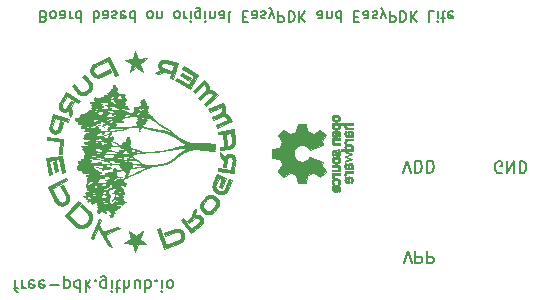
<source format=gbo>
G04 #@! TF.GenerationSoftware,KiCad,Pcbnew,7.0.6-71-g49772d2539*
G04 #@! TF.CreationDate,2023-08-07T20:45:02-04:00*
G04 #@! TF.ProjectId,Free_PDK,46726565-5f50-4444-9b2e-6b696361645f,rev?*
G04 #@! TF.SameCoordinates,Original*
G04 #@! TF.FileFunction,Legend,Bot*
G04 #@! TF.FilePolarity,Positive*
%FSLAX46Y46*%
G04 Gerber Fmt 4.6, Leading zero omitted, Abs format (unit mm)*
G04 Created by KiCad (PCBNEW 7.0.6-71-g49772d2539) date 2023-08-07 20:45:02*
%MOMM*%
%LPD*%
G01*
G04 APERTURE LIST*
%ADD10C,0.037738*%
%ADD11C,0.000000*%
%ADD12C,0.008216*%
%ADD13C,0.068331*%
%ADD14C,0.150000*%
%ADD15C,3.800000*%
%ADD16R,1.700000X1.700000*%
%ADD17O,1.700000X1.700000*%
%ADD18O,2.100000X1.000000*%
%ADD19O,1.600000X1.000000*%
%ADD20C,0.650000*%
G04 APERTURE END LIST*
D10*
X107599283Y-92420203D02*
X107195670Y-92420203D01*
X107187134Y-92420370D01*
X107178828Y-92420867D01*
X107170755Y-92421687D01*
X107162917Y-92422823D01*
X107155318Y-92424268D01*
X107147960Y-92426015D01*
X107140845Y-92428058D01*
X107133976Y-92430389D01*
X107127357Y-92433002D01*
X107120989Y-92435890D01*
X107114875Y-92439047D01*
X107109018Y-92442464D01*
X107103421Y-92446137D01*
X107098086Y-92450056D01*
X107093016Y-92454217D01*
X107088214Y-92458611D01*
X107083682Y-92463233D01*
X107079423Y-92468075D01*
X107075440Y-92473130D01*
X107071735Y-92478392D01*
X107068312Y-92483853D01*
X107065171Y-92489508D01*
X107062318Y-92495348D01*
X107059753Y-92501368D01*
X107057480Y-92507560D01*
X107055501Y-92513917D01*
X107053820Y-92520434D01*
X107052438Y-92527102D01*
X107051358Y-92533915D01*
X107050584Y-92540866D01*
X107050118Y-92547949D01*
X107049961Y-92555156D01*
X107050118Y-92562243D01*
X107050584Y-92569213D01*
X107051358Y-92576060D01*
X107052438Y-92582775D01*
X107053820Y-92589353D01*
X107055501Y-92595785D01*
X107057480Y-92602065D01*
X107059753Y-92608186D01*
X107062318Y-92614140D01*
X107065171Y-92619921D01*
X107068312Y-92625521D01*
X107071735Y-92630933D01*
X107075440Y-92636151D01*
X107079423Y-92641166D01*
X107083682Y-92645973D01*
X107088214Y-92650563D01*
X107093016Y-92654930D01*
X107098086Y-92659067D01*
X107103421Y-92662967D01*
X107109018Y-92666621D01*
X107114875Y-92670025D01*
X107120989Y-92673169D01*
X107127357Y-92676048D01*
X107133976Y-92678654D01*
X107140845Y-92680980D01*
X107147960Y-92683019D01*
X107155318Y-92684763D01*
X107162917Y-92686207D01*
X107170755Y-92687342D01*
X107178828Y-92688161D01*
X107187134Y-92688658D01*
X107195670Y-92688825D01*
X107599283Y-92688825D01*
X107599283Y-92825137D01*
X107148836Y-92825137D01*
X107134641Y-92824789D01*
X107120871Y-92823761D01*
X107107526Y-92822077D01*
X107094610Y-92819763D01*
X107082123Y-92816843D01*
X107070068Y-92813342D01*
X107058446Y-92809284D01*
X107047258Y-92804695D01*
X107036507Y-92799598D01*
X107026195Y-92794020D01*
X107016322Y-92787983D01*
X107006891Y-92781514D01*
X106997903Y-92774636D01*
X106989360Y-92767376D01*
X106981264Y-92759756D01*
X106973617Y-92751802D01*
X106966419Y-92743539D01*
X106959674Y-92734991D01*
X106953382Y-92726183D01*
X106947546Y-92717140D01*
X106942167Y-92707887D01*
X106937246Y-92698448D01*
X106932786Y-92688847D01*
X106928788Y-92679111D01*
X106925254Y-92669262D01*
X106922186Y-92659327D01*
X106919585Y-92649329D01*
X106917453Y-92639294D01*
X106915792Y-92629246D01*
X106914603Y-92619210D01*
X106913889Y-92609211D01*
X106913650Y-92599273D01*
X106913964Y-92585870D01*
X106914904Y-92572725D01*
X106916472Y-92559847D01*
X106918666Y-92547242D01*
X106921487Y-92534919D01*
X106924934Y-92522885D01*
X106929008Y-92511149D01*
X106933708Y-92499719D01*
X106939035Y-92488601D01*
X106944987Y-92477804D01*
X106951566Y-92467336D01*
X106958770Y-92457205D01*
X106966600Y-92447418D01*
X106975056Y-92437984D01*
X106984138Y-92428910D01*
X106993844Y-92420204D01*
X106456826Y-92420680D01*
X106465656Y-92430254D01*
X106474087Y-92439937D01*
X106482094Y-92449745D01*
X106489656Y-92459694D01*
X106496747Y-92469800D01*
X106503345Y-92480078D01*
X106509426Y-92490544D01*
X106514967Y-92501214D01*
X106519944Y-92512103D01*
X106524334Y-92523227D01*
X106528112Y-92534601D01*
X106531257Y-92546243D01*
X106533743Y-92558166D01*
X106535548Y-92570388D01*
X106536649Y-92582922D01*
X106537021Y-92595787D01*
X106536912Y-92603486D01*
X106536588Y-92611053D01*
X106536053Y-92618488D01*
X106535313Y-92625791D01*
X106534370Y-92632962D01*
X106533231Y-92640002D01*
X106531898Y-92646910D01*
X106530377Y-92653687D01*
X106528672Y-92660333D01*
X106526788Y-92666848D01*
X106524728Y-92673233D01*
X106522497Y-92679488D01*
X106520099Y-92685613D01*
X106517540Y-92691608D01*
X106511953Y-92703209D01*
X106505770Y-92714294D01*
X106499028Y-92724864D01*
X106491760Y-92734921D01*
X106484004Y-92744466D01*
X106475793Y-92753502D01*
X106467163Y-92762031D01*
X106458150Y-92770054D01*
X106448788Y-92777572D01*
X106439795Y-92784276D01*
X106430710Y-92790376D01*
X106421348Y-92795898D01*
X106411526Y-92800863D01*
X106401060Y-92805296D01*
X106389767Y-92809221D01*
X106377462Y-92812660D01*
X106363962Y-92815637D01*
X106349082Y-92818176D01*
X106332641Y-92820301D01*
X106314452Y-92822034D01*
X106294334Y-92823399D01*
X106247572Y-92825120D01*
X106190884Y-92825652D01*
X106190846Y-92825651D01*
X106160962Y-92825523D01*
X106133738Y-92825120D01*
X106109024Y-92824419D01*
X106086636Y-92823399D01*
X106066387Y-92822033D01*
X106048091Y-92820300D01*
X106031561Y-92818176D01*
X106016612Y-92815637D01*
X106003057Y-92812659D01*
X105996744Y-92810999D01*
X105990711Y-92809220D01*
X105984932Y-92807320D01*
X105979386Y-92805296D01*
X105974049Y-92803144D01*
X105968898Y-92800862D01*
X105959059Y-92795897D01*
X105949685Y-92790376D01*
X105940588Y-92784275D01*
X105931582Y-92777572D01*
X105922220Y-92770054D01*
X105913207Y-92762031D01*
X105904577Y-92753502D01*
X105896366Y-92744466D01*
X105888610Y-92734921D01*
X105881342Y-92724864D01*
X105874600Y-92714294D01*
X105868418Y-92703209D01*
X105862830Y-92691608D01*
X105857874Y-92679488D01*
X105853583Y-92666848D01*
X105849993Y-92653687D01*
X105847140Y-92640002D01*
X105845058Y-92625791D01*
X105843783Y-92611053D01*
X105843350Y-92595787D01*
X105843722Y-92582835D01*
X105844820Y-92570060D01*
X105846619Y-92557481D01*
X105847246Y-92554349D01*
X105979661Y-92554349D01*
X105979967Y-92566026D01*
X105980873Y-92577011D01*
X105982358Y-92587325D01*
X105984403Y-92596990D01*
X105986990Y-92606026D01*
X105990099Y-92614454D01*
X105993710Y-92622297D01*
X105997805Y-92629574D01*
X106002363Y-92636306D01*
X106007367Y-92642515D01*
X106012795Y-92648223D01*
X106018630Y-92653449D01*
X106024851Y-92658214D01*
X106031440Y-92662541D01*
X106038377Y-92666450D01*
X106045642Y-92669962D01*
X106053218Y-92673098D01*
X106061083Y-92675879D01*
X106077606Y-92680460D01*
X106095059Y-92683875D01*
X106113286Y-92686291D01*
X106132132Y-92687878D01*
X106151444Y-92688802D01*
X106190846Y-92689340D01*
X106210380Y-92689233D01*
X106229790Y-92688802D01*
X106248919Y-92687877D01*
X106267610Y-92686291D01*
X106285708Y-92683875D01*
X106294484Y-92682303D01*
X106303054Y-92680460D01*
X106311396Y-92678325D01*
X106319492Y-92675878D01*
X106327321Y-92673097D01*
X106334865Y-92669961D01*
X106342103Y-92666449D01*
X106349017Y-92662540D01*
X106355586Y-92658214D01*
X106361790Y-92653448D01*
X106367611Y-92648222D01*
X106373029Y-92642515D01*
X106378024Y-92636305D01*
X106382576Y-92629573D01*
X106386666Y-92622296D01*
X106390274Y-92614454D01*
X106393381Y-92606025D01*
X106395967Y-92596989D01*
X106398012Y-92587324D01*
X106399497Y-92577010D01*
X106400403Y-92566026D01*
X106400709Y-92554349D01*
X106400384Y-92542793D01*
X106399424Y-92531921D01*
X106397853Y-92521712D01*
X106395694Y-92512145D01*
X106392970Y-92503201D01*
X106389705Y-92494857D01*
X106385921Y-92487093D01*
X106381642Y-92479889D01*
X106376891Y-92473223D01*
X106371691Y-92467075D01*
X106366066Y-92461424D01*
X106360039Y-92456249D01*
X106353633Y-92451529D01*
X106346872Y-92447244D01*
X106339778Y-92443372D01*
X106332374Y-92439893D01*
X106324685Y-92436786D01*
X106316734Y-92434031D01*
X106300135Y-92429490D01*
X106282765Y-92426104D01*
X106264809Y-92423708D01*
X106246453Y-92422133D01*
X106227883Y-92421215D01*
X106190846Y-92420680D01*
X106172174Y-92420786D01*
X106153373Y-92421217D01*
X106134627Y-92422137D01*
X106116120Y-92423713D01*
X106098036Y-92426112D01*
X106089210Y-92427672D01*
X106080558Y-92429500D01*
X106072105Y-92431617D01*
X106063872Y-92434043D01*
X106055884Y-92436800D01*
X106048162Y-92439908D01*
X106040729Y-92443387D01*
X106033610Y-92447260D01*
X106026826Y-92451546D01*
X106020401Y-92456266D01*
X106014358Y-92461441D01*
X106008720Y-92467093D01*
X106003509Y-92473240D01*
X105998749Y-92479906D01*
X105994464Y-92487109D01*
X105990674Y-92494872D01*
X105987405Y-92503214D01*
X105984679Y-92512157D01*
X105982518Y-92521721D01*
X105980946Y-92531927D01*
X105979986Y-92542796D01*
X105979661Y-92554349D01*
X105847246Y-92554349D01*
X105849093Y-92545118D01*
X105852218Y-92532990D01*
X105855967Y-92521118D01*
X105860316Y-92509519D01*
X105865238Y-92498214D01*
X105870709Y-92487222D01*
X105876702Y-92476563D01*
X105883194Y-92466255D01*
X105890157Y-92456319D01*
X105897567Y-92446775D01*
X105905398Y-92437640D01*
X105913626Y-92428935D01*
X105922223Y-92420680D01*
X105851388Y-92420680D01*
X105851388Y-92283840D01*
X107599284Y-92283840D01*
X107599283Y-92420203D01*
G36*
X107599283Y-92420203D02*
G01*
X107195670Y-92420203D01*
X107187134Y-92420370D01*
X107178828Y-92420867D01*
X107170755Y-92421687D01*
X107162917Y-92422823D01*
X107155318Y-92424268D01*
X107147960Y-92426015D01*
X107140845Y-92428058D01*
X107133976Y-92430389D01*
X107127357Y-92433002D01*
X107120989Y-92435890D01*
X107114875Y-92439047D01*
X107109018Y-92442464D01*
X107103421Y-92446137D01*
X107098086Y-92450056D01*
X107093016Y-92454217D01*
X107088214Y-92458611D01*
X107083682Y-92463233D01*
X107079423Y-92468075D01*
X107075440Y-92473130D01*
X107071735Y-92478392D01*
X107068312Y-92483853D01*
X107065171Y-92489508D01*
X107062318Y-92495348D01*
X107059753Y-92501368D01*
X107057480Y-92507560D01*
X107055501Y-92513917D01*
X107053820Y-92520434D01*
X107052438Y-92527102D01*
X107051358Y-92533915D01*
X107050584Y-92540866D01*
X107050118Y-92547949D01*
X107049961Y-92555156D01*
X107050118Y-92562243D01*
X107050584Y-92569213D01*
X107051358Y-92576060D01*
X107052438Y-92582775D01*
X107053820Y-92589353D01*
X107055501Y-92595785D01*
X107057480Y-92602065D01*
X107059753Y-92608186D01*
X107062318Y-92614140D01*
X107065171Y-92619921D01*
X107068312Y-92625521D01*
X107071735Y-92630933D01*
X107075440Y-92636151D01*
X107079423Y-92641166D01*
X107083682Y-92645973D01*
X107088214Y-92650563D01*
X107093016Y-92654930D01*
X107098086Y-92659067D01*
X107103421Y-92662967D01*
X107109018Y-92666621D01*
X107114875Y-92670025D01*
X107120989Y-92673169D01*
X107127357Y-92676048D01*
X107133976Y-92678654D01*
X107140845Y-92680980D01*
X107147960Y-92683019D01*
X107155318Y-92684763D01*
X107162917Y-92686207D01*
X107170755Y-92687342D01*
X107178828Y-92688161D01*
X107187134Y-92688658D01*
X107195670Y-92688825D01*
X107599283Y-92688825D01*
X107599283Y-92825137D01*
X107148836Y-92825137D01*
X107134641Y-92824789D01*
X107120871Y-92823761D01*
X107107526Y-92822077D01*
X107094610Y-92819763D01*
X107082123Y-92816843D01*
X107070068Y-92813342D01*
X107058446Y-92809284D01*
X107047258Y-92804695D01*
X107036507Y-92799598D01*
X107026195Y-92794020D01*
X107016322Y-92787983D01*
X107006891Y-92781514D01*
X106997903Y-92774636D01*
X106989360Y-92767376D01*
X106981264Y-92759756D01*
X106973617Y-92751802D01*
X106966419Y-92743539D01*
X106959674Y-92734991D01*
X106953382Y-92726183D01*
X106947546Y-92717140D01*
X106942167Y-92707887D01*
X106937246Y-92698448D01*
X106932786Y-92688847D01*
X106928788Y-92679111D01*
X106925254Y-92669262D01*
X106922186Y-92659327D01*
X106919585Y-92649329D01*
X106917453Y-92639294D01*
X106915792Y-92629246D01*
X106914603Y-92619210D01*
X106913889Y-92609211D01*
X106913650Y-92599273D01*
X106913964Y-92585870D01*
X106914904Y-92572725D01*
X106916472Y-92559847D01*
X106918666Y-92547242D01*
X106921487Y-92534919D01*
X106924934Y-92522885D01*
X106929008Y-92511149D01*
X106933708Y-92499719D01*
X106939035Y-92488601D01*
X106944987Y-92477804D01*
X106951566Y-92467336D01*
X106958770Y-92457205D01*
X106966600Y-92447418D01*
X106975056Y-92437984D01*
X106984138Y-92428910D01*
X106993844Y-92420204D01*
X106456826Y-92420680D01*
X106465656Y-92430254D01*
X106474087Y-92439937D01*
X106482094Y-92449745D01*
X106489656Y-92459694D01*
X106496747Y-92469800D01*
X106503345Y-92480078D01*
X106509426Y-92490544D01*
X106514967Y-92501214D01*
X106519944Y-92512103D01*
X106524334Y-92523227D01*
X106528112Y-92534601D01*
X106531257Y-92546243D01*
X106533743Y-92558166D01*
X106535548Y-92570388D01*
X106536649Y-92582922D01*
X106537021Y-92595787D01*
X106536912Y-92603486D01*
X106536588Y-92611053D01*
X106536053Y-92618488D01*
X106535313Y-92625791D01*
X106534370Y-92632962D01*
X106533231Y-92640002D01*
X106531898Y-92646910D01*
X106530377Y-92653687D01*
X106528672Y-92660333D01*
X106526788Y-92666848D01*
X106524728Y-92673233D01*
X106522497Y-92679488D01*
X106520099Y-92685613D01*
X106517540Y-92691608D01*
X106511953Y-92703209D01*
X106505770Y-92714294D01*
X106499028Y-92724864D01*
X106491760Y-92734921D01*
X106484004Y-92744466D01*
X106475793Y-92753502D01*
X106467163Y-92762031D01*
X106458150Y-92770054D01*
X106448788Y-92777572D01*
X106439795Y-92784276D01*
X106430710Y-92790376D01*
X106421348Y-92795898D01*
X106411526Y-92800863D01*
X106401060Y-92805296D01*
X106389767Y-92809221D01*
X106377462Y-92812660D01*
X106363962Y-92815637D01*
X106349082Y-92818176D01*
X106332641Y-92820301D01*
X106314452Y-92822034D01*
X106294334Y-92823399D01*
X106247572Y-92825120D01*
X106190884Y-92825652D01*
X106190846Y-92825651D01*
X106160962Y-92825523D01*
X106133738Y-92825120D01*
X106109024Y-92824419D01*
X106086636Y-92823399D01*
X106066387Y-92822033D01*
X106048091Y-92820300D01*
X106031561Y-92818176D01*
X106016612Y-92815637D01*
X106003057Y-92812659D01*
X105996744Y-92810999D01*
X105990711Y-92809220D01*
X105984932Y-92807320D01*
X105979386Y-92805296D01*
X105974049Y-92803144D01*
X105968898Y-92800862D01*
X105959059Y-92795897D01*
X105949685Y-92790376D01*
X105940588Y-92784275D01*
X105931582Y-92777572D01*
X105922220Y-92770054D01*
X105913207Y-92762031D01*
X105904577Y-92753502D01*
X105896366Y-92744466D01*
X105888610Y-92734921D01*
X105881342Y-92724864D01*
X105874600Y-92714294D01*
X105868418Y-92703209D01*
X105862830Y-92691608D01*
X105857874Y-92679488D01*
X105853583Y-92666848D01*
X105849993Y-92653687D01*
X105847140Y-92640002D01*
X105845058Y-92625791D01*
X105843783Y-92611053D01*
X105843350Y-92595787D01*
X105843722Y-92582835D01*
X105844820Y-92570060D01*
X105846619Y-92557481D01*
X105847246Y-92554349D01*
X105979661Y-92554349D01*
X105979967Y-92566026D01*
X105980873Y-92577011D01*
X105982358Y-92587325D01*
X105984403Y-92596990D01*
X105986990Y-92606026D01*
X105990099Y-92614454D01*
X105993710Y-92622297D01*
X105997805Y-92629574D01*
X106002363Y-92636306D01*
X106007367Y-92642515D01*
X106012795Y-92648223D01*
X106018630Y-92653449D01*
X106024851Y-92658214D01*
X106031440Y-92662541D01*
X106038377Y-92666450D01*
X106045642Y-92669962D01*
X106053218Y-92673098D01*
X106061083Y-92675879D01*
X106077606Y-92680460D01*
X106095059Y-92683875D01*
X106113286Y-92686291D01*
X106132132Y-92687878D01*
X106151444Y-92688802D01*
X106190846Y-92689340D01*
X106210380Y-92689233D01*
X106229790Y-92688802D01*
X106248919Y-92687877D01*
X106267610Y-92686291D01*
X106285708Y-92683875D01*
X106294484Y-92682303D01*
X106303054Y-92680460D01*
X106311396Y-92678325D01*
X106319492Y-92675878D01*
X106327321Y-92673097D01*
X106334865Y-92669961D01*
X106342103Y-92666449D01*
X106349017Y-92662540D01*
X106355586Y-92658214D01*
X106361790Y-92653448D01*
X106367611Y-92648222D01*
X106373029Y-92642515D01*
X106378024Y-92636305D01*
X106382576Y-92629573D01*
X106386666Y-92622296D01*
X106390274Y-92614454D01*
X106393381Y-92606025D01*
X106395967Y-92596989D01*
X106398012Y-92587324D01*
X106399497Y-92577010D01*
X106400403Y-92566026D01*
X106400709Y-92554349D01*
X106400384Y-92542793D01*
X106399424Y-92531921D01*
X106397853Y-92521712D01*
X106395694Y-92512145D01*
X106392970Y-92503201D01*
X106389705Y-92494857D01*
X106385921Y-92487093D01*
X106381642Y-92479889D01*
X106376891Y-92473223D01*
X106371691Y-92467075D01*
X106366066Y-92461424D01*
X106360039Y-92456249D01*
X106353633Y-92451529D01*
X106346872Y-92447244D01*
X106339778Y-92443372D01*
X106332374Y-92439893D01*
X106324685Y-92436786D01*
X106316734Y-92434031D01*
X106300135Y-92429490D01*
X106282765Y-92426104D01*
X106264809Y-92423708D01*
X106246453Y-92422133D01*
X106227883Y-92421215D01*
X106190846Y-92420680D01*
X106172174Y-92420786D01*
X106153373Y-92421217D01*
X106134627Y-92422137D01*
X106116120Y-92423713D01*
X106098036Y-92426112D01*
X106089210Y-92427672D01*
X106080558Y-92429500D01*
X106072105Y-92431617D01*
X106063872Y-92434043D01*
X106055884Y-92436800D01*
X106048162Y-92439908D01*
X106040729Y-92443387D01*
X106033610Y-92447260D01*
X106026826Y-92451546D01*
X106020401Y-92456266D01*
X106014358Y-92461441D01*
X106008720Y-92467093D01*
X106003509Y-92473240D01*
X105998749Y-92479906D01*
X105994464Y-92487109D01*
X105990674Y-92494872D01*
X105987405Y-92503214D01*
X105984679Y-92512157D01*
X105982518Y-92521721D01*
X105980946Y-92531927D01*
X105979986Y-92542796D01*
X105979661Y-92554349D01*
X105847246Y-92554349D01*
X105849093Y-92545118D01*
X105852218Y-92532990D01*
X105855967Y-92521118D01*
X105860316Y-92509519D01*
X105865238Y-92498214D01*
X105870709Y-92487222D01*
X105876702Y-92476563D01*
X105883194Y-92466255D01*
X105890157Y-92456319D01*
X105897567Y-92446775D01*
X105905398Y-92437640D01*
X105913626Y-92428935D01*
X105922223Y-92420680D01*
X105851388Y-92420680D01*
X105851388Y-92283840D01*
X107599284Y-92283840D01*
X107599283Y-92420203D01*
G37*
X106217610Y-97551127D02*
X106241843Y-97552509D01*
X106264892Y-97554771D01*
X106286783Y-97557879D01*
X106307543Y-97561800D01*
X106327199Y-97566499D01*
X106345776Y-97571943D01*
X106363301Y-97578099D01*
X106379801Y-97584931D01*
X106395302Y-97592408D01*
X106409830Y-97600494D01*
X106423412Y-97609157D01*
X106436073Y-97618361D01*
X106447842Y-97628075D01*
X106458743Y-97638263D01*
X106468803Y-97648892D01*
X106478049Y-97659929D01*
X106486508Y-97671339D01*
X106494205Y-97683089D01*
X106501166Y-97695145D01*
X106507419Y-97707473D01*
X106512990Y-97720040D01*
X106522191Y-97745754D01*
X106528979Y-97772017D01*
X106533566Y-97798558D01*
X106536164Y-97825108D01*
X106536982Y-97851397D01*
X106536603Y-97868386D01*
X106535453Y-97885258D01*
X106533511Y-97901989D01*
X106530759Y-97918557D01*
X106527177Y-97934937D01*
X106522745Y-97951105D01*
X106517444Y-97967038D01*
X106511254Y-97982713D01*
X106504156Y-97998105D01*
X106496130Y-98013190D01*
X106487156Y-98027946D01*
X106477215Y-98042347D01*
X106466288Y-98056372D01*
X106454354Y-98069995D01*
X106441395Y-98083193D01*
X106427390Y-98095943D01*
X106343234Y-97997030D01*
X106350798Y-97989326D01*
X106357945Y-97981277D01*
X106364666Y-97972912D01*
X106370951Y-97964261D01*
X106376789Y-97955353D01*
X106382172Y-97946216D01*
X106387088Y-97936880D01*
X106391529Y-97927374D01*
X106395484Y-97917728D01*
X106398943Y-97907970D01*
X106401898Y-97898130D01*
X106404337Y-97888237D01*
X106406252Y-97878320D01*
X106407631Y-97868408D01*
X106408466Y-97858531D01*
X106408747Y-97848718D01*
X106408582Y-97840019D01*
X106408089Y-97831478D01*
X106407267Y-97823102D01*
X106406117Y-97814898D01*
X106404639Y-97806875D01*
X106402833Y-97799040D01*
X106400700Y-97791402D01*
X106398239Y-97783967D01*
X106395451Y-97776744D01*
X106392337Y-97769740D01*
X106388895Y-97762964D01*
X106385128Y-97756423D01*
X106381035Y-97750125D01*
X106376615Y-97744077D01*
X106371871Y-97738289D01*
X106366800Y-97732766D01*
X106361405Y-97727518D01*
X106355685Y-97722552D01*
X106349641Y-97717875D01*
X106343272Y-97713497D01*
X106336579Y-97709423D01*
X106329562Y-97705663D01*
X106322222Y-97702224D01*
X106314559Y-97699114D01*
X106306572Y-97696340D01*
X106298263Y-97693911D01*
X106289631Y-97691835D01*
X106280676Y-97690118D01*
X106271400Y-97688769D01*
X106261802Y-97687796D01*
X106251882Y-97687206D01*
X106241641Y-97687008D01*
X106241642Y-98109340D01*
X106129407Y-98109340D01*
X106129370Y-98109340D01*
X106113139Y-98108963D01*
X106097294Y-98107846D01*
X106081842Y-98106009D01*
X106066792Y-98103473D01*
X106052153Y-98100256D01*
X106037933Y-98096380D01*
X106024140Y-98091865D01*
X106010784Y-98086730D01*
X105997872Y-98080996D01*
X105985414Y-98074682D01*
X105973417Y-98067810D01*
X105961891Y-98060399D01*
X105950844Y-98052469D01*
X105940284Y-98044040D01*
X105930221Y-98035133D01*
X105920661Y-98025768D01*
X105911615Y-98015964D01*
X105903091Y-98005742D01*
X105895097Y-97995122D01*
X105887642Y-97984125D01*
X105880733Y-97972769D01*
X105874381Y-97961076D01*
X105868593Y-97949065D01*
X105863379Y-97936757D01*
X105858745Y-97924172D01*
X105854702Y-97911329D01*
X105851257Y-97898249D01*
X105848420Y-97884953D01*
X105846198Y-97871459D01*
X105844600Y-97857789D01*
X105843635Y-97843963D01*
X105843312Y-97830000D01*
X105971660Y-97830000D01*
X105971820Y-97837454D01*
X105972300Y-97844777D01*
X105973099Y-97851962D01*
X105974214Y-97859003D01*
X105975646Y-97865894D01*
X105977392Y-97872629D01*
X105979453Y-97879202D01*
X105981825Y-97885606D01*
X105984509Y-97891836D01*
X105987504Y-97897886D01*
X105990807Y-97903749D01*
X105994417Y-97909420D01*
X105998335Y-97914892D01*
X106002557Y-97920159D01*
X106007084Y-97925215D01*
X106011913Y-97930054D01*
X106017045Y-97934670D01*
X106022476Y-97939057D01*
X106028208Y-97943208D01*
X106034237Y-97947118D01*
X106040563Y-97950780D01*
X106047185Y-97954189D01*
X106054101Y-97957339D01*
X106061311Y-97960222D01*
X106068813Y-97962834D01*
X106076606Y-97965167D01*
X106084689Y-97967217D01*
X106093060Y-97968976D01*
X106101719Y-97970440D01*
X106110664Y-97971600D01*
X106119894Y-97972453D01*
X106129407Y-97972991D01*
X106129407Y-97687009D01*
X106119894Y-97687423D01*
X106110664Y-97688168D01*
X106101719Y-97689236D01*
X106093060Y-97690621D01*
X106084689Y-97692315D01*
X106076606Y-97694312D01*
X106068813Y-97696605D01*
X106061311Y-97699186D01*
X106054101Y-97702050D01*
X106047185Y-97705189D01*
X106040563Y-97708597D01*
X106034237Y-97712266D01*
X106028208Y-97716190D01*
X106022476Y-97720361D01*
X106017045Y-97724774D01*
X106011913Y-97729420D01*
X106007084Y-97734294D01*
X106002557Y-97739388D01*
X105998335Y-97744696D01*
X105994417Y-97750210D01*
X105990807Y-97755924D01*
X105987504Y-97761831D01*
X105984509Y-97767924D01*
X105981825Y-97774196D01*
X105979453Y-97780641D01*
X105977392Y-97787251D01*
X105975646Y-97794019D01*
X105974214Y-97800939D01*
X105973099Y-97808004D01*
X105972300Y-97815207D01*
X105971820Y-97822542D01*
X105971660Y-97830000D01*
X105843312Y-97830000D01*
X105843312Y-97829999D01*
X105844337Y-97805263D01*
X105847504Y-97780366D01*
X105849932Y-97767933D01*
X105852946Y-97755551D01*
X105856563Y-97743249D01*
X105860799Y-97731059D01*
X105865671Y-97719011D01*
X105871197Y-97707134D01*
X105877393Y-97695459D01*
X105884276Y-97684017D01*
X105891863Y-97672838D01*
X105900171Y-97661952D01*
X105909216Y-97651389D01*
X105919015Y-97641180D01*
X105929586Y-97631355D01*
X105940945Y-97621944D01*
X105953109Y-97612977D01*
X105966095Y-97604486D01*
X105979919Y-97596500D01*
X105994599Y-97589049D01*
X106010152Y-97582164D01*
X106026594Y-97575875D01*
X106043942Y-97570212D01*
X106062213Y-97565207D01*
X106081424Y-97560888D01*
X106101591Y-97557286D01*
X106122733Y-97554432D01*
X106144864Y-97552356D01*
X106168003Y-97551089D01*
X106192167Y-97550659D01*
X106217610Y-97551127D01*
G36*
X106217610Y-97551127D02*
G01*
X106241843Y-97552509D01*
X106264892Y-97554771D01*
X106286783Y-97557879D01*
X106307543Y-97561800D01*
X106327199Y-97566499D01*
X106345776Y-97571943D01*
X106363301Y-97578099D01*
X106379801Y-97584931D01*
X106395302Y-97592408D01*
X106409830Y-97600494D01*
X106423412Y-97609157D01*
X106436073Y-97618361D01*
X106447842Y-97628075D01*
X106458743Y-97638263D01*
X106468803Y-97648892D01*
X106478049Y-97659929D01*
X106486508Y-97671339D01*
X106494205Y-97683089D01*
X106501166Y-97695145D01*
X106507419Y-97707473D01*
X106512990Y-97720040D01*
X106522191Y-97745754D01*
X106528979Y-97772017D01*
X106533566Y-97798558D01*
X106536164Y-97825108D01*
X106536982Y-97851397D01*
X106536603Y-97868386D01*
X106535453Y-97885258D01*
X106533511Y-97901989D01*
X106530759Y-97918557D01*
X106527177Y-97934937D01*
X106522745Y-97951105D01*
X106517444Y-97967038D01*
X106511254Y-97982713D01*
X106504156Y-97998105D01*
X106496130Y-98013190D01*
X106487156Y-98027946D01*
X106477215Y-98042347D01*
X106466288Y-98056372D01*
X106454354Y-98069995D01*
X106441395Y-98083193D01*
X106427390Y-98095943D01*
X106343234Y-97997030D01*
X106350798Y-97989326D01*
X106357945Y-97981277D01*
X106364666Y-97972912D01*
X106370951Y-97964261D01*
X106376789Y-97955353D01*
X106382172Y-97946216D01*
X106387088Y-97936880D01*
X106391529Y-97927374D01*
X106395484Y-97917728D01*
X106398943Y-97907970D01*
X106401898Y-97898130D01*
X106404337Y-97888237D01*
X106406252Y-97878320D01*
X106407631Y-97868408D01*
X106408466Y-97858531D01*
X106408747Y-97848718D01*
X106408582Y-97840019D01*
X106408089Y-97831478D01*
X106407267Y-97823102D01*
X106406117Y-97814898D01*
X106404639Y-97806875D01*
X106402833Y-97799040D01*
X106400700Y-97791402D01*
X106398239Y-97783967D01*
X106395451Y-97776744D01*
X106392337Y-97769740D01*
X106388895Y-97762964D01*
X106385128Y-97756423D01*
X106381035Y-97750125D01*
X106376615Y-97744077D01*
X106371871Y-97738289D01*
X106366800Y-97732766D01*
X106361405Y-97727518D01*
X106355685Y-97722552D01*
X106349641Y-97717875D01*
X106343272Y-97713497D01*
X106336579Y-97709423D01*
X106329562Y-97705663D01*
X106322222Y-97702224D01*
X106314559Y-97699114D01*
X106306572Y-97696340D01*
X106298263Y-97693911D01*
X106289631Y-97691835D01*
X106280676Y-97690118D01*
X106271400Y-97688769D01*
X106261802Y-97687796D01*
X106251882Y-97687206D01*
X106241641Y-97687008D01*
X106241642Y-98109340D01*
X106129407Y-98109340D01*
X106129370Y-98109340D01*
X106113139Y-98108963D01*
X106097294Y-98107846D01*
X106081842Y-98106009D01*
X106066792Y-98103473D01*
X106052153Y-98100256D01*
X106037933Y-98096380D01*
X106024140Y-98091865D01*
X106010784Y-98086730D01*
X105997872Y-98080996D01*
X105985414Y-98074682D01*
X105973417Y-98067810D01*
X105961891Y-98060399D01*
X105950844Y-98052469D01*
X105940284Y-98044040D01*
X105930221Y-98035133D01*
X105920661Y-98025768D01*
X105911615Y-98015964D01*
X105903091Y-98005742D01*
X105895097Y-97995122D01*
X105887642Y-97984125D01*
X105880733Y-97972769D01*
X105874381Y-97961076D01*
X105868593Y-97949065D01*
X105863379Y-97936757D01*
X105858745Y-97924172D01*
X105854702Y-97911329D01*
X105851257Y-97898249D01*
X105848420Y-97884953D01*
X105846198Y-97871459D01*
X105844600Y-97857789D01*
X105843635Y-97843963D01*
X105843312Y-97830000D01*
X105971660Y-97830000D01*
X105971820Y-97837454D01*
X105972300Y-97844777D01*
X105973099Y-97851962D01*
X105974214Y-97859003D01*
X105975646Y-97865894D01*
X105977392Y-97872629D01*
X105979453Y-97879202D01*
X105981825Y-97885606D01*
X105984509Y-97891836D01*
X105987504Y-97897886D01*
X105990807Y-97903749D01*
X105994417Y-97909420D01*
X105998335Y-97914892D01*
X106002557Y-97920159D01*
X106007084Y-97925215D01*
X106011913Y-97930054D01*
X106017045Y-97934670D01*
X106022476Y-97939057D01*
X106028208Y-97943208D01*
X106034237Y-97947118D01*
X106040563Y-97950780D01*
X106047185Y-97954189D01*
X106054101Y-97957339D01*
X106061311Y-97960222D01*
X106068813Y-97962834D01*
X106076606Y-97965167D01*
X106084689Y-97967217D01*
X106093060Y-97968976D01*
X106101719Y-97970440D01*
X106110664Y-97971600D01*
X106119894Y-97972453D01*
X106129407Y-97972991D01*
X106129407Y-97687009D01*
X106119894Y-97687423D01*
X106110664Y-97688168D01*
X106101719Y-97689236D01*
X106093060Y-97690621D01*
X106084689Y-97692315D01*
X106076606Y-97694312D01*
X106068813Y-97696605D01*
X106061311Y-97699186D01*
X106054101Y-97702050D01*
X106047185Y-97705189D01*
X106040563Y-97708597D01*
X106034237Y-97712266D01*
X106028208Y-97716190D01*
X106022476Y-97720361D01*
X106017045Y-97724774D01*
X106011913Y-97729420D01*
X106007084Y-97734294D01*
X106002557Y-97739388D01*
X105998335Y-97744696D01*
X105994417Y-97750210D01*
X105990807Y-97755924D01*
X105987504Y-97761831D01*
X105984509Y-97767924D01*
X105981825Y-97774196D01*
X105979453Y-97780641D01*
X105977392Y-97787251D01*
X105975646Y-97794019D01*
X105974214Y-97800939D01*
X105973099Y-97808004D01*
X105972300Y-97815207D01*
X105971820Y-97822542D01*
X105971660Y-97830000D01*
X105843312Y-97830000D01*
X105843312Y-97829999D01*
X105844337Y-97805263D01*
X105847504Y-97780366D01*
X105849932Y-97767933D01*
X105852946Y-97755551D01*
X105856563Y-97743249D01*
X105860799Y-97731059D01*
X105865671Y-97719011D01*
X105871197Y-97707134D01*
X105877393Y-97695459D01*
X105884276Y-97684017D01*
X105891863Y-97672838D01*
X105900171Y-97661952D01*
X105909216Y-97651389D01*
X105919015Y-97641180D01*
X105929586Y-97631355D01*
X105940945Y-97621944D01*
X105953109Y-97612977D01*
X105966095Y-97604486D01*
X105979919Y-97596500D01*
X105994599Y-97589049D01*
X106010152Y-97582164D01*
X106026594Y-97575875D01*
X106043942Y-97570212D01*
X106062213Y-97565207D01*
X106081424Y-97560888D01*
X106101591Y-97557286D01*
X106122733Y-97554432D01*
X106144864Y-97552356D01*
X106168003Y-97551089D01*
X106192167Y-97550659D01*
X106217610Y-97551127D01*
G37*
X106213528Y-96965811D02*
X106235425Y-96967107D01*
X106256469Y-96969235D01*
X106276670Y-96972168D01*
X106296038Y-96975879D01*
X106314580Y-96980341D01*
X106332307Y-96985529D01*
X106349227Y-96991414D01*
X106365350Y-96997971D01*
X106380684Y-97005173D01*
X106395239Y-97012993D01*
X106409024Y-97021405D01*
X106422047Y-97030381D01*
X106434319Y-97039895D01*
X106445848Y-97049921D01*
X106456642Y-97060432D01*
X106466712Y-97071400D01*
X106476067Y-97082800D01*
X106484714Y-97094605D01*
X106492665Y-97106787D01*
X106499927Y-97119321D01*
X106506510Y-97132180D01*
X106512422Y-97145336D01*
X106517674Y-97158764D01*
X106526231Y-97186327D01*
X106532252Y-97214655D01*
X106535812Y-97243535D01*
X106536982Y-97272753D01*
X106536410Y-97291799D01*
X106534724Y-97310343D01*
X106531968Y-97328382D01*
X106528188Y-97345916D01*
X106523430Y-97362940D01*
X106517738Y-97379453D01*
X106511158Y-97395453D01*
X106503735Y-97410937D01*
X106495514Y-97425904D01*
X106486540Y-97440350D01*
X106476860Y-97454274D01*
X106466517Y-97467673D01*
X106455557Y-97480545D01*
X106444025Y-97492888D01*
X106431967Y-97504700D01*
X106419427Y-97515977D01*
X106329874Y-97415745D01*
X106337498Y-97409311D01*
X106344815Y-97402543D01*
X106351798Y-97395450D01*
X106358423Y-97388041D01*
X106364664Y-97380327D01*
X106370496Y-97372318D01*
X106375893Y-97364023D01*
X106380830Y-97355452D01*
X106385282Y-97346616D01*
X106389222Y-97337524D01*
X106392626Y-97328185D01*
X106395468Y-97318611D01*
X106397723Y-97308810D01*
X106399365Y-97298793D01*
X106399948Y-97293707D01*
X106400369Y-97288570D01*
X106400623Y-97283384D01*
X106400709Y-97278150D01*
X106400524Y-97267885D01*
X106399967Y-97257890D01*
X106399034Y-97248168D01*
X106397720Y-97238723D01*
X106396023Y-97229559D01*
X106393937Y-97220678D01*
X106391460Y-97212086D01*
X106388587Y-97203786D01*
X106385315Y-97195780D01*
X106381639Y-97188074D01*
X106377555Y-97180671D01*
X106373061Y-97173574D01*
X106368150Y-97166787D01*
X106362821Y-97160314D01*
X106357069Y-97154159D01*
X106350890Y-97148325D01*
X106344280Y-97142815D01*
X106337235Y-97137635D01*
X106329751Y-97132787D01*
X106321825Y-97128274D01*
X106313453Y-97124102D01*
X106304630Y-97120273D01*
X106295352Y-97116791D01*
X106285617Y-97113660D01*
X106275419Y-97110883D01*
X106264756Y-97108465D01*
X106253622Y-97106408D01*
X106242015Y-97104718D01*
X106229930Y-97103396D01*
X106217364Y-97102448D01*
X106204312Y-97101876D01*
X106190770Y-97101684D01*
X106163958Y-97102447D01*
X106139117Y-97104716D01*
X106127425Y-97106406D01*
X106116214Y-97108462D01*
X106105479Y-97110879D01*
X106095215Y-97113655D01*
X106085420Y-97116784D01*
X106076088Y-97120265D01*
X106067215Y-97124093D01*
X106058798Y-97128264D01*
X106050832Y-97132775D01*
X106043313Y-97137623D01*
X106036236Y-97142802D01*
X106029599Y-97148310D01*
X106023396Y-97154144D01*
X106017623Y-97160298D01*
X106012276Y-97166771D01*
X106007352Y-97173557D01*
X106002845Y-97180654D01*
X105998752Y-97188057D01*
X105995069Y-97195764D01*
X105991791Y-97203770D01*
X105988914Y-97212071D01*
X105986434Y-97220664D01*
X105984347Y-97229546D01*
X105982649Y-97238712D01*
X105980403Y-97257884D01*
X105979661Y-97278150D01*
X105980002Y-97288570D01*
X105981006Y-97298795D01*
X105982648Y-97308813D01*
X105984902Y-97318616D01*
X105987744Y-97328193D01*
X105991148Y-97337534D01*
X105995089Y-97346628D01*
X105999540Y-97355467D01*
X106004477Y-97364039D01*
X106009874Y-97372335D01*
X106015706Y-97380344D01*
X106021947Y-97388057D01*
X106028572Y-97395464D01*
X106035556Y-97402554D01*
X106042872Y-97409318D01*
X106050496Y-97415745D01*
X105960943Y-97515977D01*
X105948384Y-97504693D01*
X105936309Y-97492876D01*
X105924764Y-97480528D01*
X105913794Y-97467652D01*
X105903443Y-97454249D01*
X105893756Y-97440323D01*
X105884778Y-97425876D01*
X105876555Y-97410909D01*
X105869131Y-97395425D01*
X105862550Y-97379427D01*
X105856859Y-97362916D01*
X105852102Y-97345894D01*
X105848324Y-97328365D01*
X105845569Y-97310330D01*
X105844590Y-97301124D01*
X105843884Y-97291792D01*
X105843456Y-97282335D01*
X105843312Y-97272753D01*
X105844483Y-97243535D01*
X105845962Y-97229040D01*
X105848047Y-97214655D01*
X105850750Y-97200409D01*
X105854078Y-97186327D01*
X105858042Y-97172437D01*
X105862650Y-97158764D01*
X105867913Y-97145336D01*
X105873838Y-97132180D01*
X105880436Y-97119321D01*
X105887715Y-97106787D01*
X105895686Y-97094605D01*
X105904357Y-97082800D01*
X105913737Y-97071400D01*
X105923836Y-97060432D01*
X105934664Y-97049921D01*
X105946229Y-97039895D01*
X105958540Y-97030381D01*
X105971608Y-97021405D01*
X105985441Y-97012993D01*
X106000048Y-97005173D01*
X106015440Y-96997971D01*
X106031625Y-96991414D01*
X106048612Y-96985529D01*
X106066410Y-96980341D01*
X106085030Y-96975879D01*
X106104480Y-96972168D01*
X106124770Y-96969235D01*
X106145909Y-96967107D01*
X106167906Y-96965811D01*
X106190770Y-96965373D01*
X106213528Y-96965811D01*
G36*
X106213528Y-96965811D02*
G01*
X106235425Y-96967107D01*
X106256469Y-96969235D01*
X106276670Y-96972168D01*
X106296038Y-96975879D01*
X106314580Y-96980341D01*
X106332307Y-96985529D01*
X106349227Y-96991414D01*
X106365350Y-96997971D01*
X106380684Y-97005173D01*
X106395239Y-97012993D01*
X106409024Y-97021405D01*
X106422047Y-97030381D01*
X106434319Y-97039895D01*
X106445848Y-97049921D01*
X106456642Y-97060432D01*
X106466712Y-97071400D01*
X106476067Y-97082800D01*
X106484714Y-97094605D01*
X106492665Y-97106787D01*
X106499927Y-97119321D01*
X106506510Y-97132180D01*
X106512422Y-97145336D01*
X106517674Y-97158764D01*
X106526231Y-97186327D01*
X106532252Y-97214655D01*
X106535812Y-97243535D01*
X106536982Y-97272753D01*
X106536410Y-97291799D01*
X106534724Y-97310343D01*
X106531968Y-97328382D01*
X106528188Y-97345916D01*
X106523430Y-97362940D01*
X106517738Y-97379453D01*
X106511158Y-97395453D01*
X106503735Y-97410937D01*
X106495514Y-97425904D01*
X106486540Y-97440350D01*
X106476860Y-97454274D01*
X106466517Y-97467673D01*
X106455557Y-97480545D01*
X106444025Y-97492888D01*
X106431967Y-97504700D01*
X106419427Y-97515977D01*
X106329874Y-97415745D01*
X106337498Y-97409311D01*
X106344815Y-97402543D01*
X106351798Y-97395450D01*
X106358423Y-97388041D01*
X106364664Y-97380327D01*
X106370496Y-97372318D01*
X106375893Y-97364023D01*
X106380830Y-97355452D01*
X106385282Y-97346616D01*
X106389222Y-97337524D01*
X106392626Y-97328185D01*
X106395468Y-97318611D01*
X106397723Y-97308810D01*
X106399365Y-97298793D01*
X106399948Y-97293707D01*
X106400369Y-97288570D01*
X106400623Y-97283384D01*
X106400709Y-97278150D01*
X106400524Y-97267885D01*
X106399967Y-97257890D01*
X106399034Y-97248168D01*
X106397720Y-97238723D01*
X106396023Y-97229559D01*
X106393937Y-97220678D01*
X106391460Y-97212086D01*
X106388587Y-97203786D01*
X106385315Y-97195780D01*
X106381639Y-97188074D01*
X106377555Y-97180671D01*
X106373061Y-97173574D01*
X106368150Y-97166787D01*
X106362821Y-97160314D01*
X106357069Y-97154159D01*
X106350890Y-97148325D01*
X106344280Y-97142815D01*
X106337235Y-97137635D01*
X106329751Y-97132787D01*
X106321825Y-97128274D01*
X106313453Y-97124102D01*
X106304630Y-97120273D01*
X106295352Y-97116791D01*
X106285617Y-97113660D01*
X106275419Y-97110883D01*
X106264756Y-97108465D01*
X106253622Y-97106408D01*
X106242015Y-97104718D01*
X106229930Y-97103396D01*
X106217364Y-97102448D01*
X106204312Y-97101876D01*
X106190770Y-97101684D01*
X106163958Y-97102447D01*
X106139117Y-97104716D01*
X106127425Y-97106406D01*
X106116214Y-97108462D01*
X106105479Y-97110879D01*
X106095215Y-97113655D01*
X106085420Y-97116784D01*
X106076088Y-97120265D01*
X106067215Y-97124093D01*
X106058798Y-97128264D01*
X106050832Y-97132775D01*
X106043313Y-97137623D01*
X106036236Y-97142802D01*
X106029599Y-97148310D01*
X106023396Y-97154144D01*
X106017623Y-97160298D01*
X106012276Y-97166771D01*
X106007352Y-97173557D01*
X106002845Y-97180654D01*
X105998752Y-97188057D01*
X105995069Y-97195764D01*
X105991791Y-97203770D01*
X105988914Y-97212071D01*
X105986434Y-97220664D01*
X105984347Y-97229546D01*
X105982649Y-97238712D01*
X105980403Y-97257884D01*
X105979661Y-97278150D01*
X105980002Y-97288570D01*
X105981006Y-97298795D01*
X105982648Y-97308813D01*
X105984902Y-97318616D01*
X105987744Y-97328193D01*
X105991148Y-97337534D01*
X105995089Y-97346628D01*
X105999540Y-97355467D01*
X106004477Y-97364039D01*
X106009874Y-97372335D01*
X106015706Y-97380344D01*
X106021947Y-97388057D01*
X106028572Y-97395464D01*
X106035556Y-97402554D01*
X106042872Y-97409318D01*
X106050496Y-97415745D01*
X105960943Y-97515977D01*
X105948384Y-97504693D01*
X105936309Y-97492876D01*
X105924764Y-97480528D01*
X105913794Y-97467652D01*
X105903443Y-97454249D01*
X105893756Y-97440323D01*
X105884778Y-97425876D01*
X105876555Y-97410909D01*
X105869131Y-97395425D01*
X105862550Y-97379427D01*
X105856859Y-97362916D01*
X105852102Y-97345894D01*
X105848324Y-97328365D01*
X105845569Y-97310330D01*
X105844590Y-97301124D01*
X105843884Y-97291792D01*
X105843456Y-97282335D01*
X105843312Y-97272753D01*
X105844483Y-97243535D01*
X105845962Y-97229040D01*
X105848047Y-97214655D01*
X105850750Y-97200409D01*
X105854078Y-97186327D01*
X105858042Y-97172437D01*
X105862650Y-97158764D01*
X105867913Y-97145336D01*
X105873838Y-97132180D01*
X105880436Y-97119321D01*
X105887715Y-97106787D01*
X105895686Y-97094605D01*
X105904357Y-97082800D01*
X105913737Y-97071400D01*
X105923836Y-97060432D01*
X105934664Y-97049921D01*
X105946229Y-97039895D01*
X105958540Y-97030381D01*
X105971608Y-97021405D01*
X105985441Y-97012993D01*
X106000048Y-97005173D01*
X106015440Y-96997971D01*
X106031625Y-96991414D01*
X106048612Y-96985529D01*
X106066410Y-96980341D01*
X106085030Y-96975879D01*
X106104480Y-96972168D01*
X106124770Y-96969235D01*
X106145909Y-96967107D01*
X106167906Y-96965811D01*
X106190770Y-96965373D01*
X106213528Y-96965811D01*
G37*
X106528944Y-96524475D02*
X106528944Y-96660824D01*
X106121332Y-96660824D01*
X106112223Y-96661014D01*
X106103440Y-96661575D01*
X106094982Y-96662497D01*
X106086845Y-96663766D01*
X106079028Y-96665373D01*
X106071528Y-96667304D01*
X106064341Y-96669548D01*
X106057467Y-96672094D01*
X106050902Y-96674929D01*
X106044644Y-96678042D01*
X106038690Y-96681422D01*
X106033039Y-96685056D01*
X106027687Y-96688932D01*
X106022632Y-96693040D01*
X106017872Y-96697367D01*
X106013404Y-96701902D01*
X106009226Y-96706633D01*
X106005335Y-96711548D01*
X106001730Y-96716635D01*
X105998406Y-96721884D01*
X105995363Y-96727281D01*
X105992597Y-96732815D01*
X105990106Y-96738476D01*
X105987888Y-96744250D01*
X105984259Y-96756092D01*
X105981692Y-96768250D01*
X105980166Y-96780629D01*
X105979661Y-96793135D01*
X105979772Y-96799522D01*
X105980110Y-96805657D01*
X105980683Y-96811571D01*
X105981499Y-96817296D01*
X105982566Y-96822863D01*
X105983890Y-96828303D01*
X105985481Y-96833649D01*
X105987346Y-96838931D01*
X105989492Y-96844181D01*
X105991928Y-96849431D01*
X105994661Y-96854712D01*
X105997700Y-96860056D01*
X106001051Y-96865494D01*
X106004723Y-96871058D01*
X106008723Y-96876779D01*
X106013060Y-96882688D01*
X105895429Y-96981601D01*
X105889557Y-96973771D01*
X105883979Y-96965844D01*
X105878707Y-96957811D01*
X105873753Y-96949663D01*
X105869127Y-96941393D01*
X105864842Y-96932991D01*
X105860909Y-96924450D01*
X105857341Y-96915761D01*
X105854149Y-96906917D01*
X105851344Y-96897907D01*
X105848938Y-96888725D01*
X105846944Y-96879362D01*
X105845373Y-96869809D01*
X105844235Y-96860059D01*
X105843545Y-96850102D01*
X105843312Y-96839931D01*
X105843625Y-96826528D01*
X105844566Y-96813385D01*
X105846133Y-96800515D01*
X105848327Y-96787930D01*
X105851148Y-96775641D01*
X105854596Y-96763661D01*
X105858670Y-96752001D01*
X105863370Y-96740674D01*
X105868696Y-96729691D01*
X105874649Y-96719065D01*
X105881228Y-96708807D01*
X105888432Y-96698930D01*
X105896262Y-96689445D01*
X105904718Y-96680365D01*
X105913799Y-96671701D01*
X105923506Y-96663466D01*
X105923506Y-96660820D01*
X105851350Y-96660820D01*
X105851350Y-96524471D01*
X106528944Y-96524475D01*
G36*
X106528944Y-96524475D02*
G01*
X106528944Y-96660824D01*
X106121332Y-96660824D01*
X106112223Y-96661014D01*
X106103440Y-96661575D01*
X106094982Y-96662497D01*
X106086845Y-96663766D01*
X106079028Y-96665373D01*
X106071528Y-96667304D01*
X106064341Y-96669548D01*
X106057467Y-96672094D01*
X106050902Y-96674929D01*
X106044644Y-96678042D01*
X106038690Y-96681422D01*
X106033039Y-96685056D01*
X106027687Y-96688932D01*
X106022632Y-96693040D01*
X106017872Y-96697367D01*
X106013404Y-96701902D01*
X106009226Y-96706633D01*
X106005335Y-96711548D01*
X106001730Y-96716635D01*
X105998406Y-96721884D01*
X105995363Y-96727281D01*
X105992597Y-96732815D01*
X105990106Y-96738476D01*
X105987888Y-96744250D01*
X105984259Y-96756092D01*
X105981692Y-96768250D01*
X105980166Y-96780629D01*
X105979661Y-96793135D01*
X105979772Y-96799522D01*
X105980110Y-96805657D01*
X105980683Y-96811571D01*
X105981499Y-96817296D01*
X105982566Y-96822863D01*
X105983890Y-96828303D01*
X105985481Y-96833649D01*
X105987346Y-96838931D01*
X105989492Y-96844181D01*
X105991928Y-96849431D01*
X105994661Y-96854712D01*
X105997700Y-96860056D01*
X106001051Y-96865494D01*
X106004723Y-96871058D01*
X106008723Y-96876779D01*
X106013060Y-96882688D01*
X105895429Y-96981601D01*
X105889557Y-96973771D01*
X105883979Y-96965844D01*
X105878707Y-96957811D01*
X105873753Y-96949663D01*
X105869127Y-96941393D01*
X105864842Y-96932991D01*
X105860909Y-96924450D01*
X105857341Y-96915761D01*
X105854149Y-96906917D01*
X105851344Y-96897907D01*
X105848938Y-96888725D01*
X105846944Y-96879362D01*
X105845373Y-96869809D01*
X105844235Y-96860059D01*
X105843545Y-96850102D01*
X105843312Y-96839931D01*
X105843625Y-96826528D01*
X105844566Y-96813385D01*
X105846133Y-96800515D01*
X105848327Y-96787930D01*
X105851148Y-96775641D01*
X105854596Y-96763661D01*
X105858670Y-96752001D01*
X105863370Y-96740674D01*
X105868696Y-96729691D01*
X105874649Y-96719065D01*
X105881228Y-96708807D01*
X105888432Y-96698930D01*
X105896262Y-96689445D01*
X105904718Y-96680365D01*
X105913799Y-96671701D01*
X105923506Y-96663466D01*
X105923506Y-96660820D01*
X105851350Y-96660820D01*
X105851350Y-96524471D01*
X106528944Y-96524475D01*
G37*
X106315992Y-95834096D02*
X106329762Y-95835125D01*
X106343107Y-95836809D01*
X106356023Y-95839126D01*
X106368510Y-95842049D01*
X106380565Y-95845555D01*
X106392187Y-95849619D01*
X106403375Y-95854216D01*
X106414126Y-95859323D01*
X106424438Y-95864914D01*
X106434311Y-95870965D01*
X106443742Y-95877452D01*
X106452730Y-95884350D01*
X106461273Y-95891635D01*
X106469369Y-95899282D01*
X106477016Y-95907266D01*
X106484214Y-95915564D01*
X106490959Y-95924151D01*
X106497251Y-95933002D01*
X106503087Y-95942092D01*
X106508466Y-95951398D01*
X106513387Y-95960895D01*
X106517847Y-95970558D01*
X106521845Y-95980363D01*
X106525379Y-95990285D01*
X106528447Y-96000300D01*
X106533180Y-96020511D01*
X106536029Y-96040800D01*
X106536744Y-96050912D01*
X106536982Y-96060970D01*
X106536669Y-96074128D01*
X106535728Y-96087055D01*
X106534161Y-96099739D01*
X106531967Y-96112164D01*
X106529146Y-96124318D01*
X106525698Y-96136185D01*
X106521624Y-96147753D01*
X106516924Y-96159006D01*
X106511598Y-96169931D01*
X106505645Y-96180514D01*
X106499067Y-96190741D01*
X106491863Y-96200597D01*
X106484033Y-96210069D01*
X106475577Y-96219143D01*
X106466496Y-96227805D01*
X106456789Y-96236040D01*
X106456789Y-96238685D01*
X106529020Y-96238685D01*
X106529020Y-96374959D01*
X105851350Y-96374959D01*
X105851350Y-96238686D01*
X106254963Y-96238686D01*
X106263492Y-96238519D01*
X106271792Y-96238022D01*
X106279861Y-96237203D01*
X106287694Y-96236068D01*
X106295290Y-96234624D01*
X106302645Y-96232880D01*
X106309758Y-96230841D01*
X106316625Y-96228515D01*
X106323243Y-96225908D01*
X106329611Y-96223029D01*
X106335724Y-96219884D01*
X106341581Y-96216481D01*
X106347179Y-96212825D01*
X106352515Y-96208925D01*
X106357586Y-96204788D01*
X106362390Y-96200420D01*
X106366924Y-96195828D01*
X106371185Y-96191021D01*
X106375170Y-96186004D01*
X106378878Y-96180785D01*
X106382304Y-96175371D01*
X106385446Y-96169770D01*
X106388302Y-96163987D01*
X106390869Y-96158031D01*
X106393145Y-96151908D01*
X106395125Y-96145626D01*
X106396809Y-96139191D01*
X106398192Y-96132611D01*
X106399273Y-96125892D01*
X106400048Y-96119043D01*
X106400515Y-96112069D01*
X106400671Y-96104979D01*
X106400515Y-96097775D01*
X106400048Y-96090695D01*
X106399273Y-96083746D01*
X106398192Y-96076935D01*
X106396809Y-96070269D01*
X106395125Y-96063754D01*
X106393145Y-96057398D01*
X106390869Y-96051207D01*
X106388302Y-96045187D01*
X106385446Y-96039347D01*
X106382304Y-96033693D01*
X106378878Y-96028231D01*
X106375170Y-96022969D01*
X106371185Y-96017913D01*
X106366924Y-96013071D01*
X106362390Y-96008448D01*
X106357586Y-96004053D01*
X106352515Y-95999891D01*
X106347179Y-95995971D01*
X106341581Y-95992297D01*
X106335724Y-95988879D01*
X106329611Y-95985721D01*
X106323243Y-95982832D01*
X106316625Y-95980217D01*
X106309758Y-95977885D01*
X106302645Y-95975841D01*
X106295290Y-95974093D01*
X106287694Y-95972647D01*
X106279861Y-95971511D01*
X106271792Y-95970690D01*
X106263492Y-95970193D01*
X106254963Y-95970026D01*
X105851350Y-95970026D01*
X105851350Y-95833753D01*
X106301796Y-95833753D01*
X106301797Y-95833747D01*
X106315992Y-95834096D01*
G36*
X106315992Y-95834096D02*
G01*
X106329762Y-95835125D01*
X106343107Y-95836809D01*
X106356023Y-95839126D01*
X106368510Y-95842049D01*
X106380565Y-95845555D01*
X106392187Y-95849619D01*
X106403375Y-95854216D01*
X106414126Y-95859323D01*
X106424438Y-95864914D01*
X106434311Y-95870965D01*
X106443742Y-95877452D01*
X106452730Y-95884350D01*
X106461273Y-95891635D01*
X106469369Y-95899282D01*
X106477016Y-95907266D01*
X106484214Y-95915564D01*
X106490959Y-95924151D01*
X106497251Y-95933002D01*
X106503087Y-95942092D01*
X106508466Y-95951398D01*
X106513387Y-95960895D01*
X106517847Y-95970558D01*
X106521845Y-95980363D01*
X106525379Y-95990285D01*
X106528447Y-96000300D01*
X106533180Y-96020511D01*
X106536029Y-96040800D01*
X106536744Y-96050912D01*
X106536982Y-96060970D01*
X106536669Y-96074128D01*
X106535728Y-96087055D01*
X106534161Y-96099739D01*
X106531967Y-96112164D01*
X106529146Y-96124318D01*
X106525698Y-96136185D01*
X106521624Y-96147753D01*
X106516924Y-96159006D01*
X106511598Y-96169931D01*
X106505645Y-96180514D01*
X106499067Y-96190741D01*
X106491863Y-96200597D01*
X106484033Y-96210069D01*
X106475577Y-96219143D01*
X106466496Y-96227805D01*
X106456789Y-96236040D01*
X106456789Y-96238685D01*
X106529020Y-96238685D01*
X106529020Y-96374959D01*
X105851350Y-96374959D01*
X105851350Y-96238686D01*
X106254963Y-96238686D01*
X106263492Y-96238519D01*
X106271792Y-96238022D01*
X106279861Y-96237203D01*
X106287694Y-96236068D01*
X106295290Y-96234624D01*
X106302645Y-96232880D01*
X106309758Y-96230841D01*
X106316625Y-96228515D01*
X106323243Y-96225908D01*
X106329611Y-96223029D01*
X106335724Y-96219884D01*
X106341581Y-96216481D01*
X106347179Y-96212825D01*
X106352515Y-96208925D01*
X106357586Y-96204788D01*
X106362390Y-96200420D01*
X106366924Y-96195828D01*
X106371185Y-96191021D01*
X106375170Y-96186004D01*
X106378878Y-96180785D01*
X106382304Y-96175371D01*
X106385446Y-96169770D01*
X106388302Y-96163987D01*
X106390869Y-96158031D01*
X106393145Y-96151908D01*
X106395125Y-96145626D01*
X106396809Y-96139191D01*
X106398192Y-96132611D01*
X106399273Y-96125892D01*
X106400048Y-96119043D01*
X106400515Y-96112069D01*
X106400671Y-96104979D01*
X106400515Y-96097775D01*
X106400048Y-96090695D01*
X106399273Y-96083746D01*
X106398192Y-96076935D01*
X106396809Y-96070269D01*
X106395125Y-96063754D01*
X106393145Y-96057398D01*
X106390869Y-96051207D01*
X106388302Y-96045187D01*
X106385446Y-96039347D01*
X106382304Y-96033693D01*
X106378878Y-96028231D01*
X106375170Y-96022969D01*
X106371185Y-96017913D01*
X106366924Y-96013071D01*
X106362390Y-96008448D01*
X106357586Y-96004053D01*
X106352515Y-95999891D01*
X106347179Y-95995971D01*
X106341581Y-95992297D01*
X106335724Y-95988879D01*
X106329611Y-95985721D01*
X106323243Y-95982832D01*
X106316625Y-95980217D01*
X106309758Y-95977885D01*
X106302645Y-95975841D01*
X106295290Y-95974093D01*
X106287694Y-95972647D01*
X106279861Y-95971511D01*
X106271792Y-95970690D01*
X106263492Y-95970193D01*
X106254963Y-95970026D01*
X105851350Y-95970026D01*
X105851350Y-95833753D01*
X106301796Y-95833753D01*
X106301797Y-95833747D01*
X106315992Y-95834096D01*
G37*
X106216044Y-95158935D02*
X106240569Y-95159704D01*
X106263235Y-95161003D01*
X106284177Y-95162845D01*
X106303530Y-95165243D01*
X106321428Y-95168212D01*
X106338008Y-95171764D01*
X106353404Y-95175913D01*
X106367751Y-95180673D01*
X106381184Y-95186058D01*
X106393838Y-95192080D01*
X106405848Y-95198754D01*
X106417349Y-95206092D01*
X106428475Y-95214110D01*
X106439363Y-95222819D01*
X106450147Y-95232234D01*
X106457951Y-95239554D01*
X106465775Y-95247495D01*
X106473548Y-95256081D01*
X106481196Y-95265338D01*
X106488649Y-95275291D01*
X106495832Y-95285966D01*
X106502675Y-95297388D01*
X106509104Y-95309583D01*
X106512141Y-95315979D01*
X106515048Y-95322577D01*
X106517815Y-95329380D01*
X106520433Y-95336394D01*
X106522894Y-95343619D01*
X106525189Y-95351060D01*
X106527308Y-95358719D01*
X106529242Y-95366601D01*
X106530982Y-95374707D01*
X106532520Y-95383042D01*
X106533846Y-95391608D01*
X106534951Y-95400409D01*
X106535827Y-95409447D01*
X106536463Y-95418727D01*
X106536851Y-95428250D01*
X106536983Y-95438021D01*
X106536463Y-95457329D01*
X106534951Y-95475659D01*
X106532520Y-95493036D01*
X106529242Y-95509486D01*
X106525189Y-95525034D01*
X106520433Y-95539706D01*
X106515047Y-95553528D01*
X106509104Y-95566526D01*
X106502674Y-95578724D01*
X106495832Y-95590148D01*
X106488648Y-95600825D01*
X106481196Y-95610779D01*
X106473548Y-95620037D01*
X106465775Y-95628623D01*
X106457951Y-95636564D01*
X106450147Y-95643885D01*
X106439363Y-95653298D01*
X106428474Y-95662005D01*
X106417345Y-95670018D01*
X106405843Y-95677352D01*
X106393830Y-95684020D01*
X106381174Y-95690036D01*
X106367739Y-95695414D01*
X106353390Y-95700167D01*
X106337993Y-95704309D01*
X106321412Y-95707855D01*
X106303513Y-95710817D01*
X106284161Y-95713210D01*
X106263221Y-95715047D01*
X106240558Y-95716342D01*
X106216038Y-95717109D01*
X106190848Y-95717349D01*
X106189525Y-95717361D01*
X106163232Y-95717109D01*
X106138906Y-95716342D01*
X106116414Y-95715047D01*
X106095621Y-95713210D01*
X106076396Y-95710817D01*
X106058604Y-95707855D01*
X106042112Y-95704309D01*
X106026788Y-95700167D01*
X106012497Y-95695414D01*
X105999107Y-95690036D01*
X105986485Y-95684020D01*
X105974497Y-95677352D01*
X105963010Y-95670018D01*
X105951891Y-95662005D01*
X105941007Y-95653298D01*
X105930223Y-95643885D01*
X105922419Y-95636564D01*
X105914592Y-95628623D01*
X105906816Y-95620037D01*
X105899163Y-95610779D01*
X105891705Y-95600825D01*
X105884515Y-95590148D01*
X105877665Y-95578724D01*
X105871229Y-95566525D01*
X105868188Y-95560128D01*
X105865278Y-95553528D01*
X105862508Y-95546722D01*
X105859886Y-95539706D01*
X105857421Y-95532478D01*
X105855124Y-95525034D01*
X105853002Y-95517371D01*
X105851065Y-95509485D01*
X105849322Y-95501375D01*
X105847782Y-95493036D01*
X105846454Y-95484465D01*
X105845347Y-95475659D01*
X105844470Y-95466615D01*
X105843833Y-95457329D01*
X105843443Y-95447799D01*
X105843312Y-95438022D01*
X105979663Y-95438022D01*
X105979910Y-95446744D01*
X105980636Y-95455344D01*
X105981820Y-95463795D01*
X105983440Y-95472070D01*
X105985475Y-95480140D01*
X105987904Y-95487978D01*
X105990706Y-95495558D01*
X105993858Y-95502852D01*
X105997339Y-95509832D01*
X106001129Y-95516471D01*
X106005205Y-95522742D01*
X106009547Y-95528617D01*
X106014132Y-95534070D01*
X106018940Y-95539071D01*
X106023950Y-95543596D01*
X106029138Y-95547615D01*
X106035807Y-95552181D01*
X106042377Y-95556352D01*
X106048969Y-95560142D01*
X106055700Y-95563563D01*
X106062692Y-95566631D01*
X106070062Y-95569359D01*
X106077930Y-95571762D01*
X106086416Y-95573852D01*
X106095639Y-95575644D01*
X106105717Y-95577152D01*
X106116771Y-95578390D01*
X106128920Y-95579371D01*
X106142283Y-95580111D01*
X106156979Y-95580621D01*
X106173127Y-95580918D01*
X106190848Y-95581013D01*
X106224278Y-95580621D01*
X106238794Y-95580110D01*
X106252001Y-95579371D01*
X106264017Y-95578389D01*
X106274960Y-95577151D01*
X106284947Y-95575643D01*
X106294096Y-95573851D01*
X106302524Y-95571761D01*
X106310349Y-95569358D01*
X106317690Y-95566630D01*
X106324663Y-95563562D01*
X106331387Y-95560141D01*
X106337978Y-95556351D01*
X106344556Y-95552181D01*
X106351236Y-95547615D01*
X106353849Y-95545670D01*
X106356419Y-95543595D01*
X106361424Y-95539071D01*
X106366229Y-95534068D01*
X106370812Y-95528616D01*
X106375153Y-95522741D01*
X106379230Y-95516470D01*
X106383020Y-95509831D01*
X106386503Y-95502851D01*
X106389657Y-95495557D01*
X106392461Y-95487978D01*
X106394892Y-95480139D01*
X106396930Y-95472069D01*
X106398552Y-95463795D01*
X106399737Y-95455344D01*
X106400464Y-95446744D01*
X106400711Y-95438022D01*
X106400465Y-95429312D01*
X106399739Y-95420721D01*
X106398555Y-95412277D01*
X106396935Y-95404007D01*
X106394899Y-95395940D01*
X106392470Y-95388103D01*
X106389669Y-95380523D01*
X106386517Y-95373230D01*
X106383036Y-95366250D01*
X106379246Y-95359611D01*
X106375170Y-95353342D01*
X106370828Y-95347469D01*
X106366242Y-95342021D01*
X106361434Y-95337026D01*
X106356425Y-95332511D01*
X106351236Y-95328505D01*
X106344555Y-95323937D01*
X106337976Y-95319763D01*
X106331378Y-95315970D01*
X106324642Y-95312543D01*
X106317650Y-95309469D01*
X106310280Y-95306735D01*
X106302413Y-95304326D01*
X106293930Y-95302229D01*
X106284712Y-95300430D01*
X106274637Y-95298915D01*
X106263588Y-95297671D01*
X106251444Y-95296684D01*
X106238085Y-95295940D01*
X106223393Y-95295426D01*
X106207246Y-95295128D01*
X106189527Y-95295031D01*
X106156094Y-95295426D01*
X106141574Y-95295941D01*
X106128363Y-95296684D01*
X106116342Y-95297672D01*
X106105395Y-95298916D01*
X106095403Y-95300430D01*
X106086251Y-95302230D01*
X106077819Y-95304327D01*
X106069992Y-95306736D01*
X106062651Y-95309470D01*
X106055680Y-95312544D01*
X106048960Y-95315970D01*
X106042375Y-95319763D01*
X106035807Y-95323937D01*
X106029138Y-95328505D01*
X106026526Y-95330443D01*
X106023956Y-95332511D01*
X106018951Y-95337026D01*
X106014146Y-95342021D01*
X106009562Y-95347469D01*
X106005221Y-95353341D01*
X106001145Y-95359611D01*
X105997354Y-95366249D01*
X105993871Y-95373230D01*
X105990717Y-95380523D01*
X105987914Y-95388102D01*
X105985483Y-95395940D01*
X105983445Y-95404007D01*
X105981823Y-95412277D01*
X105980638Y-95420721D01*
X105979910Y-95429312D01*
X105979663Y-95438022D01*
X105843312Y-95438022D01*
X105843312Y-95438021D01*
X105843833Y-95418727D01*
X105845347Y-95400409D01*
X105847782Y-95383042D01*
X105851065Y-95366601D01*
X105855123Y-95351060D01*
X105859885Y-95336394D01*
X105865278Y-95322577D01*
X105871229Y-95309583D01*
X105877665Y-95297388D01*
X105884515Y-95285966D01*
X105891704Y-95275291D01*
X105899162Y-95265338D01*
X105906816Y-95256081D01*
X105914592Y-95247495D01*
X105922419Y-95239554D01*
X105930223Y-95232234D01*
X105941013Y-95222819D01*
X105951902Y-95214110D01*
X105963024Y-95206093D01*
X105974513Y-95198754D01*
X105986502Y-95192081D01*
X105999124Y-95186058D01*
X106012513Y-95180674D01*
X106026802Y-95175914D01*
X106042124Y-95171764D01*
X106058614Y-95168212D01*
X106076403Y-95165243D01*
X106095627Y-95162845D01*
X106116417Y-95161003D01*
X106138908Y-95159704D01*
X106163233Y-95158935D01*
X106189525Y-95158681D01*
X106216044Y-95158935D01*
G36*
X106216044Y-95158935D02*
G01*
X106240569Y-95159704D01*
X106263235Y-95161003D01*
X106284177Y-95162845D01*
X106303530Y-95165243D01*
X106321428Y-95168212D01*
X106338008Y-95171764D01*
X106353404Y-95175913D01*
X106367751Y-95180673D01*
X106381184Y-95186058D01*
X106393838Y-95192080D01*
X106405848Y-95198754D01*
X106417349Y-95206092D01*
X106428475Y-95214110D01*
X106439363Y-95222819D01*
X106450147Y-95232234D01*
X106457951Y-95239554D01*
X106465775Y-95247495D01*
X106473548Y-95256081D01*
X106481196Y-95265338D01*
X106488649Y-95275291D01*
X106495832Y-95285966D01*
X106502675Y-95297388D01*
X106509104Y-95309583D01*
X106512141Y-95315979D01*
X106515048Y-95322577D01*
X106517815Y-95329380D01*
X106520433Y-95336394D01*
X106522894Y-95343619D01*
X106525189Y-95351060D01*
X106527308Y-95358719D01*
X106529242Y-95366601D01*
X106530982Y-95374707D01*
X106532520Y-95383042D01*
X106533846Y-95391608D01*
X106534951Y-95400409D01*
X106535827Y-95409447D01*
X106536463Y-95418727D01*
X106536851Y-95428250D01*
X106536983Y-95438021D01*
X106536463Y-95457329D01*
X106534951Y-95475659D01*
X106532520Y-95493036D01*
X106529242Y-95509486D01*
X106525189Y-95525034D01*
X106520433Y-95539706D01*
X106515047Y-95553528D01*
X106509104Y-95566526D01*
X106502674Y-95578724D01*
X106495832Y-95590148D01*
X106488648Y-95600825D01*
X106481196Y-95610779D01*
X106473548Y-95620037D01*
X106465775Y-95628623D01*
X106457951Y-95636564D01*
X106450147Y-95643885D01*
X106439363Y-95653298D01*
X106428474Y-95662005D01*
X106417345Y-95670018D01*
X106405843Y-95677352D01*
X106393830Y-95684020D01*
X106381174Y-95690036D01*
X106367739Y-95695414D01*
X106353390Y-95700167D01*
X106337993Y-95704309D01*
X106321412Y-95707855D01*
X106303513Y-95710817D01*
X106284161Y-95713210D01*
X106263221Y-95715047D01*
X106240558Y-95716342D01*
X106216038Y-95717109D01*
X106190848Y-95717349D01*
X106189525Y-95717361D01*
X106163232Y-95717109D01*
X106138906Y-95716342D01*
X106116414Y-95715047D01*
X106095621Y-95713210D01*
X106076396Y-95710817D01*
X106058604Y-95707855D01*
X106042112Y-95704309D01*
X106026788Y-95700167D01*
X106012497Y-95695414D01*
X105999107Y-95690036D01*
X105986485Y-95684020D01*
X105974497Y-95677352D01*
X105963010Y-95670018D01*
X105951891Y-95662005D01*
X105941007Y-95653298D01*
X105930223Y-95643885D01*
X105922419Y-95636564D01*
X105914592Y-95628623D01*
X105906816Y-95620037D01*
X105899163Y-95610779D01*
X105891705Y-95600825D01*
X105884515Y-95590148D01*
X105877665Y-95578724D01*
X105871229Y-95566525D01*
X105868188Y-95560128D01*
X105865278Y-95553528D01*
X105862508Y-95546722D01*
X105859886Y-95539706D01*
X105857421Y-95532478D01*
X105855124Y-95525034D01*
X105853002Y-95517371D01*
X105851065Y-95509485D01*
X105849322Y-95501375D01*
X105847782Y-95493036D01*
X105846454Y-95484465D01*
X105845347Y-95475659D01*
X105844470Y-95466615D01*
X105843833Y-95457329D01*
X105843443Y-95447799D01*
X105843312Y-95438022D01*
X105979663Y-95438022D01*
X105979910Y-95446744D01*
X105980636Y-95455344D01*
X105981820Y-95463795D01*
X105983440Y-95472070D01*
X105985475Y-95480140D01*
X105987904Y-95487978D01*
X105990706Y-95495558D01*
X105993858Y-95502852D01*
X105997339Y-95509832D01*
X106001129Y-95516471D01*
X106005205Y-95522742D01*
X106009547Y-95528617D01*
X106014132Y-95534070D01*
X106018940Y-95539071D01*
X106023950Y-95543596D01*
X106029138Y-95547615D01*
X106035807Y-95552181D01*
X106042377Y-95556352D01*
X106048969Y-95560142D01*
X106055700Y-95563563D01*
X106062692Y-95566631D01*
X106070062Y-95569359D01*
X106077930Y-95571762D01*
X106086416Y-95573852D01*
X106095639Y-95575644D01*
X106105717Y-95577152D01*
X106116771Y-95578390D01*
X106128920Y-95579371D01*
X106142283Y-95580111D01*
X106156979Y-95580621D01*
X106173127Y-95580918D01*
X106190848Y-95581013D01*
X106224278Y-95580621D01*
X106238794Y-95580110D01*
X106252001Y-95579371D01*
X106264017Y-95578389D01*
X106274960Y-95577151D01*
X106284947Y-95575643D01*
X106294096Y-95573851D01*
X106302524Y-95571761D01*
X106310349Y-95569358D01*
X106317690Y-95566630D01*
X106324663Y-95563562D01*
X106331387Y-95560141D01*
X106337978Y-95556351D01*
X106344556Y-95552181D01*
X106351236Y-95547615D01*
X106353849Y-95545670D01*
X106356419Y-95543595D01*
X106361424Y-95539071D01*
X106366229Y-95534068D01*
X106370812Y-95528616D01*
X106375153Y-95522741D01*
X106379230Y-95516470D01*
X106383020Y-95509831D01*
X106386503Y-95502851D01*
X106389657Y-95495557D01*
X106392461Y-95487978D01*
X106394892Y-95480139D01*
X106396930Y-95472069D01*
X106398552Y-95463795D01*
X106399737Y-95455344D01*
X106400464Y-95446744D01*
X106400711Y-95438022D01*
X106400465Y-95429312D01*
X106399739Y-95420721D01*
X106398555Y-95412277D01*
X106396935Y-95404007D01*
X106394899Y-95395940D01*
X106392470Y-95388103D01*
X106389669Y-95380523D01*
X106386517Y-95373230D01*
X106383036Y-95366250D01*
X106379246Y-95359611D01*
X106375170Y-95353342D01*
X106370828Y-95347469D01*
X106366242Y-95342021D01*
X106361434Y-95337026D01*
X106356425Y-95332511D01*
X106351236Y-95328505D01*
X106344555Y-95323937D01*
X106337976Y-95319763D01*
X106331378Y-95315970D01*
X106324642Y-95312543D01*
X106317650Y-95309469D01*
X106310280Y-95306735D01*
X106302413Y-95304326D01*
X106293930Y-95302229D01*
X106284712Y-95300430D01*
X106274637Y-95298915D01*
X106263588Y-95297671D01*
X106251444Y-95296684D01*
X106238085Y-95295940D01*
X106223393Y-95295426D01*
X106207246Y-95295128D01*
X106189527Y-95295031D01*
X106156094Y-95295426D01*
X106141574Y-95295941D01*
X106128363Y-95296684D01*
X106116342Y-95297672D01*
X106105395Y-95298916D01*
X106095403Y-95300430D01*
X106086251Y-95302230D01*
X106077819Y-95304327D01*
X106069992Y-95306736D01*
X106062651Y-95309470D01*
X106055680Y-95312544D01*
X106048960Y-95315970D01*
X106042375Y-95319763D01*
X106035807Y-95323937D01*
X106029138Y-95328505D01*
X106026526Y-95330443D01*
X106023956Y-95332511D01*
X106018951Y-95337026D01*
X106014146Y-95342021D01*
X106009562Y-95347469D01*
X106005221Y-95353341D01*
X106001145Y-95359611D01*
X105997354Y-95366249D01*
X105993871Y-95373230D01*
X105990717Y-95380523D01*
X105987914Y-95388102D01*
X105985483Y-95395940D01*
X105983445Y-95404007D01*
X105981823Y-95412277D01*
X105980638Y-95420721D01*
X105979910Y-95429312D01*
X105979663Y-95438022D01*
X105843312Y-95438022D01*
X105843312Y-95438021D01*
X105843833Y-95418727D01*
X105845347Y-95400409D01*
X105847782Y-95383042D01*
X105851065Y-95366601D01*
X105855123Y-95351060D01*
X105859885Y-95336394D01*
X105865278Y-95322577D01*
X105871229Y-95309583D01*
X105877665Y-95297388D01*
X105884515Y-95285966D01*
X105891704Y-95275291D01*
X105899162Y-95265338D01*
X105906816Y-95256081D01*
X105914592Y-95247495D01*
X105922419Y-95239554D01*
X105930223Y-95232234D01*
X105941013Y-95222819D01*
X105951902Y-95214110D01*
X105963024Y-95206093D01*
X105974513Y-95198754D01*
X105986502Y-95192081D01*
X105999124Y-95186058D01*
X106012513Y-95180674D01*
X106026802Y-95175914D01*
X106042124Y-95171764D01*
X106058614Y-95168212D01*
X106076403Y-95165243D01*
X106095627Y-95162845D01*
X106116417Y-95161003D01*
X106138908Y-95159704D01*
X106163233Y-95158935D01*
X106189525Y-95158681D01*
X106216044Y-95158935D01*
G37*
X106430189Y-94518907D02*
X106444020Y-94535702D01*
X106456884Y-94552822D01*
X106468784Y-94570257D01*
X106479720Y-94587998D01*
X106489696Y-94606035D01*
X106498713Y-94624358D01*
X106506773Y-94642957D01*
X106513878Y-94661822D01*
X106520029Y-94680944D01*
X106525229Y-94700312D01*
X106529479Y-94719916D01*
X106532781Y-94739748D01*
X106535138Y-94759797D01*
X106536550Y-94780052D01*
X106537021Y-94800506D01*
X106536133Y-94829647D01*
X106533490Y-94857845D01*
X106529120Y-94884970D01*
X106523053Y-94910893D01*
X106515318Y-94935484D01*
X106505945Y-94958615D01*
X106494962Y-94980155D01*
X106488876Y-94990289D01*
X106482399Y-94999977D01*
X106475534Y-95009203D01*
X106468285Y-95017951D01*
X106460655Y-95026204D01*
X106452649Y-95033947D01*
X106444270Y-95041164D01*
X106435521Y-95047837D01*
X106426406Y-95053952D01*
X106416929Y-95059491D01*
X106407094Y-95064440D01*
X106396904Y-95068781D01*
X106386362Y-95072498D01*
X106375473Y-95075576D01*
X106364241Y-95077998D01*
X106352668Y-95079747D01*
X106340758Y-95080809D01*
X106328515Y-95081167D01*
X106308507Y-95080503D01*
X106289106Y-95078483D01*
X106270393Y-95075066D01*
X106261318Y-95072821D01*
X106252445Y-95070211D01*
X106243782Y-95067231D01*
X106235341Y-95063876D01*
X106227130Y-95060140D01*
X106219159Y-95056020D01*
X106211439Y-95051508D01*
X106203979Y-95046601D01*
X106196789Y-95041293D01*
X106189879Y-95035579D01*
X106183258Y-95029453D01*
X106176936Y-95022911D01*
X106170924Y-95015947D01*
X106165231Y-95008557D01*
X106159866Y-95000735D01*
X106154840Y-94992475D01*
X106150163Y-94983773D01*
X106145844Y-94974624D01*
X106141893Y-94965022D01*
X106138320Y-94954962D01*
X106135135Y-94944440D01*
X106132347Y-94933449D01*
X106129967Y-94921984D01*
X106128004Y-94910042D01*
X106126468Y-94897615D01*
X106125369Y-94884700D01*
X106117408Y-94772429D01*
X106116121Y-94760192D01*
X106114306Y-94749014D01*
X106112000Y-94738859D01*
X106109236Y-94729689D01*
X106106050Y-94721466D01*
X106104310Y-94717699D01*
X106102478Y-94714154D01*
X106100557Y-94710828D01*
X106098553Y-94707715D01*
X106096470Y-94704811D01*
X106094313Y-94702112D01*
X106092085Y-94699613D01*
X106089791Y-94697308D01*
X106085023Y-94693265D01*
X106080044Y-94689947D01*
X106074889Y-94687315D01*
X106069593Y-94685333D01*
X106064192Y-94683963D01*
X106058721Y-94683169D01*
X106053215Y-94682912D01*
X106048871Y-94682999D01*
X106044600Y-94683264D01*
X106040408Y-94683711D01*
X106036299Y-94684345D01*
X106032276Y-94685173D01*
X106028343Y-94686198D01*
X106024506Y-94687426D01*
X106020768Y-94688863D01*
X106017134Y-94690513D01*
X106013606Y-94692381D01*
X106010191Y-94694473D01*
X106006892Y-94696793D01*
X106003712Y-94699348D01*
X106000658Y-94702141D01*
X105997731Y-94705179D01*
X105994937Y-94708466D01*
X105992280Y-94712007D01*
X105989765Y-94715808D01*
X105987394Y-94719874D01*
X105985173Y-94724209D01*
X105983105Y-94728819D01*
X105981196Y-94733710D01*
X105979448Y-94738885D01*
X105977866Y-94744351D01*
X105976455Y-94750113D01*
X105975219Y-94756175D01*
X105974161Y-94762542D01*
X105973286Y-94769221D01*
X105972598Y-94776215D01*
X105972102Y-94783531D01*
X105971801Y-94791173D01*
X105971700Y-94799147D01*
X105971994Y-94812723D01*
X105972866Y-94825885D01*
X105974293Y-94838660D01*
X105976258Y-94851072D01*
X105978739Y-94863147D01*
X105981718Y-94874910D01*
X105985174Y-94886386D01*
X105989088Y-94897601D01*
X105993440Y-94908581D01*
X105998209Y-94919350D01*
X106003377Y-94929935D01*
X106008923Y-94940360D01*
X106014828Y-94950650D01*
X106021072Y-94960832D01*
X106027634Y-94970930D01*
X106034496Y-94980970D01*
X105935659Y-95065127D01*
X105925369Y-95052434D01*
X105915572Y-95039390D01*
X105906292Y-95025959D01*
X105897552Y-95012104D01*
X105889376Y-94997787D01*
X105881787Y-94982971D01*
X105874809Y-94967618D01*
X105868466Y-94951690D01*
X105862781Y-94935151D01*
X105857777Y-94917963D01*
X105853479Y-94900089D01*
X105849909Y-94881490D01*
X105847092Y-94862131D01*
X105845050Y-94841972D01*
X105843808Y-94820977D01*
X105843388Y-94799109D01*
X105844218Y-94772708D01*
X105846701Y-94747202D01*
X105850833Y-94722701D01*
X105856608Y-94699318D01*
X105864019Y-94677165D01*
X105868336Y-94666584D01*
X105873061Y-94656352D01*
X105878192Y-94646483D01*
X105883728Y-94636992D01*
X105889670Y-94627891D01*
X105896015Y-94619195D01*
X105902763Y-94610919D01*
X105909915Y-94603075D01*
X105917468Y-94595678D01*
X105925422Y-94588741D01*
X105933776Y-94582280D01*
X105942531Y-94576307D01*
X105951684Y-94570837D01*
X105961235Y-94565883D01*
X105971184Y-94561460D01*
X105981530Y-94557581D01*
X105992271Y-94554261D01*
X106003408Y-94551513D01*
X106014939Y-94549352D01*
X106026865Y-94547791D01*
X106039183Y-94546844D01*
X106051894Y-94546525D01*
X106062646Y-94546766D01*
X106073107Y-94547483D01*
X106083276Y-94548666D01*
X106093152Y-94550305D01*
X106102732Y-94552391D01*
X106112016Y-94554913D01*
X106121001Y-94557862D01*
X106129687Y-94561228D01*
X106138071Y-94565001D01*
X106146153Y-94569171D01*
X106153931Y-94573730D01*
X106161403Y-94578666D01*
X106168568Y-94583969D01*
X106175424Y-94589632D01*
X106181970Y-94595642D01*
X106188205Y-94601991D01*
X106194127Y-94608669D01*
X106199733Y-94615666D01*
X106205024Y-94622973D01*
X106209997Y-94630578D01*
X106214651Y-94638473D01*
X106218985Y-94646648D01*
X106222996Y-94655093D01*
X106226684Y-94663799D01*
X106230047Y-94672754D01*
X106233083Y-94681951D01*
X106235792Y-94691378D01*
X106238170Y-94701026D01*
X106241933Y-94720946D01*
X106244360Y-94741633D01*
X106255041Y-94861943D01*
X106255916Y-94870592D01*
X106257077Y-94878950D01*
X106258558Y-94886982D01*
X106260390Y-94894650D01*
X106262608Y-94901917D01*
X106265243Y-94908746D01*
X106268330Y-94915100D01*
X106270053Y-94918087D01*
X106271902Y-94920942D01*
X106273879Y-94923660D01*
X106275990Y-94926236D01*
X106278239Y-94928665D01*
X106280630Y-94930944D01*
X106283166Y-94933066D01*
X106285852Y-94935028D01*
X106288693Y-94936826D01*
X106291692Y-94938454D01*
X106294853Y-94939907D01*
X106298181Y-94941182D01*
X106301679Y-94942273D01*
X106305352Y-94943177D01*
X106309204Y-94943887D01*
X106313240Y-94944400D01*
X106317462Y-94944712D01*
X106321876Y-94944817D01*
X106327182Y-94944653D01*
X106332323Y-94944167D01*
X106337299Y-94943364D01*
X106342109Y-94942251D01*
X106346754Y-94940834D01*
X106351233Y-94939120D01*
X106355545Y-94937115D01*
X106359692Y-94934826D01*
X106363672Y-94932258D01*
X106367485Y-94929419D01*
X106371131Y-94926315D01*
X106374610Y-94922951D01*
X106377921Y-94919335D01*
X106381064Y-94915473D01*
X106384040Y-94911371D01*
X106386848Y-94907036D01*
X106389487Y-94902473D01*
X106391957Y-94897691D01*
X106394259Y-94892693D01*
X106396392Y-94887489D01*
X106398355Y-94882082D01*
X106400149Y-94876481D01*
X106401773Y-94870691D01*
X106403227Y-94864719D01*
X106404511Y-94858571D01*
X106405624Y-94852253D01*
X106406567Y-94845772D01*
X106407338Y-94839135D01*
X106407939Y-94832348D01*
X106408369Y-94825416D01*
X106408626Y-94818347D01*
X106408712Y-94811147D01*
X106408369Y-94794416D01*
X106407340Y-94778280D01*
X106405627Y-94762708D01*
X106403232Y-94747668D01*
X106400156Y-94733129D01*
X106396402Y-94719059D01*
X106391970Y-94705428D01*
X106386862Y-94692205D01*
X106381080Y-94679357D01*
X106374626Y-94666854D01*
X106367502Y-94654664D01*
X106359708Y-94642757D01*
X106351247Y-94631100D01*
X106342120Y-94619662D01*
X106332329Y-94608413D01*
X106321876Y-94597321D01*
X106415389Y-94502447D01*
X106430189Y-94518907D01*
G36*
X106430189Y-94518907D02*
G01*
X106444020Y-94535702D01*
X106456884Y-94552822D01*
X106468784Y-94570257D01*
X106479720Y-94587998D01*
X106489696Y-94606035D01*
X106498713Y-94624358D01*
X106506773Y-94642957D01*
X106513878Y-94661822D01*
X106520029Y-94680944D01*
X106525229Y-94700312D01*
X106529479Y-94719916D01*
X106532781Y-94739748D01*
X106535138Y-94759797D01*
X106536550Y-94780052D01*
X106537021Y-94800506D01*
X106536133Y-94829647D01*
X106533490Y-94857845D01*
X106529120Y-94884970D01*
X106523053Y-94910893D01*
X106515318Y-94935484D01*
X106505945Y-94958615D01*
X106494962Y-94980155D01*
X106488876Y-94990289D01*
X106482399Y-94999977D01*
X106475534Y-95009203D01*
X106468285Y-95017951D01*
X106460655Y-95026204D01*
X106452649Y-95033947D01*
X106444270Y-95041164D01*
X106435521Y-95047837D01*
X106426406Y-95053952D01*
X106416929Y-95059491D01*
X106407094Y-95064440D01*
X106396904Y-95068781D01*
X106386362Y-95072498D01*
X106375473Y-95075576D01*
X106364241Y-95077998D01*
X106352668Y-95079747D01*
X106340758Y-95080809D01*
X106328515Y-95081167D01*
X106308507Y-95080503D01*
X106289106Y-95078483D01*
X106270393Y-95075066D01*
X106261318Y-95072821D01*
X106252445Y-95070211D01*
X106243782Y-95067231D01*
X106235341Y-95063876D01*
X106227130Y-95060140D01*
X106219159Y-95056020D01*
X106211439Y-95051508D01*
X106203979Y-95046601D01*
X106196789Y-95041293D01*
X106189879Y-95035579D01*
X106183258Y-95029453D01*
X106176936Y-95022911D01*
X106170924Y-95015947D01*
X106165231Y-95008557D01*
X106159866Y-95000735D01*
X106154840Y-94992475D01*
X106150163Y-94983773D01*
X106145844Y-94974624D01*
X106141893Y-94965022D01*
X106138320Y-94954962D01*
X106135135Y-94944440D01*
X106132347Y-94933449D01*
X106129967Y-94921984D01*
X106128004Y-94910042D01*
X106126468Y-94897615D01*
X106125369Y-94884700D01*
X106117408Y-94772429D01*
X106116121Y-94760192D01*
X106114306Y-94749014D01*
X106112000Y-94738859D01*
X106109236Y-94729689D01*
X106106050Y-94721466D01*
X106104310Y-94717699D01*
X106102478Y-94714154D01*
X106100557Y-94710828D01*
X106098553Y-94707715D01*
X106096470Y-94704811D01*
X106094313Y-94702112D01*
X106092085Y-94699613D01*
X106089791Y-94697308D01*
X106085023Y-94693265D01*
X106080044Y-94689947D01*
X106074889Y-94687315D01*
X106069593Y-94685333D01*
X106064192Y-94683963D01*
X106058721Y-94683169D01*
X106053215Y-94682912D01*
X106048871Y-94682999D01*
X106044600Y-94683264D01*
X106040408Y-94683711D01*
X106036299Y-94684345D01*
X106032276Y-94685173D01*
X106028343Y-94686198D01*
X106024506Y-94687426D01*
X106020768Y-94688863D01*
X106017134Y-94690513D01*
X106013606Y-94692381D01*
X106010191Y-94694473D01*
X106006892Y-94696793D01*
X106003712Y-94699348D01*
X106000658Y-94702141D01*
X105997731Y-94705179D01*
X105994937Y-94708466D01*
X105992280Y-94712007D01*
X105989765Y-94715808D01*
X105987394Y-94719874D01*
X105985173Y-94724209D01*
X105983105Y-94728819D01*
X105981196Y-94733710D01*
X105979448Y-94738885D01*
X105977866Y-94744351D01*
X105976455Y-94750113D01*
X105975219Y-94756175D01*
X105974161Y-94762542D01*
X105973286Y-94769221D01*
X105972598Y-94776215D01*
X105972102Y-94783531D01*
X105971801Y-94791173D01*
X105971700Y-94799147D01*
X105971994Y-94812723D01*
X105972866Y-94825885D01*
X105974293Y-94838660D01*
X105976258Y-94851072D01*
X105978739Y-94863147D01*
X105981718Y-94874910D01*
X105985174Y-94886386D01*
X105989088Y-94897601D01*
X105993440Y-94908581D01*
X105998209Y-94919350D01*
X106003377Y-94929935D01*
X106008923Y-94940360D01*
X106014828Y-94950650D01*
X106021072Y-94960832D01*
X106027634Y-94970930D01*
X106034496Y-94980970D01*
X105935659Y-95065127D01*
X105925369Y-95052434D01*
X105915572Y-95039390D01*
X105906292Y-95025959D01*
X105897552Y-95012104D01*
X105889376Y-94997787D01*
X105881787Y-94982971D01*
X105874809Y-94967618D01*
X105868466Y-94951690D01*
X105862781Y-94935151D01*
X105857777Y-94917963D01*
X105853479Y-94900089D01*
X105849909Y-94881490D01*
X105847092Y-94862131D01*
X105845050Y-94841972D01*
X105843808Y-94820977D01*
X105843388Y-94799109D01*
X105844218Y-94772708D01*
X105846701Y-94747202D01*
X105850833Y-94722701D01*
X105856608Y-94699318D01*
X105864019Y-94677165D01*
X105868336Y-94666584D01*
X105873061Y-94656352D01*
X105878192Y-94646483D01*
X105883728Y-94636992D01*
X105889670Y-94627891D01*
X105896015Y-94619195D01*
X105902763Y-94610919D01*
X105909915Y-94603075D01*
X105917468Y-94595678D01*
X105925422Y-94588741D01*
X105933776Y-94582280D01*
X105942531Y-94576307D01*
X105951684Y-94570837D01*
X105961235Y-94565883D01*
X105971184Y-94561460D01*
X105981530Y-94557581D01*
X105992271Y-94554261D01*
X106003408Y-94551513D01*
X106014939Y-94549352D01*
X106026865Y-94547791D01*
X106039183Y-94546844D01*
X106051894Y-94546525D01*
X106062646Y-94546766D01*
X106073107Y-94547483D01*
X106083276Y-94548666D01*
X106093152Y-94550305D01*
X106102732Y-94552391D01*
X106112016Y-94554913D01*
X106121001Y-94557862D01*
X106129687Y-94561228D01*
X106138071Y-94565001D01*
X106146153Y-94569171D01*
X106153931Y-94573730D01*
X106161403Y-94578666D01*
X106168568Y-94583969D01*
X106175424Y-94589632D01*
X106181970Y-94595642D01*
X106188205Y-94601991D01*
X106194127Y-94608669D01*
X106199733Y-94615666D01*
X106205024Y-94622973D01*
X106209997Y-94630578D01*
X106214651Y-94638473D01*
X106218985Y-94646648D01*
X106222996Y-94655093D01*
X106226684Y-94663799D01*
X106230047Y-94672754D01*
X106233083Y-94681951D01*
X106235792Y-94691378D01*
X106238170Y-94701026D01*
X106241933Y-94720946D01*
X106244360Y-94741633D01*
X106255041Y-94861943D01*
X106255916Y-94870592D01*
X106257077Y-94878950D01*
X106258558Y-94886982D01*
X106260390Y-94894650D01*
X106262608Y-94901917D01*
X106265243Y-94908746D01*
X106268330Y-94915100D01*
X106270053Y-94918087D01*
X106271902Y-94920942D01*
X106273879Y-94923660D01*
X106275990Y-94926236D01*
X106278239Y-94928665D01*
X106280630Y-94930944D01*
X106283166Y-94933066D01*
X106285852Y-94935028D01*
X106288693Y-94936826D01*
X106291692Y-94938454D01*
X106294853Y-94939907D01*
X106298181Y-94941182D01*
X106301679Y-94942273D01*
X106305352Y-94943177D01*
X106309204Y-94943887D01*
X106313240Y-94944400D01*
X106317462Y-94944712D01*
X106321876Y-94944817D01*
X106327182Y-94944653D01*
X106332323Y-94944167D01*
X106337299Y-94943364D01*
X106342109Y-94942251D01*
X106346754Y-94940834D01*
X106351233Y-94939120D01*
X106355545Y-94937115D01*
X106359692Y-94934826D01*
X106363672Y-94932258D01*
X106367485Y-94929419D01*
X106371131Y-94926315D01*
X106374610Y-94922951D01*
X106377921Y-94919335D01*
X106381064Y-94915473D01*
X106384040Y-94911371D01*
X106386848Y-94907036D01*
X106389487Y-94902473D01*
X106391957Y-94897691D01*
X106394259Y-94892693D01*
X106396392Y-94887489D01*
X106398355Y-94882082D01*
X106400149Y-94876481D01*
X106401773Y-94870691D01*
X106403227Y-94864719D01*
X106404511Y-94858571D01*
X106405624Y-94852253D01*
X106406567Y-94845772D01*
X106407338Y-94839135D01*
X106407939Y-94832348D01*
X106408369Y-94825416D01*
X106408626Y-94818347D01*
X106408712Y-94811147D01*
X106408369Y-94794416D01*
X106407340Y-94778280D01*
X106405627Y-94762708D01*
X106403232Y-94747668D01*
X106400156Y-94733129D01*
X106396402Y-94719059D01*
X106391970Y-94705428D01*
X106386862Y-94692205D01*
X106381080Y-94679357D01*
X106374626Y-94666854D01*
X106367502Y-94654664D01*
X106359708Y-94642757D01*
X106351247Y-94631100D01*
X106342120Y-94619662D01*
X106332329Y-94608413D01*
X106321876Y-94597321D01*
X106415389Y-94502447D01*
X106430189Y-94518907D01*
G37*
X106528944Y-93592572D02*
X106528944Y-93728884D01*
X106125407Y-93728884D01*
X106116871Y-93729051D01*
X106108565Y-93729548D01*
X106100492Y-93730368D01*
X106092655Y-93731505D01*
X106085055Y-93732951D01*
X106077697Y-93734699D01*
X106070582Y-93736743D01*
X106063714Y-93739076D01*
X106057094Y-93741690D01*
X106050726Y-93744580D01*
X106044612Y-93747738D01*
X106038756Y-93751157D01*
X106033159Y-93754831D01*
X106027824Y-93758753D01*
X106022754Y-93762915D01*
X106017952Y-93767311D01*
X106013420Y-93771934D01*
X106009161Y-93776778D01*
X106005178Y-93781835D01*
X106001473Y-93787098D01*
X105998049Y-93792562D01*
X105994909Y-93798218D01*
X105992055Y-93804060D01*
X105989490Y-93810081D01*
X105987217Y-93816274D01*
X105985239Y-93822633D01*
X105983557Y-93829150D01*
X105982175Y-93835819D01*
X105981096Y-93842633D01*
X105980322Y-93849584D01*
X105979855Y-93856667D01*
X105979699Y-93863874D01*
X105979855Y-93870962D01*
X105980322Y-93877932D01*
X105981096Y-93884778D01*
X105982175Y-93891494D01*
X105983557Y-93898071D01*
X105985239Y-93904504D01*
X105987217Y-93910784D01*
X105989490Y-93916904D01*
X105992055Y-93922859D01*
X105994909Y-93928639D01*
X105998049Y-93934239D01*
X106001473Y-93939652D01*
X106005178Y-93944869D01*
X106009161Y-93949885D01*
X106013420Y-93954691D01*
X106017952Y-93959282D01*
X106022754Y-93963649D01*
X106027824Y-93967786D01*
X106033159Y-93971685D01*
X106038756Y-93975340D01*
X106044612Y-93978743D01*
X106050726Y-93981888D01*
X106057094Y-93984767D01*
X106063714Y-93987373D01*
X106070582Y-93989699D01*
X106077697Y-93991737D01*
X106085055Y-93993482D01*
X106092655Y-93994925D01*
X106100492Y-93996060D01*
X106108565Y-93996880D01*
X106116871Y-93997377D01*
X106125407Y-93997544D01*
X106528944Y-93997544D01*
X106528944Y-94133855D01*
X106078574Y-94133855D01*
X106064372Y-94133507D01*
X106050595Y-94132479D01*
X106037245Y-94130795D01*
X106024323Y-94128481D01*
X106011831Y-94125561D01*
X105999771Y-94122060D01*
X105988144Y-94118002D01*
X105976952Y-94113413D01*
X105966197Y-94108316D01*
X105955881Y-94102738D01*
X105946005Y-94096701D01*
X105936571Y-94090232D01*
X105927580Y-94083354D01*
X105919035Y-94076094D01*
X105910937Y-94068474D01*
X105903288Y-94060520D01*
X105896089Y-94052257D01*
X105889342Y-94043709D01*
X105883049Y-94034901D01*
X105877211Y-94025858D01*
X105871831Y-94016605D01*
X105866910Y-94007165D01*
X105862449Y-93997565D01*
X105858451Y-93987828D01*
X105851848Y-93968045D01*
X105847115Y-93948012D01*
X105844265Y-93927928D01*
X105843550Y-93917928D01*
X105843312Y-93907990D01*
X105843625Y-93894588D01*
X105844566Y-93881446D01*
X105846133Y-93868579D01*
X105848327Y-93855996D01*
X105851148Y-93843711D01*
X105854596Y-93831734D01*
X105858670Y-93820079D01*
X105863370Y-93808757D01*
X105868696Y-93797779D01*
X105874649Y-93787159D01*
X105881228Y-93776908D01*
X105888432Y-93767037D01*
X105896262Y-93757559D01*
X105904718Y-93748485D01*
X105913799Y-93739829D01*
X105923506Y-93731600D01*
X105923506Y-93728878D01*
X105851350Y-93728878D01*
X105851350Y-93592566D01*
X106528944Y-93592572D01*
G36*
X106528944Y-93592572D02*
G01*
X106528944Y-93728884D01*
X106125407Y-93728884D01*
X106116871Y-93729051D01*
X106108565Y-93729548D01*
X106100492Y-93730368D01*
X106092655Y-93731505D01*
X106085055Y-93732951D01*
X106077697Y-93734699D01*
X106070582Y-93736743D01*
X106063714Y-93739076D01*
X106057094Y-93741690D01*
X106050726Y-93744580D01*
X106044612Y-93747738D01*
X106038756Y-93751157D01*
X106033159Y-93754831D01*
X106027824Y-93758753D01*
X106022754Y-93762915D01*
X106017952Y-93767311D01*
X106013420Y-93771934D01*
X106009161Y-93776778D01*
X106005178Y-93781835D01*
X106001473Y-93787098D01*
X105998049Y-93792562D01*
X105994909Y-93798218D01*
X105992055Y-93804060D01*
X105989490Y-93810081D01*
X105987217Y-93816274D01*
X105985239Y-93822633D01*
X105983557Y-93829150D01*
X105982175Y-93835819D01*
X105981096Y-93842633D01*
X105980322Y-93849584D01*
X105979855Y-93856667D01*
X105979699Y-93863874D01*
X105979855Y-93870962D01*
X105980322Y-93877932D01*
X105981096Y-93884778D01*
X105982175Y-93891494D01*
X105983557Y-93898071D01*
X105985239Y-93904504D01*
X105987217Y-93910784D01*
X105989490Y-93916904D01*
X105992055Y-93922859D01*
X105994909Y-93928639D01*
X105998049Y-93934239D01*
X106001473Y-93939652D01*
X106005178Y-93944869D01*
X106009161Y-93949885D01*
X106013420Y-93954691D01*
X106017952Y-93959282D01*
X106022754Y-93963649D01*
X106027824Y-93967786D01*
X106033159Y-93971685D01*
X106038756Y-93975340D01*
X106044612Y-93978743D01*
X106050726Y-93981888D01*
X106057094Y-93984767D01*
X106063714Y-93987373D01*
X106070582Y-93989699D01*
X106077697Y-93991737D01*
X106085055Y-93993482D01*
X106092655Y-93994925D01*
X106100492Y-93996060D01*
X106108565Y-93996880D01*
X106116871Y-93997377D01*
X106125407Y-93997544D01*
X106528944Y-93997544D01*
X106528944Y-94133855D01*
X106078574Y-94133855D01*
X106064372Y-94133507D01*
X106050595Y-94132479D01*
X106037245Y-94130795D01*
X106024323Y-94128481D01*
X106011831Y-94125561D01*
X105999771Y-94122060D01*
X105988144Y-94118002D01*
X105976952Y-94113413D01*
X105966197Y-94108316D01*
X105955881Y-94102738D01*
X105946005Y-94096701D01*
X105936571Y-94090232D01*
X105927580Y-94083354D01*
X105919035Y-94076094D01*
X105910937Y-94068474D01*
X105903288Y-94060520D01*
X105896089Y-94052257D01*
X105889342Y-94043709D01*
X105883049Y-94034901D01*
X105877211Y-94025858D01*
X105871831Y-94016605D01*
X105866910Y-94007165D01*
X105862449Y-93997565D01*
X105858451Y-93987828D01*
X105851848Y-93968045D01*
X105847115Y-93948012D01*
X105844265Y-93927928D01*
X105843550Y-93917928D01*
X105843312Y-93907990D01*
X105843625Y-93894588D01*
X105844566Y-93881446D01*
X105846133Y-93868579D01*
X105848327Y-93855996D01*
X105851148Y-93843711D01*
X105854596Y-93831734D01*
X105858670Y-93820079D01*
X105863370Y-93808757D01*
X105868696Y-93797779D01*
X105874649Y-93787159D01*
X105881228Y-93776908D01*
X105888432Y-93767037D01*
X105896262Y-93757559D01*
X105904718Y-93748485D01*
X105913799Y-93739829D01*
X105923506Y-93731600D01*
X105923506Y-93728878D01*
X105851350Y-93728878D01*
X105851350Y-93592566D01*
X106528944Y-93592572D01*
G37*
X106217610Y-92918050D02*
X106241843Y-92919432D01*
X106264892Y-92921694D01*
X106286783Y-92924802D01*
X106307543Y-92928722D01*
X106327199Y-92933422D01*
X106345776Y-92938866D01*
X106363301Y-92945021D01*
X106379801Y-92951853D01*
X106395302Y-92959330D01*
X106409830Y-92967415D01*
X106423412Y-92976077D01*
X106436073Y-92985282D01*
X106447842Y-92994994D01*
X106458743Y-93005182D01*
X106468803Y-93015810D01*
X106478049Y-93026846D01*
X106486508Y-93038255D01*
X106494205Y-93050004D01*
X106501166Y-93062059D01*
X106507419Y-93074385D01*
X106512990Y-93086951D01*
X106522191Y-93112661D01*
X106528979Y-93138919D01*
X106533566Y-93165456D01*
X106536164Y-93192000D01*
X106536982Y-93218282D01*
X106536603Y-93235276D01*
X106535453Y-93252152D01*
X106533511Y-93268885D01*
X106530759Y-93285453D01*
X106527177Y-93301832D01*
X106522745Y-93317998D01*
X106517444Y-93333930D01*
X106511254Y-93349602D01*
X106504156Y-93364993D01*
X106496130Y-93380077D01*
X106487156Y-93394834D01*
X106477215Y-93409237D01*
X106466288Y-93423266D01*
X106454354Y-93436896D01*
X106441395Y-93450103D01*
X106427390Y-93462865D01*
X106343234Y-93363953D01*
X106350798Y-93356255D01*
X106357945Y-93348211D01*
X106364666Y-93339849D01*
X106370951Y-93331200D01*
X106376789Y-93322292D01*
X106382172Y-93313155D01*
X106387088Y-93303818D01*
X106391529Y-93294311D01*
X106395484Y-93284663D01*
X106398943Y-93274903D01*
X106401898Y-93265060D01*
X106404337Y-93255165D01*
X106406252Y-93245246D01*
X106407631Y-93235332D01*
X106408466Y-93225454D01*
X106408747Y-93215640D01*
X106408582Y-93206942D01*
X106408089Y-93198400D01*
X106407267Y-93190023D01*
X106406117Y-93181819D01*
X106404639Y-93173795D01*
X106402833Y-93165959D01*
X106400700Y-93158319D01*
X106398239Y-93150883D01*
X106395451Y-93143659D01*
X106392337Y-93136654D01*
X106388895Y-93129876D01*
X106385128Y-93123334D01*
X106381035Y-93117034D01*
X106376615Y-93110985D01*
X106371871Y-93105194D01*
X106366800Y-93099670D01*
X106361405Y-93094420D01*
X106355685Y-93089452D01*
X106349641Y-93084774D01*
X106343272Y-93080394D01*
X106336579Y-93076319D01*
X106329562Y-93072557D01*
X106322222Y-93069117D01*
X106314559Y-93066005D01*
X106306572Y-93063230D01*
X106298263Y-93060800D01*
X106289631Y-93058722D01*
X106280676Y-93057005D01*
X106271400Y-93055655D01*
X106261802Y-93054682D01*
X106251882Y-93054092D01*
X106241641Y-93053894D01*
X106241642Y-93476224D01*
X106129407Y-93476224D01*
X106129370Y-93476224D01*
X106113139Y-93475848D01*
X106097294Y-93474732D01*
X106081842Y-93472897D01*
X106066792Y-93470362D01*
X106052153Y-93467148D01*
X106037933Y-93463275D01*
X106024140Y-93458762D01*
X106010784Y-93453631D01*
X105997872Y-93447900D01*
X105985414Y-93441591D01*
X105973417Y-93434723D01*
X105961891Y-93427316D01*
X105950844Y-93419390D01*
X105940284Y-93410965D01*
X105930221Y-93402062D01*
X105920661Y-93392700D01*
X105911615Y-93382900D01*
X105903091Y-93372681D01*
X105895097Y-93362064D01*
X105887642Y-93351069D01*
X105880733Y-93339715D01*
X105874381Y-93328023D01*
X105868593Y-93316013D01*
X105863379Y-93303706D01*
X105858745Y-93291120D01*
X105854702Y-93278276D01*
X105851257Y-93265195D01*
X105848420Y-93251895D01*
X105846198Y-93238398D01*
X105844600Y-93224724D01*
X105843635Y-93210891D01*
X105843312Y-93196922D01*
X105971660Y-93196922D01*
X105971820Y-93204376D01*
X105972300Y-93211699D01*
X105973099Y-93218885D01*
X105974214Y-93225926D01*
X105975646Y-93232818D01*
X105977392Y-93239554D01*
X105979453Y-93246128D01*
X105981825Y-93252534D01*
X105984509Y-93258765D01*
X105987504Y-93264816D01*
X105990807Y-93270680D01*
X105994417Y-93276352D01*
X105998335Y-93281825D01*
X106002557Y-93287093D01*
X106007084Y-93292150D01*
X106011913Y-93296990D01*
X106017045Y-93301607D01*
X106022476Y-93305994D01*
X106028208Y-93310146D01*
X106034237Y-93314057D01*
X106040563Y-93317720D01*
X106047185Y-93321129D01*
X106054101Y-93324278D01*
X106061311Y-93327161D01*
X106068813Y-93329771D01*
X106076606Y-93332104D01*
X106084689Y-93334152D01*
X106093060Y-93335910D01*
X106101719Y-93337371D01*
X106110664Y-93338529D01*
X106119894Y-93339379D01*
X106129407Y-93339913D01*
X106129407Y-93053894D01*
X106119894Y-93054313D01*
X106110664Y-93055063D01*
X106101719Y-93056135D01*
X106093060Y-93057523D01*
X106084689Y-93059221D01*
X106076606Y-93061221D01*
X106068813Y-93063517D01*
X106061311Y-93066101D01*
X106054101Y-93068967D01*
X106047185Y-93072108D01*
X106040563Y-93075517D01*
X106034237Y-93079187D01*
X106028208Y-93083112D01*
X106022476Y-93087285D01*
X106017045Y-93091698D01*
X106011913Y-93096345D01*
X106007084Y-93101219D01*
X106002557Y-93106314D01*
X105998335Y-93111621D01*
X105994417Y-93117136D01*
X105990807Y-93122850D01*
X105987504Y-93128756D01*
X105984509Y-93134849D01*
X105981825Y-93141121D01*
X105979453Y-93147565D01*
X105977392Y-93154174D01*
X105975646Y-93160942D01*
X105974214Y-93167862D01*
X105973099Y-93174927D01*
X105972300Y-93182130D01*
X105971820Y-93189464D01*
X105971660Y-93196922D01*
X105843312Y-93196922D01*
X105844337Y-93172192D01*
X105847504Y-93147300D01*
X105849932Y-93134868D01*
X105852946Y-93122487D01*
X105856563Y-93110187D01*
X105860799Y-93097998D01*
X105865671Y-93085950D01*
X105871197Y-93074073D01*
X105877393Y-93062399D01*
X105884276Y-93050956D01*
X105891863Y-93039777D01*
X105900171Y-93028890D01*
X105909216Y-93018327D01*
X105919015Y-93008117D01*
X105929586Y-92998290D01*
X105940945Y-92988879D01*
X105953109Y-92979911D01*
X105966095Y-92971419D01*
X105979919Y-92963431D01*
X105994599Y-92955979D01*
X106010152Y-92949093D01*
X106026594Y-92942803D01*
X106043942Y-92937140D01*
X106062213Y-92932133D01*
X106081424Y-92927813D01*
X106101591Y-92924211D01*
X106122733Y-92921356D01*
X106144864Y-92919280D01*
X106168003Y-92918011D01*
X106192167Y-92917582D01*
X106217610Y-92918050D01*
G36*
X106217610Y-92918050D02*
G01*
X106241843Y-92919432D01*
X106264892Y-92921694D01*
X106286783Y-92924802D01*
X106307543Y-92928722D01*
X106327199Y-92933422D01*
X106345776Y-92938866D01*
X106363301Y-92945021D01*
X106379801Y-92951853D01*
X106395302Y-92959330D01*
X106409830Y-92967415D01*
X106423412Y-92976077D01*
X106436073Y-92985282D01*
X106447842Y-92994994D01*
X106458743Y-93005182D01*
X106468803Y-93015810D01*
X106478049Y-93026846D01*
X106486508Y-93038255D01*
X106494205Y-93050004D01*
X106501166Y-93062059D01*
X106507419Y-93074385D01*
X106512990Y-93086951D01*
X106522191Y-93112661D01*
X106528979Y-93138919D01*
X106533566Y-93165456D01*
X106536164Y-93192000D01*
X106536982Y-93218282D01*
X106536603Y-93235276D01*
X106535453Y-93252152D01*
X106533511Y-93268885D01*
X106530759Y-93285453D01*
X106527177Y-93301832D01*
X106522745Y-93317998D01*
X106517444Y-93333930D01*
X106511254Y-93349602D01*
X106504156Y-93364993D01*
X106496130Y-93380077D01*
X106487156Y-93394834D01*
X106477215Y-93409237D01*
X106466288Y-93423266D01*
X106454354Y-93436896D01*
X106441395Y-93450103D01*
X106427390Y-93462865D01*
X106343234Y-93363953D01*
X106350798Y-93356255D01*
X106357945Y-93348211D01*
X106364666Y-93339849D01*
X106370951Y-93331200D01*
X106376789Y-93322292D01*
X106382172Y-93313155D01*
X106387088Y-93303818D01*
X106391529Y-93294311D01*
X106395484Y-93284663D01*
X106398943Y-93274903D01*
X106401898Y-93265060D01*
X106404337Y-93255165D01*
X106406252Y-93245246D01*
X106407631Y-93235332D01*
X106408466Y-93225454D01*
X106408747Y-93215640D01*
X106408582Y-93206942D01*
X106408089Y-93198400D01*
X106407267Y-93190023D01*
X106406117Y-93181819D01*
X106404639Y-93173795D01*
X106402833Y-93165959D01*
X106400700Y-93158319D01*
X106398239Y-93150883D01*
X106395451Y-93143659D01*
X106392337Y-93136654D01*
X106388895Y-93129876D01*
X106385128Y-93123334D01*
X106381035Y-93117034D01*
X106376615Y-93110985D01*
X106371871Y-93105194D01*
X106366800Y-93099670D01*
X106361405Y-93094420D01*
X106355685Y-93089452D01*
X106349641Y-93084774D01*
X106343272Y-93080394D01*
X106336579Y-93076319D01*
X106329562Y-93072557D01*
X106322222Y-93069117D01*
X106314559Y-93066005D01*
X106306572Y-93063230D01*
X106298263Y-93060800D01*
X106289631Y-93058722D01*
X106280676Y-93057005D01*
X106271400Y-93055655D01*
X106261802Y-93054682D01*
X106251882Y-93054092D01*
X106241641Y-93053894D01*
X106241642Y-93476224D01*
X106129407Y-93476224D01*
X106129370Y-93476224D01*
X106113139Y-93475848D01*
X106097294Y-93474732D01*
X106081842Y-93472897D01*
X106066792Y-93470362D01*
X106052153Y-93467148D01*
X106037933Y-93463275D01*
X106024140Y-93458762D01*
X106010784Y-93453631D01*
X105997872Y-93447900D01*
X105985414Y-93441591D01*
X105973417Y-93434723D01*
X105961891Y-93427316D01*
X105950844Y-93419390D01*
X105940284Y-93410965D01*
X105930221Y-93402062D01*
X105920661Y-93392700D01*
X105911615Y-93382900D01*
X105903091Y-93372681D01*
X105895097Y-93362064D01*
X105887642Y-93351069D01*
X105880733Y-93339715D01*
X105874381Y-93328023D01*
X105868593Y-93316013D01*
X105863379Y-93303706D01*
X105858745Y-93291120D01*
X105854702Y-93278276D01*
X105851257Y-93265195D01*
X105848420Y-93251895D01*
X105846198Y-93238398D01*
X105844600Y-93224724D01*
X105843635Y-93210891D01*
X105843312Y-93196922D01*
X105971660Y-93196922D01*
X105971820Y-93204376D01*
X105972300Y-93211699D01*
X105973099Y-93218885D01*
X105974214Y-93225926D01*
X105975646Y-93232818D01*
X105977392Y-93239554D01*
X105979453Y-93246128D01*
X105981825Y-93252534D01*
X105984509Y-93258765D01*
X105987504Y-93264816D01*
X105990807Y-93270680D01*
X105994417Y-93276352D01*
X105998335Y-93281825D01*
X106002557Y-93287093D01*
X106007084Y-93292150D01*
X106011913Y-93296990D01*
X106017045Y-93301607D01*
X106022476Y-93305994D01*
X106028208Y-93310146D01*
X106034237Y-93314057D01*
X106040563Y-93317720D01*
X106047185Y-93321129D01*
X106054101Y-93324278D01*
X106061311Y-93327161D01*
X106068813Y-93329771D01*
X106076606Y-93332104D01*
X106084689Y-93334152D01*
X106093060Y-93335910D01*
X106101719Y-93337371D01*
X106110664Y-93338529D01*
X106119894Y-93339379D01*
X106129407Y-93339913D01*
X106129407Y-93053894D01*
X106119894Y-93054313D01*
X106110664Y-93055063D01*
X106101719Y-93056135D01*
X106093060Y-93057523D01*
X106084689Y-93059221D01*
X106076606Y-93061221D01*
X106068813Y-93063517D01*
X106061311Y-93066101D01*
X106054101Y-93068967D01*
X106047185Y-93072108D01*
X106040563Y-93075517D01*
X106034237Y-93079187D01*
X106028208Y-93083112D01*
X106022476Y-93087285D01*
X106017045Y-93091698D01*
X106011913Y-93096345D01*
X106007084Y-93101219D01*
X106002557Y-93106314D01*
X105998335Y-93111621D01*
X105994417Y-93117136D01*
X105990807Y-93122850D01*
X105987504Y-93128756D01*
X105984509Y-93134849D01*
X105981825Y-93141121D01*
X105979453Y-93147565D01*
X105977392Y-93154174D01*
X105975646Y-93160942D01*
X105974214Y-93167862D01*
X105973099Y-93174927D01*
X105972300Y-93182130D01*
X105971820Y-93189464D01*
X105971660Y-93196922D01*
X105843312Y-93196922D01*
X105844337Y-93172192D01*
X105847504Y-93147300D01*
X105849932Y-93134868D01*
X105852946Y-93122487D01*
X105856563Y-93110187D01*
X105860799Y-93097998D01*
X105865671Y-93085950D01*
X105871197Y-93074073D01*
X105877393Y-93062399D01*
X105884276Y-93050956D01*
X105891863Y-93039777D01*
X105900171Y-93028890D01*
X105909216Y-93018327D01*
X105919015Y-93008117D01*
X105929586Y-92998290D01*
X105940945Y-92988879D01*
X105953109Y-92979911D01*
X105966095Y-92971419D01*
X105979919Y-92963431D01*
X105994599Y-92955979D01*
X106010152Y-92949093D01*
X106026594Y-92942803D01*
X106043942Y-92937140D01*
X106062213Y-92932133D01*
X106081424Y-92927813D01*
X106101591Y-92924211D01*
X106122733Y-92921356D01*
X106144864Y-92919280D01*
X106168003Y-92918011D01*
X106192167Y-92917582D01*
X106217610Y-92918050D01*
G37*
X106216044Y-91609593D02*
X106240569Y-91610360D01*
X106263235Y-91611655D01*
X106284177Y-91613492D01*
X106303530Y-91615885D01*
X106321428Y-91618847D01*
X106338008Y-91622392D01*
X106353404Y-91626534D01*
X106367751Y-91631288D01*
X106381184Y-91636665D01*
X106393838Y-91642681D01*
X106405848Y-91649349D01*
X106417349Y-91656683D01*
X106428475Y-91664696D01*
X106439363Y-91673402D01*
X106450147Y-91682816D01*
X106457951Y-91690137D01*
X106465775Y-91698079D01*
X106473548Y-91706667D01*
X106481196Y-91715927D01*
X106488649Y-91725883D01*
X106495832Y-91736562D01*
X106502675Y-91747989D01*
X106509104Y-91760189D01*
X106512141Y-91766587D01*
X106515048Y-91773188D01*
X106517815Y-91779995D01*
X106520433Y-91787011D01*
X106522894Y-91794239D01*
X106525189Y-91801683D01*
X106527308Y-91809346D01*
X106529242Y-91817231D01*
X106530982Y-91825341D01*
X106532520Y-91833679D01*
X106533846Y-91842248D01*
X106534951Y-91851052D01*
X106535827Y-91860094D01*
X106536463Y-91869377D01*
X106536851Y-91878905D01*
X106536983Y-91888679D01*
X106536463Y-91907974D01*
X106534951Y-91926294D01*
X106532520Y-91943662D01*
X106529242Y-91960106D01*
X106525189Y-91975650D01*
X106520433Y-91990319D01*
X106515047Y-92004140D01*
X106509104Y-92017137D01*
X106502674Y-92029335D01*
X106495832Y-92040761D01*
X106488648Y-92051439D01*
X106481196Y-92061395D01*
X106473548Y-92070654D01*
X106465775Y-92079242D01*
X106457951Y-92087184D01*
X106450147Y-92094505D01*
X106439363Y-92103919D01*
X106428474Y-92112627D01*
X106417345Y-92120642D01*
X106405843Y-92127979D01*
X106393830Y-92134649D01*
X106381174Y-92140669D01*
X106367739Y-92146050D01*
X106353390Y-92150806D01*
X106337993Y-92154952D01*
X106321412Y-92158501D01*
X106303513Y-92161466D01*
X106284161Y-92163862D01*
X106263221Y-92165702D01*
X106240558Y-92166999D01*
X106216038Y-92167767D01*
X106190848Y-92168007D01*
X106189525Y-92168020D01*
X106163232Y-92167767D01*
X106138906Y-92166999D01*
X106116414Y-92165702D01*
X106095621Y-92163862D01*
X106076396Y-92161467D01*
X106058604Y-92158501D01*
X106042112Y-92154953D01*
X106026788Y-92150807D01*
X106012497Y-92146050D01*
X105999107Y-92140669D01*
X105986485Y-92134650D01*
X105974497Y-92127979D01*
X105963010Y-92120643D01*
X105951891Y-92112627D01*
X105941007Y-92103919D01*
X105930223Y-92094505D01*
X105922419Y-92087184D01*
X105914592Y-92079242D01*
X105906816Y-92070654D01*
X105899163Y-92061395D01*
X105891705Y-92051439D01*
X105884515Y-92040761D01*
X105877665Y-92029335D01*
X105871229Y-92017137D01*
X105868188Y-92010740D01*
X105865278Y-92004140D01*
X105862508Y-91997334D01*
X105859886Y-91990319D01*
X105857421Y-91983092D01*
X105855124Y-91975650D01*
X105853002Y-91967989D01*
X105851065Y-91960106D01*
X105849322Y-91951998D01*
X105847782Y-91943662D01*
X105846454Y-91935095D01*
X105845347Y-91926294D01*
X105844470Y-91917254D01*
X105843833Y-91907974D01*
X105843443Y-91898450D01*
X105843312Y-91888680D01*
X105979668Y-91888680D01*
X105979915Y-91897396D01*
X105980641Y-91905990D01*
X105981825Y-91914436D01*
X105983445Y-91922706D01*
X105985480Y-91930773D01*
X105987909Y-91938610D01*
X105990710Y-91946188D01*
X105993862Y-91953482D01*
X105997344Y-91960462D01*
X106001134Y-91967103D01*
X106005210Y-91973376D01*
X106009552Y-91979254D01*
X106014137Y-91984710D01*
X106018945Y-91989717D01*
X106023954Y-91994247D01*
X106029143Y-91998272D01*
X106035812Y-92002833D01*
X106042382Y-92006999D01*
X106048974Y-92010785D01*
X106055705Y-92014205D01*
X106062696Y-92017272D01*
X106070067Y-92020000D01*
X106077935Y-92022404D01*
X106086421Y-92024495D01*
X106095643Y-92026290D01*
X106105722Y-92027800D01*
X106116776Y-92029040D01*
X106128925Y-92030024D01*
X106142288Y-92030765D01*
X106156984Y-92031278D01*
X106173133Y-92031575D01*
X106190849Y-92031671D01*
X106224278Y-92031278D01*
X106238794Y-92030765D01*
X106252001Y-92030024D01*
X106264017Y-92029040D01*
X106274960Y-92027800D01*
X106284947Y-92026290D01*
X106294096Y-92024496D01*
X106302524Y-92022404D01*
X106310349Y-92020001D01*
X106317690Y-92017273D01*
X106324663Y-92014206D01*
X106331387Y-92010786D01*
X106337978Y-92007000D01*
X106344556Y-92002833D01*
X106351236Y-91998272D01*
X106353849Y-91996324D01*
X106356419Y-91994247D01*
X106361424Y-91989717D01*
X106366229Y-91984710D01*
X106370812Y-91979254D01*
X106375153Y-91973376D01*
X106379230Y-91967103D01*
X106383020Y-91960462D01*
X106386503Y-91953482D01*
X106389657Y-91946188D01*
X106392461Y-91938610D01*
X106394892Y-91930773D01*
X106396930Y-91922706D01*
X106398552Y-91914436D01*
X106399737Y-91905990D01*
X106400464Y-91897396D01*
X106400711Y-91888680D01*
X106400465Y-91879958D01*
X106399739Y-91871357D01*
X106398555Y-91862906D01*
X106396935Y-91854632D01*
X106394899Y-91846562D01*
X106392470Y-91838723D01*
X106389669Y-91831143D01*
X106386517Y-91823850D01*
X106383036Y-91816870D01*
X106379246Y-91810231D01*
X106375170Y-91803960D01*
X106370828Y-91798084D01*
X106366242Y-91792632D01*
X106361434Y-91787631D01*
X106356425Y-91783106D01*
X106351236Y-91779088D01*
X106344556Y-91774527D01*
X106337977Y-91770359D01*
X106331380Y-91766571D01*
X106324646Y-91763149D01*
X106317653Y-91760079D01*
X106310284Y-91757347D01*
X106302418Y-91754940D01*
X106293935Y-91752845D01*
X106284717Y-91751048D01*
X106274643Y-91749534D01*
X106263593Y-91748290D01*
X106251449Y-91747304D01*
X106238091Y-91746560D01*
X106223398Y-91746046D01*
X106207252Y-91745747D01*
X106189532Y-91745651D01*
X106156099Y-91746046D01*
X106141579Y-91746560D01*
X106128368Y-91747304D01*
X106116347Y-91748290D01*
X106105400Y-91749534D01*
X106095409Y-91751047D01*
X106086256Y-91752845D01*
X106077825Y-91754940D01*
X106069997Y-91757347D01*
X106062656Y-91760078D01*
X106055685Y-91763148D01*
X106048965Y-91766570D01*
X106042380Y-91770359D01*
X106035812Y-91774527D01*
X106029143Y-91779088D01*
X106026531Y-91781032D01*
X106023961Y-91783107D01*
X106018957Y-91787632D01*
X106014152Y-91792634D01*
X106009568Y-91798086D01*
X106005228Y-91803961D01*
X106001151Y-91810232D01*
X105997360Y-91816871D01*
X105993877Y-91823851D01*
X105990723Y-91831145D01*
X105987920Y-91838724D01*
X105985488Y-91846563D01*
X105983450Y-91854633D01*
X105981828Y-91862907D01*
X105980642Y-91871357D01*
X105979915Y-91879958D01*
X105979668Y-91888680D01*
X105843312Y-91888680D01*
X105843312Y-91888679D01*
X105843833Y-91869377D01*
X105845347Y-91851052D01*
X105847782Y-91833678D01*
X105851065Y-91817231D01*
X105855123Y-91801683D01*
X105859885Y-91787011D01*
X105865278Y-91773188D01*
X105871229Y-91760189D01*
X105877665Y-91747989D01*
X105884515Y-91736562D01*
X105891704Y-91725883D01*
X105899162Y-91715927D01*
X105906816Y-91706667D01*
X105914592Y-91698079D01*
X105922419Y-91690137D01*
X105930223Y-91682816D01*
X105941013Y-91673402D01*
X105951902Y-91664695D01*
X105963024Y-91656682D01*
X105974513Y-91649348D01*
X105986502Y-91642681D01*
X105999124Y-91636665D01*
X106012513Y-91631287D01*
X106026802Y-91626534D01*
X106042124Y-91622392D01*
X106058614Y-91618847D01*
X106076403Y-91615884D01*
X106095627Y-91613492D01*
X106116417Y-91611655D01*
X106138908Y-91610360D01*
X106163233Y-91609593D01*
X106189525Y-91609340D01*
X106216044Y-91609593D01*
G36*
X106216044Y-91609593D02*
G01*
X106240569Y-91610360D01*
X106263235Y-91611655D01*
X106284177Y-91613492D01*
X106303530Y-91615885D01*
X106321428Y-91618847D01*
X106338008Y-91622392D01*
X106353404Y-91626534D01*
X106367751Y-91631288D01*
X106381184Y-91636665D01*
X106393838Y-91642681D01*
X106405848Y-91649349D01*
X106417349Y-91656683D01*
X106428475Y-91664696D01*
X106439363Y-91673402D01*
X106450147Y-91682816D01*
X106457951Y-91690137D01*
X106465775Y-91698079D01*
X106473548Y-91706667D01*
X106481196Y-91715927D01*
X106488649Y-91725883D01*
X106495832Y-91736562D01*
X106502675Y-91747989D01*
X106509104Y-91760189D01*
X106512141Y-91766587D01*
X106515048Y-91773188D01*
X106517815Y-91779995D01*
X106520433Y-91787011D01*
X106522894Y-91794239D01*
X106525189Y-91801683D01*
X106527308Y-91809346D01*
X106529242Y-91817231D01*
X106530982Y-91825341D01*
X106532520Y-91833679D01*
X106533846Y-91842248D01*
X106534951Y-91851052D01*
X106535827Y-91860094D01*
X106536463Y-91869377D01*
X106536851Y-91878905D01*
X106536983Y-91888679D01*
X106536463Y-91907974D01*
X106534951Y-91926294D01*
X106532520Y-91943662D01*
X106529242Y-91960106D01*
X106525189Y-91975650D01*
X106520433Y-91990319D01*
X106515047Y-92004140D01*
X106509104Y-92017137D01*
X106502674Y-92029335D01*
X106495832Y-92040761D01*
X106488648Y-92051439D01*
X106481196Y-92061395D01*
X106473548Y-92070654D01*
X106465775Y-92079242D01*
X106457951Y-92087184D01*
X106450147Y-92094505D01*
X106439363Y-92103919D01*
X106428474Y-92112627D01*
X106417345Y-92120642D01*
X106405843Y-92127979D01*
X106393830Y-92134649D01*
X106381174Y-92140669D01*
X106367739Y-92146050D01*
X106353390Y-92150806D01*
X106337993Y-92154952D01*
X106321412Y-92158501D01*
X106303513Y-92161466D01*
X106284161Y-92163862D01*
X106263221Y-92165702D01*
X106240558Y-92166999D01*
X106216038Y-92167767D01*
X106190848Y-92168007D01*
X106189525Y-92168020D01*
X106163232Y-92167767D01*
X106138906Y-92166999D01*
X106116414Y-92165702D01*
X106095621Y-92163862D01*
X106076396Y-92161467D01*
X106058604Y-92158501D01*
X106042112Y-92154953D01*
X106026788Y-92150807D01*
X106012497Y-92146050D01*
X105999107Y-92140669D01*
X105986485Y-92134650D01*
X105974497Y-92127979D01*
X105963010Y-92120643D01*
X105951891Y-92112627D01*
X105941007Y-92103919D01*
X105930223Y-92094505D01*
X105922419Y-92087184D01*
X105914592Y-92079242D01*
X105906816Y-92070654D01*
X105899163Y-92061395D01*
X105891705Y-92051439D01*
X105884515Y-92040761D01*
X105877665Y-92029335D01*
X105871229Y-92017137D01*
X105868188Y-92010740D01*
X105865278Y-92004140D01*
X105862508Y-91997334D01*
X105859886Y-91990319D01*
X105857421Y-91983092D01*
X105855124Y-91975650D01*
X105853002Y-91967989D01*
X105851065Y-91960106D01*
X105849322Y-91951998D01*
X105847782Y-91943662D01*
X105846454Y-91935095D01*
X105845347Y-91926294D01*
X105844470Y-91917254D01*
X105843833Y-91907974D01*
X105843443Y-91898450D01*
X105843312Y-91888680D01*
X105979668Y-91888680D01*
X105979915Y-91897396D01*
X105980641Y-91905990D01*
X105981825Y-91914436D01*
X105983445Y-91922706D01*
X105985480Y-91930773D01*
X105987909Y-91938610D01*
X105990710Y-91946188D01*
X105993862Y-91953482D01*
X105997344Y-91960462D01*
X106001134Y-91967103D01*
X106005210Y-91973376D01*
X106009552Y-91979254D01*
X106014137Y-91984710D01*
X106018945Y-91989717D01*
X106023954Y-91994247D01*
X106029143Y-91998272D01*
X106035812Y-92002833D01*
X106042382Y-92006999D01*
X106048974Y-92010785D01*
X106055705Y-92014205D01*
X106062696Y-92017272D01*
X106070067Y-92020000D01*
X106077935Y-92022404D01*
X106086421Y-92024495D01*
X106095643Y-92026290D01*
X106105722Y-92027800D01*
X106116776Y-92029040D01*
X106128925Y-92030024D01*
X106142288Y-92030765D01*
X106156984Y-92031278D01*
X106173133Y-92031575D01*
X106190849Y-92031671D01*
X106224278Y-92031278D01*
X106238794Y-92030765D01*
X106252001Y-92030024D01*
X106264017Y-92029040D01*
X106274960Y-92027800D01*
X106284947Y-92026290D01*
X106294096Y-92024496D01*
X106302524Y-92022404D01*
X106310349Y-92020001D01*
X106317690Y-92017273D01*
X106324663Y-92014206D01*
X106331387Y-92010786D01*
X106337978Y-92007000D01*
X106344556Y-92002833D01*
X106351236Y-91998272D01*
X106353849Y-91996324D01*
X106356419Y-91994247D01*
X106361424Y-91989717D01*
X106366229Y-91984710D01*
X106370812Y-91979254D01*
X106375153Y-91973376D01*
X106379230Y-91967103D01*
X106383020Y-91960462D01*
X106386503Y-91953482D01*
X106389657Y-91946188D01*
X106392461Y-91938610D01*
X106394892Y-91930773D01*
X106396930Y-91922706D01*
X106398552Y-91914436D01*
X106399737Y-91905990D01*
X106400464Y-91897396D01*
X106400711Y-91888680D01*
X106400465Y-91879958D01*
X106399739Y-91871357D01*
X106398555Y-91862906D01*
X106396935Y-91854632D01*
X106394899Y-91846562D01*
X106392470Y-91838723D01*
X106389669Y-91831143D01*
X106386517Y-91823850D01*
X106383036Y-91816870D01*
X106379246Y-91810231D01*
X106375170Y-91803960D01*
X106370828Y-91798084D01*
X106366242Y-91792632D01*
X106361434Y-91787631D01*
X106356425Y-91783106D01*
X106351236Y-91779088D01*
X106344556Y-91774527D01*
X106337977Y-91770359D01*
X106331380Y-91766571D01*
X106324646Y-91763149D01*
X106317653Y-91760079D01*
X106310284Y-91757347D01*
X106302418Y-91754940D01*
X106293935Y-91752845D01*
X106284717Y-91751048D01*
X106274643Y-91749534D01*
X106263593Y-91748290D01*
X106251449Y-91747304D01*
X106238091Y-91746560D01*
X106223398Y-91746046D01*
X106207252Y-91745747D01*
X106189532Y-91745651D01*
X106156099Y-91746046D01*
X106141579Y-91746560D01*
X106128368Y-91747304D01*
X106116347Y-91748290D01*
X106105400Y-91749534D01*
X106095409Y-91751047D01*
X106086256Y-91752845D01*
X106077825Y-91754940D01*
X106069997Y-91757347D01*
X106062656Y-91760078D01*
X106055685Y-91763148D01*
X106048965Y-91766570D01*
X106042380Y-91770359D01*
X106035812Y-91774527D01*
X106029143Y-91779088D01*
X106026531Y-91781032D01*
X106023961Y-91783107D01*
X106018957Y-91787632D01*
X106014152Y-91792634D01*
X106009568Y-91798086D01*
X106005228Y-91803961D01*
X106001151Y-91810232D01*
X105997360Y-91816871D01*
X105993877Y-91823851D01*
X105990723Y-91831145D01*
X105987920Y-91838724D01*
X105985488Y-91846563D01*
X105983450Y-91854633D01*
X105981828Y-91862907D01*
X105980642Y-91871357D01*
X105979915Y-91879958D01*
X105979668Y-91888680D01*
X105843312Y-91888680D01*
X105843312Y-91888679D01*
X105843833Y-91869377D01*
X105845347Y-91851052D01*
X105847782Y-91833678D01*
X105851065Y-91817231D01*
X105855123Y-91801683D01*
X105859885Y-91787011D01*
X105865278Y-91773188D01*
X105871229Y-91760189D01*
X105877665Y-91747989D01*
X105884515Y-91736562D01*
X105891704Y-91725883D01*
X105899162Y-91715927D01*
X105906816Y-91706667D01*
X105914592Y-91698079D01*
X105922419Y-91690137D01*
X105930223Y-91682816D01*
X105941013Y-91673402D01*
X105951902Y-91664695D01*
X105963024Y-91656682D01*
X105974513Y-91649348D01*
X105986502Y-91642681D01*
X105999124Y-91636665D01*
X106012513Y-91631287D01*
X106026802Y-91626534D01*
X106042124Y-91622392D01*
X106058614Y-91618847D01*
X106076403Y-91615884D01*
X106095627Y-91613492D01*
X106116417Y-91611655D01*
X106138908Y-91610360D01*
X106163233Y-91609593D01*
X106189525Y-91609340D01*
X106216044Y-91609593D01*
G37*
X107287842Y-96815680D02*
X107312081Y-96817062D01*
X107335136Y-96819324D01*
X107357034Y-96822432D01*
X107377799Y-96826353D01*
X107397459Y-96831052D01*
X107416041Y-96836496D01*
X107433571Y-96842652D01*
X107450074Y-96849484D01*
X107465579Y-96856961D01*
X107480110Y-96865047D01*
X107493694Y-96873710D01*
X107506359Y-96882914D01*
X107518129Y-96892628D01*
X107529033Y-96902816D01*
X107539095Y-96913445D01*
X107548343Y-96924482D01*
X107556803Y-96935892D01*
X107564501Y-96947642D01*
X107571464Y-96959698D01*
X107577718Y-96972026D01*
X107583289Y-96984593D01*
X107592491Y-97010307D01*
X107599280Y-97036570D01*
X107603867Y-97063111D01*
X107606465Y-97089662D01*
X107607284Y-97115950D01*
X107606904Y-97132938D01*
X107605754Y-97149808D01*
X107603812Y-97166536D01*
X107601060Y-97183100D01*
X107597478Y-97199475D01*
X107593046Y-97215639D01*
X107587745Y-97231567D01*
X107581556Y-97247238D01*
X107574457Y-97262627D01*
X107566431Y-97277710D01*
X107557458Y-97292465D01*
X107547517Y-97306869D01*
X107536589Y-97320897D01*
X107524656Y-97334526D01*
X107511696Y-97347734D01*
X107497692Y-97360496D01*
X107413459Y-97261583D01*
X107421035Y-97253878D01*
X107428192Y-97245827D01*
X107434920Y-97237459D01*
X107441208Y-97228804D01*
X107447048Y-97219890D01*
X107452430Y-97210749D01*
X107457345Y-97201409D01*
X107461783Y-97191899D01*
X107465734Y-97182250D01*
X107469189Y-97172490D01*
X107472139Y-97162650D01*
X107474574Y-97152758D01*
X107476484Y-97142845D01*
X107477860Y-97132940D01*
X107478693Y-97123072D01*
X107478973Y-97113271D01*
X107478808Y-97104573D01*
X107478315Y-97096031D01*
X107477493Y-97087655D01*
X107476343Y-97079451D01*
X107474865Y-97071428D01*
X107473060Y-97063593D01*
X107470927Y-97055955D01*
X107468466Y-97048520D01*
X107465679Y-97041297D01*
X107462565Y-97034293D01*
X107459125Y-97027517D01*
X107455358Y-97020976D01*
X107451266Y-97014678D01*
X107446848Y-97008630D01*
X107442104Y-97002842D01*
X107437036Y-96997319D01*
X107431643Y-96992071D01*
X107425925Y-96987105D01*
X107419883Y-96982428D01*
X107413517Y-96978050D01*
X107406827Y-96973976D01*
X107399813Y-96970216D01*
X107392476Y-96966777D01*
X107384817Y-96963667D01*
X107376834Y-96960893D01*
X107368529Y-96958464D01*
X107359902Y-96956388D01*
X107350953Y-96954671D01*
X107341682Y-96953322D01*
X107332090Y-96952349D01*
X107322177Y-96951759D01*
X107311942Y-96951561D01*
X107311943Y-97373817D01*
X107199633Y-97373817D01*
X107199595Y-97373817D01*
X107183372Y-97373441D01*
X107167533Y-97372325D01*
X107152087Y-97370490D01*
X107137043Y-97367956D01*
X107122409Y-97364743D01*
X107108193Y-97360871D01*
X107094405Y-97356360D01*
X107081053Y-97351229D01*
X107068145Y-97345500D01*
X107055691Y-97339192D01*
X107043697Y-97332325D01*
X107032174Y-97324920D01*
X107021129Y-97316996D01*
X107010572Y-97308573D01*
X107000510Y-97299671D01*
X106990953Y-97290311D01*
X106981909Y-97280513D01*
X106973386Y-97270296D01*
X106965393Y-97259680D01*
X106957939Y-97248687D01*
X106951032Y-97237335D01*
X106944680Y-97225645D01*
X106938893Y-97213636D01*
X106933678Y-97201330D01*
X106929046Y-97188745D01*
X106925002Y-97175903D01*
X106921558Y-97162822D01*
X106918721Y-97149524D01*
X106916499Y-97136028D01*
X106914901Y-97122354D01*
X106913936Y-97108522D01*
X106913613Y-97094552D01*
X107041886Y-97094552D01*
X107042047Y-97102007D01*
X107042527Y-97109330D01*
X107043327Y-97116516D01*
X107044443Y-97123558D01*
X107045877Y-97130451D01*
X107047625Y-97137188D01*
X107049687Y-97143763D01*
X107052062Y-97150169D01*
X107054748Y-97156402D01*
X107057745Y-97162454D01*
X107061050Y-97168319D01*
X107064663Y-97173992D01*
X107068583Y-97179466D01*
X107072807Y-97184736D01*
X107077336Y-97189794D01*
X107082167Y-97194635D01*
X107087300Y-97199252D01*
X107092733Y-97203640D01*
X107098466Y-97207793D01*
X107104496Y-97211704D01*
X107110822Y-97215367D01*
X107117444Y-97218775D01*
X107124360Y-97221924D01*
X107131569Y-97224807D01*
X107139069Y-97227417D01*
X107146860Y-97229748D01*
X107154940Y-97231795D01*
X107163308Y-97233551D01*
X107171962Y-97235010D01*
X107180902Y-97236166D01*
X107190126Y-97237012D01*
X107199633Y-97237543D01*
X107199633Y-96951561D01*
X107190126Y-96951976D01*
X107180902Y-96952722D01*
X107171962Y-96953791D01*
X107163308Y-96955176D01*
X107154940Y-96956870D01*
X107146860Y-96958867D01*
X107139069Y-96961160D01*
X107131569Y-96963742D01*
X107124360Y-96966606D01*
X107117444Y-96969745D01*
X107110822Y-96973153D01*
X107104496Y-96976822D01*
X107098466Y-96980746D01*
X107092733Y-96984917D01*
X107087300Y-96989330D01*
X107082167Y-96993976D01*
X107077336Y-96998850D01*
X107072807Y-97003943D01*
X107068583Y-97009251D01*
X107064663Y-97014765D01*
X107061050Y-97020479D01*
X107057745Y-97026385D01*
X107054748Y-97032478D01*
X107052062Y-97038750D01*
X107049687Y-97045194D01*
X107047625Y-97051804D01*
X107045877Y-97058572D01*
X107044443Y-97065492D01*
X107043327Y-97072557D01*
X107042527Y-97079760D01*
X107042047Y-97087094D01*
X107041886Y-97094552D01*
X106913613Y-97094552D01*
X106914637Y-97069829D01*
X106917801Y-97044941D01*
X106920228Y-97032511D01*
X106923240Y-97020132D01*
X106926854Y-97007832D01*
X106931088Y-96995644D01*
X106935958Y-96983596D01*
X106941481Y-96971720D01*
X106947674Y-96960046D01*
X106954553Y-96948603D01*
X106962137Y-96937423D01*
X106970441Y-96926536D01*
X106979483Y-96915972D01*
X106989278Y-96905761D01*
X106999846Y-96895934D01*
X107011201Y-96886521D01*
X107023362Y-96877552D01*
X107036344Y-96869059D01*
X107050165Y-96861070D01*
X107064842Y-96853617D01*
X107080392Y-96846730D01*
X107096831Y-96840439D01*
X107114176Y-96834774D01*
X107132445Y-96829766D01*
X107151654Y-96825446D01*
X107171820Y-96821842D01*
X107192960Y-96818987D01*
X107215090Y-96816910D01*
X107238229Y-96815642D01*
X107262392Y-96815212D01*
X107287842Y-96815680D01*
G36*
X107287842Y-96815680D02*
G01*
X107312081Y-96817062D01*
X107335136Y-96819324D01*
X107357034Y-96822432D01*
X107377799Y-96826353D01*
X107397459Y-96831052D01*
X107416041Y-96836496D01*
X107433571Y-96842652D01*
X107450074Y-96849484D01*
X107465579Y-96856961D01*
X107480110Y-96865047D01*
X107493694Y-96873710D01*
X107506359Y-96882914D01*
X107518129Y-96892628D01*
X107529033Y-96902816D01*
X107539095Y-96913445D01*
X107548343Y-96924482D01*
X107556803Y-96935892D01*
X107564501Y-96947642D01*
X107571464Y-96959698D01*
X107577718Y-96972026D01*
X107583289Y-96984593D01*
X107592491Y-97010307D01*
X107599280Y-97036570D01*
X107603867Y-97063111D01*
X107606465Y-97089662D01*
X107607284Y-97115950D01*
X107606904Y-97132938D01*
X107605754Y-97149808D01*
X107603812Y-97166536D01*
X107601060Y-97183100D01*
X107597478Y-97199475D01*
X107593046Y-97215639D01*
X107587745Y-97231567D01*
X107581556Y-97247238D01*
X107574457Y-97262627D01*
X107566431Y-97277710D01*
X107557458Y-97292465D01*
X107547517Y-97306869D01*
X107536589Y-97320897D01*
X107524656Y-97334526D01*
X107511696Y-97347734D01*
X107497692Y-97360496D01*
X107413459Y-97261583D01*
X107421035Y-97253878D01*
X107428192Y-97245827D01*
X107434920Y-97237459D01*
X107441208Y-97228804D01*
X107447048Y-97219890D01*
X107452430Y-97210749D01*
X107457345Y-97201409D01*
X107461783Y-97191899D01*
X107465734Y-97182250D01*
X107469189Y-97172490D01*
X107472139Y-97162650D01*
X107474574Y-97152758D01*
X107476484Y-97142845D01*
X107477860Y-97132940D01*
X107478693Y-97123072D01*
X107478973Y-97113271D01*
X107478808Y-97104573D01*
X107478315Y-97096031D01*
X107477493Y-97087655D01*
X107476343Y-97079451D01*
X107474865Y-97071428D01*
X107473060Y-97063593D01*
X107470927Y-97055955D01*
X107468466Y-97048520D01*
X107465679Y-97041297D01*
X107462565Y-97034293D01*
X107459125Y-97027517D01*
X107455358Y-97020976D01*
X107451266Y-97014678D01*
X107446848Y-97008630D01*
X107442104Y-97002842D01*
X107437036Y-96997319D01*
X107431643Y-96992071D01*
X107425925Y-96987105D01*
X107419883Y-96982428D01*
X107413517Y-96978050D01*
X107406827Y-96973976D01*
X107399813Y-96970216D01*
X107392476Y-96966777D01*
X107384817Y-96963667D01*
X107376834Y-96960893D01*
X107368529Y-96958464D01*
X107359902Y-96956388D01*
X107350953Y-96954671D01*
X107341682Y-96953322D01*
X107332090Y-96952349D01*
X107322177Y-96951759D01*
X107311942Y-96951561D01*
X107311943Y-97373817D01*
X107199633Y-97373817D01*
X107199595Y-97373817D01*
X107183372Y-97373441D01*
X107167533Y-97372325D01*
X107152087Y-97370490D01*
X107137043Y-97367956D01*
X107122409Y-97364743D01*
X107108193Y-97360871D01*
X107094405Y-97356360D01*
X107081053Y-97351229D01*
X107068145Y-97345500D01*
X107055691Y-97339192D01*
X107043697Y-97332325D01*
X107032174Y-97324920D01*
X107021129Y-97316996D01*
X107010572Y-97308573D01*
X107000510Y-97299671D01*
X106990953Y-97290311D01*
X106981909Y-97280513D01*
X106973386Y-97270296D01*
X106965393Y-97259680D01*
X106957939Y-97248687D01*
X106951032Y-97237335D01*
X106944680Y-97225645D01*
X106938893Y-97213636D01*
X106933678Y-97201330D01*
X106929046Y-97188745D01*
X106925002Y-97175903D01*
X106921558Y-97162822D01*
X106918721Y-97149524D01*
X106916499Y-97136028D01*
X106914901Y-97122354D01*
X106913936Y-97108522D01*
X106913613Y-97094552D01*
X107041886Y-97094552D01*
X107042047Y-97102007D01*
X107042527Y-97109330D01*
X107043327Y-97116516D01*
X107044443Y-97123558D01*
X107045877Y-97130451D01*
X107047625Y-97137188D01*
X107049687Y-97143763D01*
X107052062Y-97150169D01*
X107054748Y-97156402D01*
X107057745Y-97162454D01*
X107061050Y-97168319D01*
X107064663Y-97173992D01*
X107068583Y-97179466D01*
X107072807Y-97184736D01*
X107077336Y-97189794D01*
X107082167Y-97194635D01*
X107087300Y-97199252D01*
X107092733Y-97203640D01*
X107098466Y-97207793D01*
X107104496Y-97211704D01*
X107110822Y-97215367D01*
X107117444Y-97218775D01*
X107124360Y-97221924D01*
X107131569Y-97224807D01*
X107139069Y-97227417D01*
X107146860Y-97229748D01*
X107154940Y-97231795D01*
X107163308Y-97233551D01*
X107171962Y-97235010D01*
X107180902Y-97236166D01*
X107190126Y-97237012D01*
X107199633Y-97237543D01*
X107199633Y-96951561D01*
X107190126Y-96951976D01*
X107180902Y-96952722D01*
X107171962Y-96953791D01*
X107163308Y-96955176D01*
X107154940Y-96956870D01*
X107146860Y-96958867D01*
X107139069Y-96961160D01*
X107131569Y-96963742D01*
X107124360Y-96966606D01*
X107117444Y-96969745D01*
X107110822Y-96973153D01*
X107104496Y-96976822D01*
X107098466Y-96980746D01*
X107092733Y-96984917D01*
X107087300Y-96989330D01*
X107082167Y-96993976D01*
X107077336Y-96998850D01*
X107072807Y-97003943D01*
X107068583Y-97009251D01*
X107064663Y-97014765D01*
X107061050Y-97020479D01*
X107057745Y-97026385D01*
X107054748Y-97032478D01*
X107052062Y-97038750D01*
X107049687Y-97045194D01*
X107047625Y-97051804D01*
X107045877Y-97058572D01*
X107044443Y-97065492D01*
X107043327Y-97072557D01*
X107042527Y-97079760D01*
X107042047Y-97087094D01*
X107041886Y-97094552D01*
X106913613Y-97094552D01*
X106914637Y-97069829D01*
X106917801Y-97044941D01*
X106920228Y-97032511D01*
X106923240Y-97020132D01*
X106926854Y-97007832D01*
X106931088Y-96995644D01*
X106935958Y-96983596D01*
X106941481Y-96971720D01*
X106947674Y-96960046D01*
X106954553Y-96948603D01*
X106962137Y-96937423D01*
X106970441Y-96926536D01*
X106979483Y-96915972D01*
X106989278Y-96905761D01*
X106999846Y-96895934D01*
X107011201Y-96886521D01*
X107023362Y-96877552D01*
X107036344Y-96869059D01*
X107050165Y-96861070D01*
X107064842Y-96853617D01*
X107080392Y-96846730D01*
X107096831Y-96840439D01*
X107114176Y-96834774D01*
X107132445Y-96829766D01*
X107151654Y-96825446D01*
X107171820Y-96821842D01*
X107192960Y-96818987D01*
X107215090Y-96816910D01*
X107238229Y-96815642D01*
X107262392Y-96815212D01*
X107287842Y-96815680D01*
G37*
X107599284Y-96491907D02*
X107191595Y-96491907D01*
X107182493Y-96492096D01*
X107173716Y-96492658D01*
X107165263Y-96493579D01*
X107157131Y-96494849D01*
X107149317Y-96496455D01*
X107141819Y-96498386D01*
X107134635Y-96500631D01*
X107127762Y-96503176D01*
X107121198Y-96506012D01*
X107114941Y-96509125D01*
X107108987Y-96512504D01*
X107103335Y-96516138D01*
X107097983Y-96520015D01*
X107092927Y-96524123D01*
X107088166Y-96528450D01*
X107083696Y-96532985D01*
X107079516Y-96537716D01*
X107075623Y-96542631D01*
X107072015Y-96547718D01*
X107068690Y-96552966D01*
X107065644Y-96558364D01*
X107062876Y-96563898D01*
X107060382Y-96569558D01*
X107058162Y-96575332D01*
X107054529Y-96587175D01*
X107051958Y-96599333D01*
X107050430Y-96611712D01*
X107049925Y-96624218D01*
X107050036Y-96630605D01*
X107050374Y-96636740D01*
X107050947Y-96642654D01*
X107051764Y-96648379D01*
X107052831Y-96653945D01*
X107054157Y-96659386D01*
X107055750Y-96664731D01*
X107057618Y-96670013D01*
X107059769Y-96675264D01*
X107062209Y-96680514D01*
X107064949Y-96685795D01*
X107067994Y-96691139D01*
X107071354Y-96696577D01*
X107075036Y-96702140D01*
X107079048Y-96707861D01*
X107083398Y-96713771D01*
X106965768Y-96812684D01*
X106959896Y-96804866D01*
X106954319Y-96796945D01*
X106949046Y-96788915D01*
X106944092Y-96780767D01*
X106939466Y-96772493D01*
X106935181Y-96764087D01*
X106931248Y-96755540D01*
X106927680Y-96746844D01*
X106924488Y-96737992D01*
X106921683Y-96728977D01*
X106919278Y-96719790D01*
X106917283Y-96710423D01*
X106915712Y-96700870D01*
X106914575Y-96691123D01*
X106913884Y-96681173D01*
X106913651Y-96671013D01*
X106913964Y-96657611D01*
X106914905Y-96644471D01*
X106916472Y-96631605D01*
X106918667Y-96619025D01*
X106921488Y-96606742D01*
X106924935Y-96594768D01*
X106929009Y-96583115D01*
X106933709Y-96571794D01*
X106939036Y-96560819D01*
X106944988Y-96550199D01*
X106951567Y-96539948D01*
X106958771Y-96530076D01*
X106966601Y-96520596D01*
X106975057Y-96511520D01*
X106984138Y-96502858D01*
X106993845Y-96494624D01*
X106993845Y-96491901D01*
X106921689Y-96491901D01*
X106921689Y-96355628D01*
X107599284Y-96355628D01*
X107599284Y-96491907D01*
G36*
X107599284Y-96491907D02*
G01*
X107191595Y-96491907D01*
X107182493Y-96492096D01*
X107173716Y-96492658D01*
X107165263Y-96493579D01*
X107157131Y-96494849D01*
X107149317Y-96496455D01*
X107141819Y-96498386D01*
X107134635Y-96500631D01*
X107127762Y-96503176D01*
X107121198Y-96506012D01*
X107114941Y-96509125D01*
X107108987Y-96512504D01*
X107103335Y-96516138D01*
X107097983Y-96520015D01*
X107092927Y-96524123D01*
X107088166Y-96528450D01*
X107083696Y-96532985D01*
X107079516Y-96537716D01*
X107075623Y-96542631D01*
X107072015Y-96547718D01*
X107068690Y-96552966D01*
X107065644Y-96558364D01*
X107062876Y-96563898D01*
X107060382Y-96569558D01*
X107058162Y-96575332D01*
X107054529Y-96587175D01*
X107051958Y-96599333D01*
X107050430Y-96611712D01*
X107049925Y-96624218D01*
X107050036Y-96630605D01*
X107050374Y-96636740D01*
X107050947Y-96642654D01*
X107051764Y-96648379D01*
X107052831Y-96653945D01*
X107054157Y-96659386D01*
X107055750Y-96664731D01*
X107057618Y-96670013D01*
X107059769Y-96675264D01*
X107062209Y-96680514D01*
X107064949Y-96685795D01*
X107067994Y-96691139D01*
X107071354Y-96696577D01*
X107075036Y-96702140D01*
X107079048Y-96707861D01*
X107083398Y-96713771D01*
X106965768Y-96812684D01*
X106959896Y-96804866D01*
X106954319Y-96796945D01*
X106949046Y-96788915D01*
X106944092Y-96780767D01*
X106939466Y-96772493D01*
X106935181Y-96764087D01*
X106931248Y-96755540D01*
X106927680Y-96746844D01*
X106924488Y-96737992D01*
X106921683Y-96728977D01*
X106919278Y-96719790D01*
X106917283Y-96710423D01*
X106915712Y-96700870D01*
X106914575Y-96691123D01*
X106913884Y-96681173D01*
X106913651Y-96671013D01*
X106913964Y-96657611D01*
X106914905Y-96644471D01*
X106916472Y-96631605D01*
X106918667Y-96619025D01*
X106921488Y-96606742D01*
X106924935Y-96594768D01*
X106929009Y-96583115D01*
X106933709Y-96571794D01*
X106939036Y-96560819D01*
X106944988Y-96550199D01*
X106951567Y-96539948D01*
X106958771Y-96530076D01*
X106966601Y-96520596D01*
X106975057Y-96511520D01*
X106984138Y-96502858D01*
X106993845Y-96494624D01*
X106993845Y-96491901D01*
X106921689Y-96491901D01*
X106921689Y-96355628D01*
X107599284Y-96355628D01*
X107599284Y-96491907D01*
G37*
X107411081Y-95660710D02*
X107421849Y-95661480D01*
X107432430Y-95662758D01*
X107442813Y-95664539D01*
X107452986Y-95666818D01*
X107462938Y-95669591D01*
X107472658Y-95672852D01*
X107482135Y-95676599D01*
X107491358Y-95680825D01*
X107500314Y-95685526D01*
X107508994Y-95690697D01*
X107517385Y-95696334D01*
X107525476Y-95702433D01*
X107533257Y-95708987D01*
X107540716Y-95715994D01*
X107547841Y-95723448D01*
X107554622Y-95731344D01*
X107561046Y-95739678D01*
X107567104Y-95748445D01*
X107572783Y-95757640D01*
X107578073Y-95767260D01*
X107582961Y-95777298D01*
X107587438Y-95787751D01*
X107591491Y-95798614D01*
X107595109Y-95809883D01*
X107598282Y-95821551D01*
X107600997Y-95833616D01*
X107603244Y-95846072D01*
X107605011Y-95858914D01*
X107606287Y-95872139D01*
X107607061Y-95885740D01*
X107607322Y-95899714D01*
X107607070Y-95916476D01*
X107606312Y-95932213D01*
X107605042Y-95946965D01*
X107603252Y-95960771D01*
X107600938Y-95973670D01*
X107598094Y-95985700D01*
X107594712Y-95996901D01*
X107590788Y-96007312D01*
X107586314Y-96016971D01*
X107581286Y-96025918D01*
X107575697Y-96034191D01*
X107569541Y-96041830D01*
X107562813Y-96048873D01*
X107555505Y-96055360D01*
X107547612Y-96061330D01*
X107539128Y-96066821D01*
X107539128Y-96069467D01*
X107599284Y-96069467D01*
X107599284Y-96205848D01*
X107311867Y-96205848D01*
X107136836Y-96205848D01*
X107121500Y-96205513D01*
X107106804Y-96204516D01*
X107092737Y-96202868D01*
X107079290Y-96200581D01*
X107066453Y-96197667D01*
X107054215Y-96194136D01*
X107042566Y-96190000D01*
X107031497Y-96185272D01*
X107020998Y-96179962D01*
X107011058Y-96174081D01*
X107001668Y-96167643D01*
X106992817Y-96160657D01*
X106984495Y-96153136D01*
X106976693Y-96145091D01*
X106969400Y-96136534D01*
X106962607Y-96127475D01*
X106956303Y-96117928D01*
X106950478Y-96107902D01*
X106945123Y-96097411D01*
X106940227Y-96086464D01*
X106935780Y-96075074D01*
X106933890Y-96069499D01*
X107311867Y-96069499D01*
X107361342Y-96069499D01*
X107370973Y-96069385D01*
X107380071Y-96069037D01*
X107388649Y-96068448D01*
X107396724Y-96067612D01*
X107404310Y-96066523D01*
X107411423Y-96065174D01*
X107418076Y-96063558D01*
X107424285Y-96061669D01*
X107430065Y-96059500D01*
X107435431Y-96057044D01*
X107440398Y-96054295D01*
X107444981Y-96051246D01*
X107449195Y-96047891D01*
X107453054Y-96044223D01*
X107456574Y-96040236D01*
X107459769Y-96035922D01*
X107462655Y-96031275D01*
X107465247Y-96026289D01*
X107467559Y-96020957D01*
X107469606Y-96015273D01*
X107471404Y-96009229D01*
X107472966Y-96002819D01*
X107474309Y-95996037D01*
X107475448Y-95988876D01*
X107477170Y-95973390D01*
X107478251Y-95956309D01*
X107478813Y-95937580D01*
X107478973Y-95917150D01*
X107478512Y-95900515D01*
X107477161Y-95885166D01*
X107474972Y-95871073D01*
X107471996Y-95858206D01*
X107470229Y-95852224D01*
X107468284Y-95846537D01*
X107466167Y-95841142D01*
X107463886Y-95836036D01*
X107461447Y-95831214D01*
X107458855Y-95826674D01*
X107456117Y-95822410D01*
X107453240Y-95818421D01*
X107450231Y-95814702D01*
X107447094Y-95811249D01*
X107443837Y-95808059D01*
X107440466Y-95805128D01*
X107436988Y-95802452D01*
X107433409Y-95800029D01*
X107429735Y-95797853D01*
X107425973Y-95795922D01*
X107418208Y-95792780D01*
X107410167Y-95790571D01*
X107401900Y-95789267D01*
X107393458Y-95788839D01*
X107388871Y-95788949D01*
X107384388Y-95789279D01*
X107380013Y-95789830D01*
X107375747Y-95790604D01*
X107371594Y-95791601D01*
X107367556Y-95792822D01*
X107363636Y-95794269D01*
X107359837Y-95795941D01*
X107356161Y-95797841D01*
X107352611Y-95799969D01*
X107349190Y-95802326D01*
X107345900Y-95804913D01*
X107342744Y-95807731D01*
X107339726Y-95810781D01*
X107336846Y-95814064D01*
X107334109Y-95817581D01*
X107331517Y-95821333D01*
X107329073Y-95825321D01*
X107326779Y-95829546D01*
X107324638Y-95834009D01*
X107322652Y-95838710D01*
X107320826Y-95843652D01*
X107319160Y-95848834D01*
X107317658Y-95854258D01*
X107316323Y-95859925D01*
X107315157Y-95865835D01*
X107314163Y-95871990D01*
X107313344Y-95878391D01*
X107312702Y-95885038D01*
X107312240Y-95891933D01*
X107311961Y-95899077D01*
X107311867Y-95906470D01*
X107311867Y-96069499D01*
X106933890Y-96069499D01*
X106931772Y-96063253D01*
X106928194Y-96051011D01*
X106925035Y-96038361D01*
X106922285Y-96025313D01*
X106919934Y-96011880D01*
X106916390Y-95983903D01*
X106914322Y-95954522D01*
X106913651Y-95923829D01*
X106913968Y-95905099D01*
X106914938Y-95886988D01*
X106916589Y-95869489D01*
X106918949Y-95852599D01*
X106922044Y-95836310D01*
X106925902Y-95820618D01*
X106930552Y-95805516D01*
X106936021Y-95790999D01*
X106942336Y-95777062D01*
X106949525Y-95763698D01*
X106957616Y-95750902D01*
X106966636Y-95738669D01*
X106976613Y-95726992D01*
X106987575Y-95715867D01*
X106999549Y-95705287D01*
X107012563Y-95695247D01*
X107094078Y-95802198D01*
X107090518Y-95804480D01*
X107087105Y-95806822D01*
X107083835Y-95809229D01*
X107080708Y-95811705D01*
X107077720Y-95814257D01*
X107074869Y-95816890D01*
X107072154Y-95819607D01*
X107069572Y-95822416D01*
X107067121Y-95825320D01*
X107064799Y-95828326D01*
X107062603Y-95831437D01*
X107060532Y-95834660D01*
X107058583Y-95838000D01*
X107056754Y-95841461D01*
X107055043Y-95845048D01*
X107053448Y-95848768D01*
X107051966Y-95852625D01*
X107050596Y-95856624D01*
X107049335Y-95860770D01*
X107048181Y-95865069D01*
X107047132Y-95869526D01*
X107046185Y-95874146D01*
X107045339Y-95878933D01*
X107044591Y-95883894D01*
X107043382Y-95894356D01*
X107042539Y-95905572D01*
X107042047Y-95917584D01*
X107041886Y-95930434D01*
X107042158Y-95948078D01*
X107042991Y-95964427D01*
X107044412Y-95979503D01*
X107046450Y-95993328D01*
X107049130Y-96005923D01*
X107052479Y-96017310D01*
X107056526Y-96027510D01*
X107058820Y-96032172D01*
X107061298Y-96036545D01*
X107063963Y-96040632D01*
X107066820Y-96044436D01*
X107069872Y-96047959D01*
X107073122Y-96051205D01*
X107076573Y-96054175D01*
X107080228Y-96056873D01*
X107084092Y-96059302D01*
X107088168Y-96061463D01*
X107092459Y-96063360D01*
X107096968Y-96064995D01*
X107101698Y-96066371D01*
X107106654Y-96067491D01*
X107111839Y-96068358D01*
X107117255Y-96068973D01*
X107128798Y-96069462D01*
X107199633Y-96069462D01*
X107199633Y-95880996D01*
X107199901Y-95867550D01*
X107200696Y-95854520D01*
X107202003Y-95841905D01*
X107203809Y-95829707D01*
X107206100Y-95817927D01*
X107208862Y-95806564D01*
X107212080Y-95795621D01*
X107215741Y-95785097D01*
X107219832Y-95774994D01*
X107224337Y-95765313D01*
X107229243Y-95756053D01*
X107234536Y-95747216D01*
X107240202Y-95738803D01*
X107246226Y-95730814D01*
X107252596Y-95723250D01*
X107259297Y-95716112D01*
X107266316Y-95709401D01*
X107273637Y-95703117D01*
X107281247Y-95697261D01*
X107289133Y-95691835D01*
X107297280Y-95686838D01*
X107305674Y-95682271D01*
X107314301Y-95678136D01*
X107323147Y-95674433D01*
X107332199Y-95671162D01*
X107341442Y-95668326D01*
X107350863Y-95665923D01*
X107360447Y-95663956D01*
X107370180Y-95662424D01*
X107380049Y-95661329D01*
X107390040Y-95660672D01*
X107400137Y-95660452D01*
X107411081Y-95660710D01*
G36*
X107411081Y-95660710D02*
G01*
X107421849Y-95661480D01*
X107432430Y-95662758D01*
X107442813Y-95664539D01*
X107452986Y-95666818D01*
X107462938Y-95669591D01*
X107472658Y-95672852D01*
X107482135Y-95676599D01*
X107491358Y-95680825D01*
X107500314Y-95685526D01*
X107508994Y-95690697D01*
X107517385Y-95696334D01*
X107525476Y-95702433D01*
X107533257Y-95708987D01*
X107540716Y-95715994D01*
X107547841Y-95723448D01*
X107554622Y-95731344D01*
X107561046Y-95739678D01*
X107567104Y-95748445D01*
X107572783Y-95757640D01*
X107578073Y-95767260D01*
X107582961Y-95777298D01*
X107587438Y-95787751D01*
X107591491Y-95798614D01*
X107595109Y-95809883D01*
X107598282Y-95821551D01*
X107600997Y-95833616D01*
X107603244Y-95846072D01*
X107605011Y-95858914D01*
X107606287Y-95872139D01*
X107607061Y-95885740D01*
X107607322Y-95899714D01*
X107607070Y-95916476D01*
X107606312Y-95932213D01*
X107605042Y-95946965D01*
X107603252Y-95960771D01*
X107600938Y-95973670D01*
X107598094Y-95985700D01*
X107594712Y-95996901D01*
X107590788Y-96007312D01*
X107586314Y-96016971D01*
X107581286Y-96025918D01*
X107575697Y-96034191D01*
X107569541Y-96041830D01*
X107562813Y-96048873D01*
X107555505Y-96055360D01*
X107547612Y-96061330D01*
X107539128Y-96066821D01*
X107539128Y-96069467D01*
X107599284Y-96069467D01*
X107599284Y-96205848D01*
X107311867Y-96205848D01*
X107136836Y-96205848D01*
X107121500Y-96205513D01*
X107106804Y-96204516D01*
X107092737Y-96202868D01*
X107079290Y-96200581D01*
X107066453Y-96197667D01*
X107054215Y-96194136D01*
X107042566Y-96190000D01*
X107031497Y-96185272D01*
X107020998Y-96179962D01*
X107011058Y-96174081D01*
X107001668Y-96167643D01*
X106992817Y-96160657D01*
X106984495Y-96153136D01*
X106976693Y-96145091D01*
X106969400Y-96136534D01*
X106962607Y-96127475D01*
X106956303Y-96117928D01*
X106950478Y-96107902D01*
X106945123Y-96097411D01*
X106940227Y-96086464D01*
X106935780Y-96075074D01*
X106933890Y-96069499D01*
X107311867Y-96069499D01*
X107361342Y-96069499D01*
X107370973Y-96069385D01*
X107380071Y-96069037D01*
X107388649Y-96068448D01*
X107396724Y-96067612D01*
X107404310Y-96066523D01*
X107411423Y-96065174D01*
X107418076Y-96063558D01*
X107424285Y-96061669D01*
X107430065Y-96059500D01*
X107435431Y-96057044D01*
X107440398Y-96054295D01*
X107444981Y-96051246D01*
X107449195Y-96047891D01*
X107453054Y-96044223D01*
X107456574Y-96040236D01*
X107459769Y-96035922D01*
X107462655Y-96031275D01*
X107465247Y-96026289D01*
X107467559Y-96020957D01*
X107469606Y-96015273D01*
X107471404Y-96009229D01*
X107472966Y-96002819D01*
X107474309Y-95996037D01*
X107475448Y-95988876D01*
X107477170Y-95973390D01*
X107478251Y-95956309D01*
X107478813Y-95937580D01*
X107478973Y-95917150D01*
X107478512Y-95900515D01*
X107477161Y-95885166D01*
X107474972Y-95871073D01*
X107471996Y-95858206D01*
X107470229Y-95852224D01*
X107468284Y-95846537D01*
X107466167Y-95841142D01*
X107463886Y-95836036D01*
X107461447Y-95831214D01*
X107458855Y-95826674D01*
X107456117Y-95822410D01*
X107453240Y-95818421D01*
X107450231Y-95814702D01*
X107447094Y-95811249D01*
X107443837Y-95808059D01*
X107440466Y-95805128D01*
X107436988Y-95802452D01*
X107433409Y-95800029D01*
X107429735Y-95797853D01*
X107425973Y-95795922D01*
X107418208Y-95792780D01*
X107410167Y-95790571D01*
X107401900Y-95789267D01*
X107393458Y-95788839D01*
X107388871Y-95788949D01*
X107384388Y-95789279D01*
X107380013Y-95789830D01*
X107375747Y-95790604D01*
X107371594Y-95791601D01*
X107367556Y-95792822D01*
X107363636Y-95794269D01*
X107359837Y-95795941D01*
X107356161Y-95797841D01*
X107352611Y-95799969D01*
X107349190Y-95802326D01*
X107345900Y-95804913D01*
X107342744Y-95807731D01*
X107339726Y-95810781D01*
X107336846Y-95814064D01*
X107334109Y-95817581D01*
X107331517Y-95821333D01*
X107329073Y-95825321D01*
X107326779Y-95829546D01*
X107324638Y-95834009D01*
X107322652Y-95838710D01*
X107320826Y-95843652D01*
X107319160Y-95848834D01*
X107317658Y-95854258D01*
X107316323Y-95859925D01*
X107315157Y-95865835D01*
X107314163Y-95871990D01*
X107313344Y-95878391D01*
X107312702Y-95885038D01*
X107312240Y-95891933D01*
X107311961Y-95899077D01*
X107311867Y-95906470D01*
X107311867Y-96069499D01*
X106933890Y-96069499D01*
X106931772Y-96063253D01*
X106928194Y-96051011D01*
X106925035Y-96038361D01*
X106922285Y-96025313D01*
X106919934Y-96011880D01*
X106916390Y-95983903D01*
X106914322Y-95954522D01*
X106913651Y-95923829D01*
X106913968Y-95905099D01*
X106914938Y-95886988D01*
X106916589Y-95869489D01*
X106918949Y-95852599D01*
X106922044Y-95836310D01*
X106925902Y-95820618D01*
X106930552Y-95805516D01*
X106936021Y-95790999D01*
X106942336Y-95777062D01*
X106949525Y-95763698D01*
X106957616Y-95750902D01*
X106966636Y-95738669D01*
X106976613Y-95726992D01*
X106987575Y-95715867D01*
X106999549Y-95705287D01*
X107012563Y-95695247D01*
X107094078Y-95802198D01*
X107090518Y-95804480D01*
X107087105Y-95806822D01*
X107083835Y-95809229D01*
X107080708Y-95811705D01*
X107077720Y-95814257D01*
X107074869Y-95816890D01*
X107072154Y-95819607D01*
X107069572Y-95822416D01*
X107067121Y-95825320D01*
X107064799Y-95828326D01*
X107062603Y-95831437D01*
X107060532Y-95834660D01*
X107058583Y-95838000D01*
X107056754Y-95841461D01*
X107055043Y-95845048D01*
X107053448Y-95848768D01*
X107051966Y-95852625D01*
X107050596Y-95856624D01*
X107049335Y-95860770D01*
X107048181Y-95865069D01*
X107047132Y-95869526D01*
X107046185Y-95874146D01*
X107045339Y-95878933D01*
X107044591Y-95883894D01*
X107043382Y-95894356D01*
X107042539Y-95905572D01*
X107042047Y-95917584D01*
X107041886Y-95930434D01*
X107042158Y-95948078D01*
X107042991Y-95964427D01*
X107044412Y-95979503D01*
X107046450Y-95993328D01*
X107049130Y-96005923D01*
X107052479Y-96017310D01*
X107056526Y-96027510D01*
X107058820Y-96032172D01*
X107061298Y-96036545D01*
X107063963Y-96040632D01*
X107066820Y-96044436D01*
X107069872Y-96047959D01*
X107073122Y-96051205D01*
X107076573Y-96054175D01*
X107080228Y-96056873D01*
X107084092Y-96059302D01*
X107088168Y-96061463D01*
X107092459Y-96063360D01*
X107096968Y-96064995D01*
X107101698Y-96066371D01*
X107106654Y-96067491D01*
X107111839Y-96068358D01*
X107117255Y-96068973D01*
X107128798Y-96069462D01*
X107199633Y-96069462D01*
X107199633Y-95880996D01*
X107199901Y-95867550D01*
X107200696Y-95854520D01*
X107202003Y-95841905D01*
X107203809Y-95829707D01*
X107206100Y-95817927D01*
X107208862Y-95806564D01*
X107212080Y-95795621D01*
X107215741Y-95785097D01*
X107219832Y-95774994D01*
X107224337Y-95765313D01*
X107229243Y-95756053D01*
X107234536Y-95747216D01*
X107240202Y-95738803D01*
X107246226Y-95730814D01*
X107252596Y-95723250D01*
X107259297Y-95716112D01*
X107266316Y-95709401D01*
X107273637Y-95703117D01*
X107281247Y-95697261D01*
X107289133Y-95691835D01*
X107297280Y-95686838D01*
X107305674Y-95682271D01*
X107314301Y-95678136D01*
X107323147Y-95674433D01*
X107332199Y-95671162D01*
X107341442Y-95668326D01*
X107350863Y-95665923D01*
X107360447Y-95663956D01*
X107370180Y-95662424D01*
X107380049Y-95661329D01*
X107390040Y-95660672D01*
X107400137Y-95660452D01*
X107411081Y-95660710D01*
G37*
D11*
G36*
X107599284Y-94906815D02*
G01*
X107599284Y-95027087D01*
X107124797Y-95168758D01*
X107124797Y-95171436D01*
X107599284Y-95313107D01*
X107599284Y-95433455D01*
X106921689Y-95649923D01*
X106921689Y-95505536D01*
X107396137Y-95375979D01*
X107396137Y-95373224D01*
X106921689Y-95219553D01*
X106921689Y-95120641D01*
X107396137Y-94966969D01*
X107396137Y-94964291D01*
X106921689Y-94834621D01*
X106921689Y-94690309D01*
X107599284Y-94906815D01*
G37*
D10*
X107316985Y-94076610D02*
X107364068Y-94078331D01*
X107384309Y-94079697D01*
X107402600Y-94081431D01*
X107419124Y-94083556D01*
X107434069Y-94086097D01*
X107447621Y-94089076D01*
X107459965Y-94092518D01*
X107471288Y-94096445D01*
X107481775Y-94100882D01*
X107491613Y-94105852D01*
X107500987Y-94111378D01*
X107510084Y-94117485D01*
X107519090Y-94124195D01*
X107528451Y-94131712D01*
X107537465Y-94139733D01*
X107546094Y-94148258D01*
X107554305Y-94157289D01*
X107562062Y-94166830D01*
X107569329Y-94176881D01*
X107576072Y-94187446D01*
X107582254Y-94198525D01*
X107587841Y-94210121D01*
X107590401Y-94216114D01*
X107592798Y-94222237D01*
X107595029Y-94228490D01*
X107597089Y-94234873D01*
X107598974Y-94241387D01*
X107600679Y-94248033D01*
X107602200Y-94254809D01*
X107603532Y-94261717D01*
X107604672Y-94268757D01*
X107605614Y-94275929D01*
X107606355Y-94283234D01*
X107606889Y-94290671D01*
X107607213Y-94298240D01*
X107607322Y-94305943D01*
X107606950Y-94318895D01*
X107605849Y-94331672D01*
X107604047Y-94344252D01*
X107601568Y-94356617D01*
X107598439Y-94368747D01*
X107594685Y-94380622D01*
X107590332Y-94392223D01*
X107585406Y-94403530D01*
X107579932Y-94414524D01*
X107573936Y-94425184D01*
X107567445Y-94435491D01*
X107560483Y-94445426D01*
X107553077Y-94454969D01*
X107545252Y-94464101D01*
X107537034Y-94472800D01*
X107528449Y-94481050D01*
X107599284Y-94481050D01*
X107599284Y-94617361D01*
X107259863Y-94617361D01*
X106647633Y-94617361D01*
X106647633Y-94481050D01*
X106993845Y-94481050D01*
X106985015Y-94471476D01*
X106976585Y-94461792D01*
X106968577Y-94451984D01*
X106961016Y-94442035D01*
X106953924Y-94431929D01*
X106947326Y-94421651D01*
X106941245Y-94411185D01*
X106935705Y-94400515D01*
X106930728Y-94389626D01*
X106926338Y-94378502D01*
X106922559Y-94367127D01*
X106919415Y-94355486D01*
X106917724Y-94347380D01*
X107049925Y-94347380D01*
X107050250Y-94358936D01*
X107051210Y-94369808D01*
X107052782Y-94380017D01*
X107054943Y-94389583D01*
X107057668Y-94398528D01*
X107060936Y-94406872D01*
X107064722Y-94414635D01*
X107069004Y-94421840D01*
X107073758Y-94428505D01*
X107078960Y-94434654D01*
X107084588Y-94440305D01*
X107090619Y-94445480D01*
X107097028Y-94450200D01*
X107103793Y-94454485D01*
X107110891Y-94458357D01*
X107118297Y-94461836D01*
X107125990Y-94464943D01*
X107133945Y-94467699D01*
X107142140Y-94470124D01*
X107150551Y-94472239D01*
X107159154Y-94474066D01*
X107167927Y-94475625D01*
X107185889Y-94478022D01*
X107204250Y-94479596D01*
X107222823Y-94480515D01*
X107241423Y-94480944D01*
X107259863Y-94481050D01*
X107297333Y-94480515D01*
X107316076Y-94479596D01*
X107334578Y-94478022D01*
X107352656Y-94475625D01*
X107370127Y-94472240D01*
X107386806Y-94467699D01*
X107394792Y-94464943D01*
X107402510Y-94461837D01*
X107409939Y-94458358D01*
X107417055Y-94454486D01*
X107423835Y-94450200D01*
X107430257Y-94445481D01*
X107436297Y-94440305D01*
X107441932Y-94434654D01*
X107447139Y-94428506D01*
X107451896Y-94421840D01*
X107456180Y-94414636D01*
X107459966Y-94406872D01*
X107463234Y-94398529D01*
X107465958Y-94389584D01*
X107468118Y-94380017D01*
X107469688Y-94369808D01*
X107470648Y-94358936D01*
X107470972Y-94347380D01*
X107470666Y-94335703D01*
X107469761Y-94324719D01*
X107468276Y-94314405D01*
X107466231Y-94304740D01*
X107463644Y-94295704D01*
X107460536Y-94287275D01*
X107456924Y-94279433D01*
X107452830Y-94272156D01*
X107448272Y-94265424D01*
X107443270Y-94259214D01*
X107437842Y-94253507D01*
X107432008Y-94248281D01*
X107425788Y-94243515D01*
X107419200Y-94239188D01*
X107412265Y-94235280D01*
X107405001Y-94231768D01*
X107397428Y-94228632D01*
X107389565Y-94225851D01*
X107381431Y-94223403D01*
X107373046Y-94221269D01*
X107364429Y-94219426D01*
X107355599Y-94217854D01*
X107337380Y-94215438D01*
X107318542Y-94213851D01*
X107299240Y-94212927D01*
X107279629Y-94212495D01*
X107259863Y-94212389D01*
X107220894Y-94212927D01*
X107201755Y-94213851D01*
X107183055Y-94215438D01*
X107164951Y-94217854D01*
X107147598Y-94221269D01*
X107131155Y-94225851D01*
X107123324Y-94228632D01*
X107115778Y-94231768D01*
X107108538Y-94235280D01*
X107101623Y-94239189D01*
X107095053Y-94243516D01*
X107088847Y-94248281D01*
X107083025Y-94253507D01*
X107077607Y-94259215D01*
X107072612Y-94265424D01*
X107068059Y-94272157D01*
X107063969Y-94279433D01*
X107060360Y-94287276D01*
X107057253Y-94295704D01*
X107054667Y-94304740D01*
X107052622Y-94314405D01*
X107051137Y-94324719D01*
X107050231Y-94335703D01*
X107049925Y-94347380D01*
X106917724Y-94347380D01*
X106916928Y-94343563D01*
X106915123Y-94331342D01*
X106914023Y-94318807D01*
X106913651Y-94305943D01*
X106914083Y-94290671D01*
X106915356Y-94275929D01*
X106917434Y-94261718D01*
X106920283Y-94248033D01*
X106923869Y-94234873D01*
X106928155Y-94222237D01*
X106933107Y-94210122D01*
X106938690Y-94198525D01*
X106944870Y-94187446D01*
X106951611Y-94176882D01*
X106958878Y-94166830D01*
X106966636Y-94157289D01*
X106974851Y-94148258D01*
X106983487Y-94139733D01*
X106992510Y-94131712D01*
X107001884Y-94124195D01*
X107010876Y-94117485D01*
X107019959Y-94111379D01*
X107029318Y-94105852D01*
X107039137Y-94100883D01*
X107044276Y-94098599D01*
X107049599Y-94096446D01*
X107055129Y-94094420D01*
X107060889Y-94092518D01*
X107066903Y-94090738D01*
X107073192Y-94089077D01*
X107086692Y-94086097D01*
X107101572Y-94083557D01*
X107118016Y-94081431D01*
X107136210Y-94079697D01*
X107156338Y-94078332D01*
X107178583Y-94077310D01*
X107203129Y-94076610D01*
X107230161Y-94076207D01*
X107259864Y-94076078D01*
X107316985Y-94076610D01*
G36*
X107316985Y-94076610D02*
G01*
X107364068Y-94078331D01*
X107384309Y-94079697D01*
X107402600Y-94081431D01*
X107419124Y-94083556D01*
X107434069Y-94086097D01*
X107447621Y-94089076D01*
X107459965Y-94092518D01*
X107471288Y-94096445D01*
X107481775Y-94100882D01*
X107491613Y-94105852D01*
X107500987Y-94111378D01*
X107510084Y-94117485D01*
X107519090Y-94124195D01*
X107528451Y-94131712D01*
X107537465Y-94139733D01*
X107546094Y-94148258D01*
X107554305Y-94157289D01*
X107562062Y-94166830D01*
X107569329Y-94176881D01*
X107576072Y-94187446D01*
X107582254Y-94198525D01*
X107587841Y-94210121D01*
X107590401Y-94216114D01*
X107592798Y-94222237D01*
X107595029Y-94228490D01*
X107597089Y-94234873D01*
X107598974Y-94241387D01*
X107600679Y-94248033D01*
X107602200Y-94254809D01*
X107603532Y-94261717D01*
X107604672Y-94268757D01*
X107605614Y-94275929D01*
X107606355Y-94283234D01*
X107606889Y-94290671D01*
X107607213Y-94298240D01*
X107607322Y-94305943D01*
X107606950Y-94318895D01*
X107605849Y-94331672D01*
X107604047Y-94344252D01*
X107601568Y-94356617D01*
X107598439Y-94368747D01*
X107594685Y-94380622D01*
X107590332Y-94392223D01*
X107585406Y-94403530D01*
X107579932Y-94414524D01*
X107573936Y-94425184D01*
X107567445Y-94435491D01*
X107560483Y-94445426D01*
X107553077Y-94454969D01*
X107545252Y-94464101D01*
X107537034Y-94472800D01*
X107528449Y-94481050D01*
X107599284Y-94481050D01*
X107599284Y-94617361D01*
X107259863Y-94617361D01*
X106647633Y-94617361D01*
X106647633Y-94481050D01*
X106993845Y-94481050D01*
X106985015Y-94471476D01*
X106976585Y-94461792D01*
X106968577Y-94451984D01*
X106961016Y-94442035D01*
X106953924Y-94431929D01*
X106947326Y-94421651D01*
X106941245Y-94411185D01*
X106935705Y-94400515D01*
X106930728Y-94389626D01*
X106926338Y-94378502D01*
X106922559Y-94367127D01*
X106919415Y-94355486D01*
X106917724Y-94347380D01*
X107049925Y-94347380D01*
X107050250Y-94358936D01*
X107051210Y-94369808D01*
X107052782Y-94380017D01*
X107054943Y-94389583D01*
X107057668Y-94398528D01*
X107060936Y-94406872D01*
X107064722Y-94414635D01*
X107069004Y-94421840D01*
X107073758Y-94428505D01*
X107078960Y-94434654D01*
X107084588Y-94440305D01*
X107090619Y-94445480D01*
X107097028Y-94450200D01*
X107103793Y-94454485D01*
X107110891Y-94458357D01*
X107118297Y-94461836D01*
X107125990Y-94464943D01*
X107133945Y-94467699D01*
X107142140Y-94470124D01*
X107150551Y-94472239D01*
X107159154Y-94474066D01*
X107167927Y-94475625D01*
X107185889Y-94478022D01*
X107204250Y-94479596D01*
X107222823Y-94480515D01*
X107241423Y-94480944D01*
X107259863Y-94481050D01*
X107297333Y-94480515D01*
X107316076Y-94479596D01*
X107334578Y-94478022D01*
X107352656Y-94475625D01*
X107370127Y-94472240D01*
X107386806Y-94467699D01*
X107394792Y-94464943D01*
X107402510Y-94461837D01*
X107409939Y-94458358D01*
X107417055Y-94454486D01*
X107423835Y-94450200D01*
X107430257Y-94445481D01*
X107436297Y-94440305D01*
X107441932Y-94434654D01*
X107447139Y-94428506D01*
X107451896Y-94421840D01*
X107456180Y-94414636D01*
X107459966Y-94406872D01*
X107463234Y-94398529D01*
X107465958Y-94389584D01*
X107468118Y-94380017D01*
X107469688Y-94369808D01*
X107470648Y-94358936D01*
X107470972Y-94347380D01*
X107470666Y-94335703D01*
X107469761Y-94324719D01*
X107468276Y-94314405D01*
X107466231Y-94304740D01*
X107463644Y-94295704D01*
X107460536Y-94287275D01*
X107456924Y-94279433D01*
X107452830Y-94272156D01*
X107448272Y-94265424D01*
X107443270Y-94259214D01*
X107437842Y-94253507D01*
X107432008Y-94248281D01*
X107425788Y-94243515D01*
X107419200Y-94239188D01*
X107412265Y-94235280D01*
X107405001Y-94231768D01*
X107397428Y-94228632D01*
X107389565Y-94225851D01*
X107381431Y-94223403D01*
X107373046Y-94221269D01*
X107364429Y-94219426D01*
X107355599Y-94217854D01*
X107337380Y-94215438D01*
X107318542Y-94213851D01*
X107299240Y-94212927D01*
X107279629Y-94212495D01*
X107259863Y-94212389D01*
X107220894Y-94212927D01*
X107201755Y-94213851D01*
X107183055Y-94215438D01*
X107164951Y-94217854D01*
X107147598Y-94221269D01*
X107131155Y-94225851D01*
X107123324Y-94228632D01*
X107115778Y-94231768D01*
X107108538Y-94235280D01*
X107101623Y-94239189D01*
X107095053Y-94243516D01*
X107088847Y-94248281D01*
X107083025Y-94253507D01*
X107077607Y-94259215D01*
X107072612Y-94265424D01*
X107068059Y-94272157D01*
X107063969Y-94279433D01*
X107060360Y-94287276D01*
X107057253Y-94295704D01*
X107054667Y-94304740D01*
X107052622Y-94314405D01*
X107051137Y-94324719D01*
X107050231Y-94335703D01*
X107049925Y-94347380D01*
X106917724Y-94347380D01*
X106916928Y-94343563D01*
X106915123Y-94331342D01*
X106914023Y-94318807D01*
X106913651Y-94305943D01*
X106914083Y-94290671D01*
X106915356Y-94275929D01*
X106917434Y-94261718D01*
X106920283Y-94248033D01*
X106923869Y-94234873D01*
X106928155Y-94222237D01*
X106933107Y-94210122D01*
X106938690Y-94198525D01*
X106944870Y-94187446D01*
X106951611Y-94176882D01*
X106958878Y-94166830D01*
X106966636Y-94157289D01*
X106974851Y-94148258D01*
X106983487Y-94139733D01*
X106992510Y-94131712D01*
X107001884Y-94124195D01*
X107010876Y-94117485D01*
X107019959Y-94111379D01*
X107029318Y-94105852D01*
X107039137Y-94100883D01*
X107044276Y-94098599D01*
X107049599Y-94096446D01*
X107055129Y-94094420D01*
X107060889Y-94092518D01*
X107066903Y-94090738D01*
X107073192Y-94089077D01*
X107086692Y-94086097D01*
X107101572Y-94083557D01*
X107118016Y-94081431D01*
X107136210Y-94079697D01*
X107156338Y-94078332D01*
X107178583Y-94077310D01*
X107203129Y-94076610D01*
X107230161Y-94076207D01*
X107259864Y-94076078D01*
X107316985Y-94076610D01*
G37*
X107599284Y-93616197D02*
X107599284Y-93752508D01*
X107191595Y-93752508D01*
X107182493Y-93752698D01*
X107173716Y-93753260D01*
X107165263Y-93754182D01*
X107157131Y-93755453D01*
X107149317Y-93757061D01*
X107141819Y-93758994D01*
X107134635Y-93761241D01*
X107127762Y-93763789D01*
X107121198Y-93766626D01*
X107114941Y-93769742D01*
X107108987Y-93773125D01*
X107103335Y-93776761D01*
X107097983Y-93780641D01*
X107092927Y-93784752D01*
X107088166Y-93789082D01*
X107083696Y-93793619D01*
X107079516Y-93798353D01*
X107075623Y-93803270D01*
X107072015Y-93808360D01*
X107068690Y-93813610D01*
X107065644Y-93819009D01*
X107062876Y-93824545D01*
X107060382Y-93830207D01*
X107058162Y-93835981D01*
X107054529Y-93847825D01*
X107051958Y-93859981D01*
X107050430Y-93872356D01*
X107049925Y-93884857D01*
X107050036Y-93891238D01*
X107050374Y-93897368D01*
X107050947Y-93903279D01*
X107051764Y-93909002D01*
X107052831Y-93914568D01*
X107054157Y-93920008D01*
X107055750Y-93925354D01*
X107057618Y-93930638D01*
X107059769Y-93935890D01*
X107062209Y-93941143D01*
X107064949Y-93946426D01*
X107067994Y-93951772D01*
X107071354Y-93957212D01*
X107075036Y-93962778D01*
X107079048Y-93968500D01*
X107083398Y-93974410D01*
X106965768Y-94073285D01*
X106959896Y-94065467D01*
X106954319Y-94057549D01*
X106949046Y-94049523D01*
X106944092Y-94041379D01*
X106939466Y-94033110D01*
X106935181Y-94024708D01*
X106931248Y-94016165D01*
X106927680Y-94007474D01*
X106924488Y-93998625D01*
X106921683Y-93989611D01*
X106919278Y-93980424D01*
X106917283Y-93971057D01*
X106915712Y-93961500D01*
X106914575Y-93951746D01*
X106913884Y-93941787D01*
X106913651Y-93931614D01*
X106913964Y-93918212D01*
X106914905Y-93905071D01*
X106916472Y-93892203D01*
X106918667Y-93879620D01*
X106921488Y-93867334D01*
X106924935Y-93855356D01*
X106929009Y-93843700D01*
X106933709Y-93832376D01*
X106939036Y-93821397D01*
X106944988Y-93810774D01*
X106951567Y-93800519D01*
X106958771Y-93790645D01*
X106966601Y-93781163D01*
X106975057Y-93772084D01*
X106984138Y-93763422D01*
X106993845Y-93755187D01*
X106993845Y-93752493D01*
X106921689Y-93752493D01*
X106921689Y-93616182D01*
X107599284Y-93616197D01*
G36*
X107599284Y-93616197D02*
G01*
X107599284Y-93752508D01*
X107191595Y-93752508D01*
X107182493Y-93752698D01*
X107173716Y-93753260D01*
X107165263Y-93754182D01*
X107157131Y-93755453D01*
X107149317Y-93757061D01*
X107141819Y-93758994D01*
X107134635Y-93761241D01*
X107127762Y-93763789D01*
X107121198Y-93766626D01*
X107114941Y-93769742D01*
X107108987Y-93773125D01*
X107103335Y-93776761D01*
X107097983Y-93780641D01*
X107092927Y-93784752D01*
X107088166Y-93789082D01*
X107083696Y-93793619D01*
X107079516Y-93798353D01*
X107075623Y-93803270D01*
X107072015Y-93808360D01*
X107068690Y-93813610D01*
X107065644Y-93819009D01*
X107062876Y-93824545D01*
X107060382Y-93830207D01*
X107058162Y-93835981D01*
X107054529Y-93847825D01*
X107051958Y-93859981D01*
X107050430Y-93872356D01*
X107049925Y-93884857D01*
X107050036Y-93891238D01*
X107050374Y-93897368D01*
X107050947Y-93903279D01*
X107051764Y-93909002D01*
X107052831Y-93914568D01*
X107054157Y-93920008D01*
X107055750Y-93925354D01*
X107057618Y-93930638D01*
X107059769Y-93935890D01*
X107062209Y-93941143D01*
X107064949Y-93946426D01*
X107067994Y-93951772D01*
X107071354Y-93957212D01*
X107075036Y-93962778D01*
X107079048Y-93968500D01*
X107083398Y-93974410D01*
X106965768Y-94073285D01*
X106959896Y-94065467D01*
X106954319Y-94057549D01*
X106949046Y-94049523D01*
X106944092Y-94041379D01*
X106939466Y-94033110D01*
X106935181Y-94024708D01*
X106931248Y-94016165D01*
X106927680Y-94007474D01*
X106924488Y-93998625D01*
X106921683Y-93989611D01*
X106919278Y-93980424D01*
X106917283Y-93971057D01*
X106915712Y-93961500D01*
X106914575Y-93951746D01*
X106913884Y-93941787D01*
X106913651Y-93931614D01*
X106913964Y-93918212D01*
X106914905Y-93905071D01*
X106916472Y-93892203D01*
X106918667Y-93879620D01*
X106921488Y-93867334D01*
X106924935Y-93855356D01*
X106929009Y-93843700D01*
X106933709Y-93832376D01*
X106939036Y-93821397D01*
X106944988Y-93810774D01*
X106951567Y-93800519D01*
X106958771Y-93790645D01*
X106966601Y-93781163D01*
X106975057Y-93772084D01*
X106984138Y-93763422D01*
X106993845Y-93755187D01*
X106993845Y-93752493D01*
X106921689Y-93752493D01*
X106921689Y-93616182D01*
X107599284Y-93616197D01*
G37*
X107411081Y-92921387D02*
X107421849Y-92922157D01*
X107432430Y-92923434D01*
X107442813Y-92925214D01*
X107452986Y-92927492D01*
X107462938Y-92930264D01*
X107472658Y-92933525D01*
X107482135Y-92937270D01*
X107491358Y-92941494D01*
X107500314Y-92946194D01*
X107508994Y-92951364D01*
X107517385Y-92956999D01*
X107525476Y-92963096D01*
X107533257Y-92969649D01*
X107540716Y-92976654D01*
X107547841Y-92984106D01*
X107554622Y-92992000D01*
X107561046Y-93000332D01*
X107567104Y-93009097D01*
X107572783Y-93018291D01*
X107578073Y-93027909D01*
X107582961Y-93037946D01*
X107587438Y-93048398D01*
X107591491Y-93059259D01*
X107595109Y-93070526D01*
X107598282Y-93082194D01*
X107600997Y-93094258D01*
X107603244Y-93106713D01*
X107605011Y-93119554D01*
X107606287Y-93132778D01*
X107607061Y-93146380D01*
X107607322Y-93160354D01*
X107607070Y-93177121D01*
X107606312Y-93192863D01*
X107605042Y-93207618D01*
X107603252Y-93221426D01*
X107600938Y-93234324D01*
X107598094Y-93246354D01*
X107594712Y-93257553D01*
X107590788Y-93267960D01*
X107586314Y-93277615D01*
X107581286Y-93286557D01*
X107575697Y-93294825D01*
X107569541Y-93302458D01*
X107562813Y-93309495D01*
X107555505Y-93315976D01*
X107547612Y-93321938D01*
X107539128Y-93327422D01*
X107539128Y-93330089D01*
X107599284Y-93330101D01*
X107599284Y-93466450D01*
X107311867Y-93466450D01*
X107136836Y-93466450D01*
X107121500Y-93466115D01*
X107106804Y-93465118D01*
X107092737Y-93463471D01*
X107079290Y-93461185D01*
X107066453Y-93458271D01*
X107054215Y-93454741D01*
X107042566Y-93450606D01*
X107031497Y-93445879D01*
X107020998Y-93440570D01*
X107011058Y-93434691D01*
X107001668Y-93428253D01*
X106992817Y-93421269D01*
X106984495Y-93413749D01*
X106976693Y-93405705D01*
X106969400Y-93397148D01*
X106962607Y-93388091D01*
X106956303Y-93378544D01*
X106950478Y-93368520D01*
X106945123Y-93358028D01*
X106940227Y-93347082D01*
X106935780Y-93335693D01*
X106931772Y-93323871D01*
X106928194Y-93311629D01*
X106925035Y-93298978D01*
X106922285Y-93285930D01*
X106919934Y-93272496D01*
X106916390Y-93244516D01*
X106914322Y-93215130D01*
X106913651Y-93184431D01*
X106913968Y-93165695D01*
X106914938Y-93147580D01*
X106916589Y-93130081D01*
X106918949Y-93113191D01*
X106922044Y-93096904D01*
X106925902Y-93081215D01*
X106930552Y-93066117D01*
X106936021Y-93051605D01*
X106942336Y-93037673D01*
X106949525Y-93024315D01*
X106957616Y-93011525D01*
X106966636Y-92999297D01*
X106976613Y-92987625D01*
X106987575Y-92976503D01*
X106999549Y-92965926D01*
X107012563Y-92955887D01*
X107094078Y-93062800D01*
X107090518Y-93065082D01*
X107087105Y-93067424D01*
X107083835Y-93069832D01*
X107080708Y-93072310D01*
X107077720Y-93074864D01*
X107074869Y-93077498D01*
X107072154Y-93080218D01*
X107069572Y-93083029D01*
X107067121Y-93085936D01*
X107064799Y-93088945D01*
X107062603Y-93092059D01*
X107060532Y-93095286D01*
X107058583Y-93098628D01*
X107056754Y-93102093D01*
X107055043Y-93105684D01*
X107053448Y-93109407D01*
X107051966Y-93113268D01*
X107050596Y-93117270D01*
X107049335Y-93121420D01*
X107048181Y-93125722D01*
X107047132Y-93130182D01*
X107046185Y-93134805D01*
X107045339Y-93139596D01*
X107044591Y-93144559D01*
X107043382Y-93155026D01*
X107042539Y-93166246D01*
X107042047Y-93178261D01*
X107041886Y-93191111D01*
X107042158Y-93208748D01*
X107042991Y-93225092D01*
X107044412Y-93240163D01*
X107046450Y-93253984D01*
X107049130Y-93266575D01*
X107052479Y-93277959D01*
X107056526Y-93288156D01*
X107058820Y-93292817D01*
X107061298Y-93297189D01*
X107063963Y-93301275D01*
X107066820Y-93305078D01*
X107069872Y-93308601D01*
X107073122Y-93311846D01*
X107076573Y-93314816D01*
X107080228Y-93317514D01*
X107084092Y-93319942D01*
X107088168Y-93322103D01*
X107092459Y-93323999D01*
X107096968Y-93325634D01*
X107101698Y-93327011D01*
X107106654Y-93328130D01*
X107111839Y-93328997D01*
X107117255Y-93329612D01*
X107128798Y-93330101D01*
X107199633Y-93330101D01*
X107311867Y-93330101D01*
X107361342Y-93330101D01*
X107370973Y-93329987D01*
X107380071Y-93329638D01*
X107388649Y-93329050D01*
X107396724Y-93328214D01*
X107404310Y-93327125D01*
X107411423Y-93325776D01*
X107418076Y-93324160D01*
X107424285Y-93322271D01*
X107430065Y-93320102D01*
X107435431Y-93317646D01*
X107440398Y-93314897D01*
X107444981Y-93311848D01*
X107449195Y-93308493D01*
X107453054Y-93304825D01*
X107456574Y-93300837D01*
X107459769Y-93296524D01*
X107462655Y-93291877D01*
X107465247Y-93286891D01*
X107467559Y-93281559D01*
X107469606Y-93275875D01*
X107471404Y-93269831D01*
X107472966Y-93263421D01*
X107474309Y-93256639D01*
X107475448Y-93249478D01*
X107477170Y-93233992D01*
X107478251Y-93216911D01*
X107478813Y-93198182D01*
X107478973Y-93177751D01*
X107478512Y-93161110D01*
X107477161Y-93145755D01*
X107474972Y-93131657D01*
X107471996Y-93118786D01*
X107470229Y-93112801D01*
X107468284Y-93107113D01*
X107466167Y-93101717D01*
X107463886Y-93096609D01*
X107461447Y-93091786D01*
X107458855Y-93087244D01*
X107456117Y-93082980D01*
X107453240Y-93078989D01*
X107450231Y-93075269D01*
X107447094Y-93071816D01*
X107443837Y-93068625D01*
X107440466Y-93065693D01*
X107436988Y-93063018D01*
X107433409Y-93060594D01*
X107429735Y-93058418D01*
X107425973Y-93056487D01*
X107418208Y-93053343D01*
X107410167Y-93051134D01*
X107401900Y-93049830D01*
X107393458Y-93049402D01*
X107388871Y-93049512D01*
X107384388Y-93049842D01*
X107380013Y-93050394D01*
X107375747Y-93051168D01*
X107371594Y-93052165D01*
X107367556Y-93053386D01*
X107363636Y-93054833D01*
X107359837Y-93056505D01*
X107356161Y-93058405D01*
X107352611Y-93060534D01*
X107349190Y-93062891D01*
X107345900Y-93065479D01*
X107342744Y-93068297D01*
X107339726Y-93071348D01*
X107336846Y-93074632D01*
X107334109Y-93078150D01*
X107331517Y-93081903D01*
X107329073Y-93085892D01*
X107326779Y-93090118D01*
X107324638Y-93094582D01*
X107322652Y-93099285D01*
X107320826Y-93104228D01*
X107319160Y-93109412D01*
X107317658Y-93114838D01*
X107316323Y-93120506D01*
X107315157Y-93126419D01*
X107314163Y-93132577D01*
X107313344Y-93138980D01*
X107312702Y-93145630D01*
X107312240Y-93152528D01*
X107311961Y-93159675D01*
X107311867Y-93167071D01*
X107311867Y-93330101D01*
X107199633Y-93330101D01*
X107199633Y-93141635D01*
X107199901Y-93128186D01*
X107200696Y-93115153D01*
X107202003Y-93102537D01*
X107203809Y-93090337D01*
X107206100Y-93078556D01*
X107208862Y-93067193D01*
X107212080Y-93056250D01*
X107215741Y-93045727D01*
X107219832Y-93035624D01*
X107224337Y-93025944D01*
X107229243Y-93016686D01*
X107234536Y-93007851D01*
X107240202Y-92999439D01*
X107246226Y-92991453D01*
X107252596Y-92983891D01*
X107259297Y-92976756D01*
X107266316Y-92970047D01*
X107273637Y-92963766D01*
X107281247Y-92957913D01*
X107289133Y-92952490D01*
X107297280Y-92947495D01*
X107305674Y-92942932D01*
X107314301Y-92938799D01*
X107323147Y-92935098D01*
X107332199Y-92931830D01*
X107341442Y-92928996D01*
X107350863Y-92926595D01*
X107360447Y-92924629D01*
X107370180Y-92923099D01*
X107380049Y-92922005D01*
X107390040Y-92921348D01*
X107400137Y-92921129D01*
X107411081Y-92921387D01*
G36*
X107411081Y-92921387D02*
G01*
X107421849Y-92922157D01*
X107432430Y-92923434D01*
X107442813Y-92925214D01*
X107452986Y-92927492D01*
X107462938Y-92930264D01*
X107472658Y-92933525D01*
X107482135Y-92937270D01*
X107491358Y-92941494D01*
X107500314Y-92946194D01*
X107508994Y-92951364D01*
X107517385Y-92956999D01*
X107525476Y-92963096D01*
X107533257Y-92969649D01*
X107540716Y-92976654D01*
X107547841Y-92984106D01*
X107554622Y-92992000D01*
X107561046Y-93000332D01*
X107567104Y-93009097D01*
X107572783Y-93018291D01*
X107578073Y-93027909D01*
X107582961Y-93037946D01*
X107587438Y-93048398D01*
X107591491Y-93059259D01*
X107595109Y-93070526D01*
X107598282Y-93082194D01*
X107600997Y-93094258D01*
X107603244Y-93106713D01*
X107605011Y-93119554D01*
X107606287Y-93132778D01*
X107607061Y-93146380D01*
X107607322Y-93160354D01*
X107607070Y-93177121D01*
X107606312Y-93192863D01*
X107605042Y-93207618D01*
X107603252Y-93221426D01*
X107600938Y-93234324D01*
X107598094Y-93246354D01*
X107594712Y-93257553D01*
X107590788Y-93267960D01*
X107586314Y-93277615D01*
X107581286Y-93286557D01*
X107575697Y-93294825D01*
X107569541Y-93302458D01*
X107562813Y-93309495D01*
X107555505Y-93315976D01*
X107547612Y-93321938D01*
X107539128Y-93327422D01*
X107539128Y-93330089D01*
X107599284Y-93330101D01*
X107599284Y-93466450D01*
X107311867Y-93466450D01*
X107136836Y-93466450D01*
X107121500Y-93466115D01*
X107106804Y-93465118D01*
X107092737Y-93463471D01*
X107079290Y-93461185D01*
X107066453Y-93458271D01*
X107054215Y-93454741D01*
X107042566Y-93450606D01*
X107031497Y-93445879D01*
X107020998Y-93440570D01*
X107011058Y-93434691D01*
X107001668Y-93428253D01*
X106992817Y-93421269D01*
X106984495Y-93413749D01*
X106976693Y-93405705D01*
X106969400Y-93397148D01*
X106962607Y-93388091D01*
X106956303Y-93378544D01*
X106950478Y-93368520D01*
X106945123Y-93358028D01*
X106940227Y-93347082D01*
X106935780Y-93335693D01*
X106931772Y-93323871D01*
X106928194Y-93311629D01*
X106925035Y-93298978D01*
X106922285Y-93285930D01*
X106919934Y-93272496D01*
X106916390Y-93244516D01*
X106914322Y-93215130D01*
X106913651Y-93184431D01*
X106913968Y-93165695D01*
X106914938Y-93147580D01*
X106916589Y-93130081D01*
X106918949Y-93113191D01*
X106922044Y-93096904D01*
X106925902Y-93081215D01*
X106930552Y-93066117D01*
X106936021Y-93051605D01*
X106942336Y-93037673D01*
X106949525Y-93024315D01*
X106957616Y-93011525D01*
X106966636Y-92999297D01*
X106976613Y-92987625D01*
X106987575Y-92976503D01*
X106999549Y-92965926D01*
X107012563Y-92955887D01*
X107094078Y-93062800D01*
X107090518Y-93065082D01*
X107087105Y-93067424D01*
X107083835Y-93069832D01*
X107080708Y-93072310D01*
X107077720Y-93074864D01*
X107074869Y-93077498D01*
X107072154Y-93080218D01*
X107069572Y-93083029D01*
X107067121Y-93085936D01*
X107064799Y-93088945D01*
X107062603Y-93092059D01*
X107060532Y-93095286D01*
X107058583Y-93098628D01*
X107056754Y-93102093D01*
X107055043Y-93105684D01*
X107053448Y-93109407D01*
X107051966Y-93113268D01*
X107050596Y-93117270D01*
X107049335Y-93121420D01*
X107048181Y-93125722D01*
X107047132Y-93130182D01*
X107046185Y-93134805D01*
X107045339Y-93139596D01*
X107044591Y-93144559D01*
X107043382Y-93155026D01*
X107042539Y-93166246D01*
X107042047Y-93178261D01*
X107041886Y-93191111D01*
X107042158Y-93208748D01*
X107042991Y-93225092D01*
X107044412Y-93240163D01*
X107046450Y-93253984D01*
X107049130Y-93266575D01*
X107052479Y-93277959D01*
X107056526Y-93288156D01*
X107058820Y-93292817D01*
X107061298Y-93297189D01*
X107063963Y-93301275D01*
X107066820Y-93305078D01*
X107069872Y-93308601D01*
X107073122Y-93311846D01*
X107076573Y-93314816D01*
X107080228Y-93317514D01*
X107084092Y-93319942D01*
X107088168Y-93322103D01*
X107092459Y-93323999D01*
X107096968Y-93325634D01*
X107101698Y-93327011D01*
X107106654Y-93328130D01*
X107111839Y-93328997D01*
X107117255Y-93329612D01*
X107128798Y-93330101D01*
X107199633Y-93330101D01*
X107311867Y-93330101D01*
X107361342Y-93330101D01*
X107370973Y-93329987D01*
X107380071Y-93329638D01*
X107388649Y-93329050D01*
X107396724Y-93328214D01*
X107404310Y-93327125D01*
X107411423Y-93325776D01*
X107418076Y-93324160D01*
X107424285Y-93322271D01*
X107430065Y-93320102D01*
X107435431Y-93317646D01*
X107440398Y-93314897D01*
X107444981Y-93311848D01*
X107449195Y-93308493D01*
X107453054Y-93304825D01*
X107456574Y-93300837D01*
X107459769Y-93296524D01*
X107462655Y-93291877D01*
X107465247Y-93286891D01*
X107467559Y-93281559D01*
X107469606Y-93275875D01*
X107471404Y-93269831D01*
X107472966Y-93263421D01*
X107474309Y-93256639D01*
X107475448Y-93249478D01*
X107477170Y-93233992D01*
X107478251Y-93216911D01*
X107478813Y-93198182D01*
X107478973Y-93177751D01*
X107478512Y-93161110D01*
X107477161Y-93145755D01*
X107474972Y-93131657D01*
X107471996Y-93118786D01*
X107470229Y-93112801D01*
X107468284Y-93107113D01*
X107466167Y-93101717D01*
X107463886Y-93096609D01*
X107461447Y-93091786D01*
X107458855Y-93087244D01*
X107456117Y-93082980D01*
X107453240Y-93078989D01*
X107450231Y-93075269D01*
X107447094Y-93071816D01*
X107443837Y-93068625D01*
X107440466Y-93065693D01*
X107436988Y-93063018D01*
X107433409Y-93060594D01*
X107429735Y-93058418D01*
X107425973Y-93056487D01*
X107418208Y-93053343D01*
X107410167Y-93051134D01*
X107401900Y-93049830D01*
X107393458Y-93049402D01*
X107388871Y-93049512D01*
X107384388Y-93049842D01*
X107380013Y-93050394D01*
X107375747Y-93051168D01*
X107371594Y-93052165D01*
X107367556Y-93053386D01*
X107363636Y-93054833D01*
X107359837Y-93056505D01*
X107356161Y-93058405D01*
X107352611Y-93060534D01*
X107349190Y-93062891D01*
X107345900Y-93065479D01*
X107342744Y-93068297D01*
X107339726Y-93071348D01*
X107336846Y-93074632D01*
X107334109Y-93078150D01*
X107331517Y-93081903D01*
X107329073Y-93085892D01*
X107326779Y-93090118D01*
X107324638Y-93094582D01*
X107322652Y-93099285D01*
X107320826Y-93104228D01*
X107319160Y-93109412D01*
X107317658Y-93114838D01*
X107316323Y-93120506D01*
X107315157Y-93126419D01*
X107314163Y-93132577D01*
X107313344Y-93138980D01*
X107312702Y-93145630D01*
X107312240Y-93152528D01*
X107311961Y-93159675D01*
X107311867Y-93167071D01*
X107311867Y-93330101D01*
X107199633Y-93330101D01*
X107199633Y-93141635D01*
X107199901Y-93128186D01*
X107200696Y-93115153D01*
X107202003Y-93102537D01*
X107203809Y-93090337D01*
X107206100Y-93078556D01*
X107208862Y-93067193D01*
X107212080Y-93056250D01*
X107215741Y-93045727D01*
X107219832Y-93035624D01*
X107224337Y-93025944D01*
X107229243Y-93016686D01*
X107234536Y-93007851D01*
X107240202Y-92999439D01*
X107246226Y-92991453D01*
X107252596Y-92983891D01*
X107259297Y-92976756D01*
X107266316Y-92970047D01*
X107273637Y-92963766D01*
X107281247Y-92957913D01*
X107289133Y-92952490D01*
X107297280Y-92947495D01*
X107305674Y-92942932D01*
X107314301Y-92938799D01*
X107323147Y-92935098D01*
X107332199Y-92931830D01*
X107341442Y-92928996D01*
X107350863Y-92926595D01*
X107360447Y-92924629D01*
X107370180Y-92923099D01*
X107380049Y-92922005D01*
X107390040Y-92921348D01*
X107400137Y-92921129D01*
X107411081Y-92921387D01*
G37*
X103622403Y-92333014D02*
X103623845Y-92333050D01*
X103625282Y-92333156D01*
X103626712Y-92333332D01*
X103628134Y-92333575D01*
X103629545Y-92333883D01*
X103630942Y-92334256D01*
X103632324Y-92334690D01*
X103633688Y-92335184D01*
X103636355Y-92336346D01*
X103638926Y-92337728D01*
X103641384Y-92339315D01*
X103643710Y-92341094D01*
X103645889Y-92343050D01*
X103647902Y-92345169D01*
X103649732Y-92347438D01*
X103650574Y-92348624D01*
X103651363Y-92349841D01*
X103652097Y-92351089D01*
X103652775Y-92352366D01*
X103653395Y-92353669D01*
X103653954Y-92354997D01*
X103654449Y-92356349D01*
X103654880Y-92357722D01*
X103655243Y-92359114D01*
X103655537Y-92360525D01*
X103768149Y-92965662D01*
X103768440Y-92967083D01*
X103768798Y-92968508D01*
X103769703Y-92971361D01*
X103770848Y-92974201D01*
X103772216Y-92977011D01*
X103773789Y-92979772D01*
X103775553Y-92982465D01*
X103777489Y-92985071D01*
X103779582Y-92987573D01*
X103781814Y-92989951D01*
X103784170Y-92992187D01*
X103786632Y-92994263D01*
X103789184Y-92996160D01*
X103791810Y-92997860D01*
X103794493Y-92999343D01*
X103797216Y-93000592D01*
X103798587Y-93001123D01*
X103799962Y-93001588D01*
X104271882Y-93190507D01*
X104274567Y-93191677D01*
X104277410Y-93192652D01*
X104280387Y-93193435D01*
X104283473Y-93194028D01*
X104286644Y-93194433D01*
X104289875Y-93194650D01*
X104293141Y-93194682D01*
X104296418Y-93194531D01*
X104299681Y-93194198D01*
X104302906Y-93193685D01*
X104306068Y-93192994D01*
X104309143Y-93192126D01*
X104312105Y-93191083D01*
X104314931Y-93189867D01*
X104317595Y-93188480D01*
X104320074Y-93186923D01*
X104820977Y-92843200D01*
X104822185Y-92842417D01*
X104823429Y-92841695D01*
X104824706Y-92841034D01*
X104826014Y-92840433D01*
X104827350Y-92839892D01*
X104828711Y-92839412D01*
X104831498Y-92838630D01*
X104834351Y-92838084D01*
X104837251Y-92837774D01*
X104840173Y-92837697D01*
X104843097Y-92837851D01*
X104846000Y-92838234D01*
X104848860Y-92838844D01*
X104851655Y-92839679D01*
X104854363Y-92840738D01*
X104856963Y-92842018D01*
X104858214Y-92842740D01*
X104859431Y-92843516D01*
X104860609Y-92844348D01*
X104861746Y-92845233D01*
X104862839Y-92846172D01*
X104863886Y-92847164D01*
X105315351Y-93298705D01*
X105316340Y-93299748D01*
X105317275Y-93300838D01*
X105318157Y-93301972D01*
X105318985Y-93303146D01*
X105319759Y-93304359D01*
X105320479Y-93305608D01*
X105321144Y-93306889D01*
X105321755Y-93308201D01*
X105322310Y-93309539D01*
X105322810Y-93310903D01*
X105323643Y-93313693D01*
X105324251Y-93316548D01*
X105324634Y-93319447D01*
X105324788Y-93322368D01*
X105324712Y-93325288D01*
X105324404Y-93328186D01*
X105324162Y-93329620D01*
X105323862Y-93331040D01*
X105323502Y-93332444D01*
X105323083Y-93333828D01*
X105322605Y-93335190D01*
X105322067Y-93336528D01*
X105321469Y-93337838D01*
X105320810Y-93339118D01*
X105320092Y-93340365D01*
X105319312Y-93341576D01*
X104981590Y-93833610D01*
X104980056Y-93836084D01*
X104978711Y-93838734D01*
X104977555Y-93841537D01*
X104976587Y-93844468D01*
X104975809Y-93847502D01*
X104975222Y-93850616D01*
X104974826Y-93853784D01*
X104974621Y-93856984D01*
X104974609Y-93860190D01*
X104974789Y-93863379D01*
X104975162Y-93866526D01*
X104975729Y-93869607D01*
X104976491Y-93872597D01*
X104977448Y-93875472D01*
X104978601Y-93878209D01*
X104979949Y-93880782D01*
X105095807Y-94097778D01*
X105096427Y-94099072D01*
X105096972Y-94100378D01*
X105097444Y-94101692D01*
X105097842Y-94103013D01*
X105098168Y-94104338D01*
X105098422Y-94105665D01*
X105098605Y-94106992D01*
X105098719Y-94108317D01*
X105098764Y-94109637D01*
X105098740Y-94110950D01*
X105098649Y-94112254D01*
X105098492Y-94113546D01*
X105098269Y-94114824D01*
X105097981Y-94116086D01*
X105097629Y-94117330D01*
X105097214Y-94118553D01*
X105096737Y-94119753D01*
X105096198Y-94120927D01*
X105095598Y-94122074D01*
X105094939Y-94123192D01*
X105094221Y-94124277D01*
X105093445Y-94125328D01*
X105092612Y-94126342D01*
X105091722Y-94127317D01*
X105090776Y-94128251D01*
X105089776Y-94129141D01*
X105088722Y-94129986D01*
X105087615Y-94130782D01*
X105086455Y-94131528D01*
X105085245Y-94132222D01*
X105083983Y-94132860D01*
X105082673Y-94133441D01*
X104001588Y-94580867D01*
X104000243Y-94581388D01*
X103998878Y-94581840D01*
X103997495Y-94582225D01*
X103996097Y-94582543D01*
X103994686Y-94582794D01*
X103993264Y-94582981D01*
X103990402Y-94583161D01*
X103987529Y-94583092D01*
X103984667Y-94582778D01*
X103981837Y-94582228D01*
X103979059Y-94581447D01*
X103976353Y-94580443D01*
X103973740Y-94579223D01*
X103971241Y-94577793D01*
X103968876Y-94576159D01*
X103966666Y-94574330D01*
X103965625Y-94573344D01*
X103964631Y-94572312D01*
X103963686Y-94571233D01*
X103962792Y-94570110D01*
X103961953Y-94568943D01*
X103961170Y-94567733D01*
X103927923Y-94513428D01*
X103925433Y-94509507D01*
X103922592Y-94505328D01*
X103919460Y-94500965D01*
X103916101Y-94496496D01*
X103912575Y-94491997D01*
X103908945Y-94487545D01*
X103905272Y-94483216D01*
X103901618Y-94479085D01*
X103877011Y-94443142D01*
X103850294Y-94408838D01*
X103821561Y-94376267D01*
X103790903Y-94345522D01*
X103758414Y-94316698D01*
X103724187Y-94289888D01*
X103688316Y-94265187D01*
X103650893Y-94242687D01*
X103612012Y-94222483D01*
X103592053Y-94213271D01*
X103571765Y-94204668D01*
X103551158Y-94196686D01*
X103530245Y-94189337D01*
X103509038Y-94182632D01*
X103487547Y-94176582D01*
X103465785Y-94171201D01*
X103443762Y-94166499D01*
X103421492Y-94162489D01*
X103398985Y-94159181D01*
X103376252Y-94156588D01*
X103353307Y-94154721D01*
X103330160Y-94153592D01*
X103306822Y-94153214D01*
X103270484Y-94154132D01*
X103234624Y-94156859D01*
X103199285Y-94161350D01*
X103164511Y-94167561D01*
X103130348Y-94175446D01*
X103096839Y-94184962D01*
X103064030Y-94196064D01*
X103031963Y-94208709D01*
X103000685Y-94222850D01*
X102970238Y-94238445D01*
X102940667Y-94255449D01*
X102912018Y-94273816D01*
X102884333Y-94293504D01*
X102857658Y-94314468D01*
X102832037Y-94336663D01*
X102807514Y-94360044D01*
X102784133Y-94384568D01*
X102761940Y-94410190D01*
X102740977Y-94436866D01*
X102721291Y-94464550D01*
X102702924Y-94493200D01*
X102685921Y-94522771D01*
X102670328Y-94553217D01*
X102656187Y-94584495D01*
X102643544Y-94616561D01*
X102632443Y-94649370D01*
X102622928Y-94682877D01*
X102615043Y-94717038D01*
X102608834Y-94751809D01*
X102604343Y-94787146D01*
X102601616Y-94823004D01*
X102600698Y-94859338D01*
X102601616Y-94895673D01*
X102604343Y-94931530D01*
X102608834Y-94966866D01*
X102615043Y-95001637D01*
X102622928Y-95035797D01*
X102632443Y-95069304D01*
X102643544Y-95102111D01*
X102656187Y-95134175D01*
X102670328Y-95165452D01*
X102685921Y-95195897D01*
X102702924Y-95225466D01*
X102721291Y-95254114D01*
X102740977Y-95281798D01*
X102761940Y-95308472D01*
X102784133Y-95334092D01*
X102807514Y-95358614D01*
X102832037Y-95381994D01*
X102857658Y-95404187D01*
X102884333Y-95425148D01*
X102912018Y-95444834D01*
X102940667Y-95463201D01*
X102970238Y-95480203D01*
X103000685Y-95495796D01*
X103031963Y-95509936D01*
X103064030Y-95522579D01*
X103096839Y-95533680D01*
X103130348Y-95543195D01*
X103164511Y-95551080D01*
X103199285Y-95557289D01*
X103234624Y-95561780D01*
X103270484Y-95564507D01*
X103306822Y-95565425D01*
X103353307Y-95563918D01*
X103398985Y-95559460D01*
X103443762Y-95552143D01*
X103487547Y-95542062D01*
X103530246Y-95529310D01*
X103571765Y-95513981D01*
X103612012Y-95496168D01*
X103650893Y-95475966D01*
X103688316Y-95453468D01*
X103724187Y-95428767D01*
X103758414Y-95401957D01*
X103790903Y-95373132D01*
X103821561Y-95342386D01*
X103850295Y-95309811D01*
X103877011Y-95275502D01*
X103901618Y-95239553D01*
X103905271Y-95235446D01*
X103908944Y-95231131D01*
X103912574Y-95226687D01*
X103916100Y-95222193D01*
X103919460Y-95217727D01*
X103922592Y-95213368D01*
X103925433Y-95209195D01*
X103927923Y-95205287D01*
X103961170Y-95150981D01*
X103961953Y-95149778D01*
X103962792Y-95148617D01*
X103963686Y-95147500D01*
X103964631Y-95146426D01*
X103965625Y-95145398D01*
X103966666Y-95144416D01*
X103967750Y-95143480D01*
X103968876Y-95142592D01*
X103970040Y-95141753D01*
X103971240Y-95140963D01*
X103972474Y-95140223D01*
X103973739Y-95139535D01*
X103975033Y-95138899D01*
X103976352Y-95138315D01*
X103977694Y-95137785D01*
X103979057Y-95137310D01*
X103980439Y-95136890D01*
X103981836Y-95136527D01*
X103983246Y-95136221D01*
X103984666Y-95135973D01*
X103986094Y-95135784D01*
X103987528Y-95135655D01*
X103988964Y-95135586D01*
X103990400Y-95135579D01*
X103991834Y-95135635D01*
X103993263Y-95135754D01*
X103994685Y-95135937D01*
X103996096Y-95136186D01*
X103997494Y-95136500D01*
X103998878Y-95136881D01*
X104000243Y-95137330D01*
X104001588Y-95137847D01*
X105082720Y-95585237D01*
X105084030Y-95585818D01*
X105085289Y-95586456D01*
X105086498Y-95587149D01*
X105087656Y-95587894D01*
X105088762Y-95588690D01*
X105089814Y-95589533D01*
X105090813Y-95590422D01*
X105091757Y-95591355D01*
X105092645Y-95592329D01*
X105093477Y-95593342D01*
X105094252Y-95594391D01*
X105094969Y-95595475D01*
X105095627Y-95596591D01*
X105096226Y-95597737D01*
X105096764Y-95598910D01*
X105097240Y-95600109D01*
X105097655Y-95601331D01*
X105098006Y-95602574D01*
X105098294Y-95603836D01*
X105098517Y-95605114D01*
X105098675Y-95606405D01*
X105098767Y-95607709D01*
X105098791Y-95609022D01*
X105098747Y-95610343D01*
X105098635Y-95611669D01*
X105098453Y-95612997D01*
X105098201Y-95614326D01*
X105097877Y-95615653D01*
X105097482Y-95616977D01*
X105097013Y-95618293D01*
X105096471Y-95619602D01*
X105095854Y-95620900D01*
X104979997Y-95837897D01*
X104978644Y-95840477D01*
X104977488Y-95843218D01*
X104976527Y-95846097D01*
X104975761Y-95849090D01*
X104975190Y-95852171D01*
X104974813Y-95855318D01*
X104974630Y-95858506D01*
X104974641Y-95861711D01*
X104974844Y-95864908D01*
X104975240Y-95868075D01*
X104975828Y-95871186D01*
X104976608Y-95874218D01*
X104977579Y-95877147D01*
X104978742Y-95879947D01*
X104980094Y-95882597D01*
X104981637Y-95885070D01*
X105319359Y-96377142D01*
X105320138Y-96378350D01*
X105320857Y-96379594D01*
X105321516Y-96380871D01*
X105322114Y-96382179D01*
X105322652Y-96383515D01*
X105323130Y-96384876D01*
X105323909Y-96387662D01*
X105324451Y-96390514D01*
X105324759Y-96393412D01*
X105324835Y-96396332D01*
X105324681Y-96399253D01*
X105324298Y-96402152D01*
X105323690Y-96405007D01*
X105322857Y-96407796D01*
X105321802Y-96410497D01*
X105320526Y-96413087D01*
X105319806Y-96414334D01*
X105319032Y-96415545D01*
X105318204Y-96416718D01*
X105317322Y-96417849D01*
X105316387Y-96418935D01*
X105315398Y-96419975D01*
X104863930Y-96871516D01*
X104862883Y-96872511D01*
X104861790Y-96873453D01*
X104860653Y-96874341D01*
X104859475Y-96875175D01*
X104858259Y-96875954D01*
X104857007Y-96876678D01*
X104855722Y-96877348D01*
X104854408Y-96877962D01*
X104853066Y-96878521D01*
X104851699Y-96879024D01*
X104848904Y-96879861D01*
X104846044Y-96880473D01*
X104843141Y-96880856D01*
X104840217Y-96881010D01*
X104837294Y-96880931D01*
X104834395Y-96880619D01*
X104832961Y-96880374D01*
X104831541Y-96880070D01*
X104830138Y-96879707D01*
X104828755Y-96879284D01*
X104827394Y-96878801D01*
X104826058Y-96878258D01*
X104824750Y-96877654D01*
X104823473Y-96876989D01*
X104822229Y-96876263D01*
X104821021Y-96875477D01*
X104320118Y-96531718D01*
X104317639Y-96530173D01*
X104314975Y-96528796D01*
X104312149Y-96527589D01*
X104309186Y-96526552D01*
X104306111Y-96525689D01*
X104302949Y-96525000D01*
X104299724Y-96524489D01*
X104296461Y-96524156D01*
X104293183Y-96524005D01*
X104289917Y-96524036D01*
X104286687Y-96524252D01*
X104283516Y-96524655D01*
X104280430Y-96525246D01*
X104277453Y-96526028D01*
X104274611Y-96527003D01*
X104271926Y-96528172D01*
X103800000Y-96717091D01*
X103798624Y-96717559D01*
X103797253Y-96718092D01*
X103794530Y-96719343D01*
X103791848Y-96720826D01*
X103789222Y-96722523D01*
X103786670Y-96724416D01*
X103784208Y-96726486D01*
X103781853Y-96728715D01*
X103779620Y-96731087D01*
X103777528Y-96733581D01*
X103775592Y-96736181D01*
X103773828Y-96738868D01*
X103772254Y-96741625D01*
X103770887Y-96744432D01*
X103769742Y-96747273D01*
X103769258Y-96748700D01*
X103768836Y-96750128D01*
X103768478Y-96751556D01*
X103768186Y-96752981D01*
X103655574Y-97358117D01*
X103655281Y-97359524D01*
X103654918Y-97360914D01*
X103654487Y-97362284D01*
X103653992Y-97363633D01*
X103653433Y-97364959D01*
X103652814Y-97366261D01*
X103652136Y-97367536D01*
X103651401Y-97368784D01*
X103650612Y-97370001D01*
X103649771Y-97371186D01*
X103648880Y-97372338D01*
X103647941Y-97373455D01*
X103646956Y-97374535D01*
X103645927Y-97375575D01*
X103644858Y-97376575D01*
X103643749Y-97377533D01*
X103642603Y-97378446D01*
X103641422Y-97379314D01*
X103640208Y-97380133D01*
X103638964Y-97380903D01*
X103637692Y-97381622D01*
X103636393Y-97382288D01*
X103635070Y-97382898D01*
X103633726Y-97383452D01*
X103632361Y-97383947D01*
X103630979Y-97384383D01*
X103629582Y-97384756D01*
X103628171Y-97385065D01*
X103626750Y-97385309D01*
X103625319Y-97385485D01*
X103623882Y-97385592D01*
X103622440Y-97385628D01*
X102983943Y-97385703D01*
X102982498Y-97385671D01*
X102981058Y-97385567D01*
X102979626Y-97385395D01*
X102978203Y-97385154D01*
X102976792Y-97384849D01*
X102975395Y-97384479D01*
X102974014Y-97384047D01*
X102972651Y-97383555D01*
X102971308Y-97383005D01*
X102969987Y-97382397D01*
X102967420Y-97381019D01*
X102964966Y-97379436D01*
X102962644Y-97377660D01*
X102960468Y-97375708D01*
X102958457Y-97373592D01*
X102956626Y-97371327D01*
X102954993Y-97368928D01*
X102954256Y-97367682D01*
X102953574Y-97366408D01*
X102952950Y-97365107D01*
X102952386Y-97363782D01*
X102951884Y-97362433D01*
X102951446Y-97361063D01*
X102951074Y-97359674D01*
X102950771Y-97358269D01*
X102835405Y-96737886D01*
X102834744Y-96735042D01*
X102833833Y-96732183D01*
X102832688Y-96729329D01*
X102831324Y-96726497D01*
X102829759Y-96723707D01*
X102828008Y-96720978D01*
X102826088Y-96718328D01*
X102824013Y-96715776D01*
X102821801Y-96713342D01*
X102819468Y-96711043D01*
X102817029Y-96708900D01*
X102814501Y-96706930D01*
X102811900Y-96705153D01*
X102809241Y-96703588D01*
X102806542Y-96702252D01*
X102803818Y-96701166D01*
X102360164Y-96511002D01*
X102357508Y-96509771D01*
X102354693Y-96508736D01*
X102351744Y-96507896D01*
X102348684Y-96507250D01*
X102345538Y-96506795D01*
X102342331Y-96506531D01*
X102339086Y-96506456D01*
X102335828Y-96506568D01*
X102332580Y-96506866D01*
X102329369Y-96507348D01*
X102326216Y-96508012D01*
X102323148Y-96508858D01*
X102320188Y-96509883D01*
X102317360Y-96511086D01*
X102314689Y-96512466D01*
X102312198Y-96514021D01*
X101785369Y-96875480D01*
X101784162Y-96876260D01*
X101782918Y-96876980D01*
X101781641Y-96877639D01*
X101780334Y-96878239D01*
X101778999Y-96878778D01*
X101777639Y-96879258D01*
X101774855Y-96880041D01*
X101772004Y-96880588D01*
X101769108Y-96880900D01*
X101766189Y-96880981D01*
X101763269Y-96880830D01*
X101760369Y-96880451D01*
X101757513Y-96879844D01*
X101754720Y-96879011D01*
X101752015Y-96877955D01*
X101749418Y-96876675D01*
X101748167Y-96875953D01*
X101746952Y-96875175D01*
X101745774Y-96874343D01*
X101744638Y-96873456D01*
X101743545Y-96872515D01*
X101742498Y-96871520D01*
X101291033Y-96420053D01*
X101290037Y-96419006D01*
X101289095Y-96417914D01*
X101288208Y-96416778D01*
X101287374Y-96415601D01*
X101286595Y-96414386D01*
X101285870Y-96413136D01*
X101285201Y-96411854D01*
X101284587Y-96410542D01*
X101284028Y-96409203D01*
X101283525Y-96407839D01*
X101282688Y-96405051D01*
X101282076Y-96402197D01*
X101281693Y-96399301D01*
X101281539Y-96396385D01*
X101281617Y-96393469D01*
X101281930Y-96390576D01*
X101282174Y-96389145D01*
X101282478Y-96387728D01*
X101282841Y-96386327D01*
X101283264Y-96384946D01*
X101283747Y-96383587D01*
X101284291Y-96382253D01*
X101284894Y-96380947D01*
X101285559Y-96379670D01*
X101286284Y-96378427D01*
X101287071Y-96377219D01*
X101654945Y-95841145D01*
X101656495Y-95838665D01*
X101657876Y-95835998D01*
X101659085Y-95833169D01*
X101660121Y-95830202D01*
X101660982Y-95827123D01*
X101661666Y-95823956D01*
X101662172Y-95820726D01*
X101662498Y-95817459D01*
X101662642Y-95814178D01*
X101662602Y-95810910D01*
X101662378Y-95807679D01*
X101661966Y-95804510D01*
X101661366Y-95801428D01*
X101660576Y-95798458D01*
X101659593Y-95795624D01*
X101658417Y-95792953D01*
X101482367Y-95362885D01*
X101481881Y-95361517D01*
X101481329Y-95360153D01*
X101480715Y-95358795D01*
X101480041Y-95357446D01*
X101478520Y-95354781D01*
X101476785Y-95352172D01*
X101474854Y-95349637D01*
X101472747Y-95347191D01*
X101470483Y-95344851D01*
X101468078Y-95342632D01*
X101465553Y-95340551D01*
X101462926Y-95338623D01*
X101460216Y-95336865D01*
X101457440Y-95335293D01*
X101454618Y-95333923D01*
X101451769Y-95332770D01*
X101448911Y-95331852D01*
X101447484Y-95331486D01*
X101446062Y-95331184D01*
X100804395Y-95211742D01*
X100802985Y-95211445D01*
X100801593Y-95211079D01*
X100800220Y-95210647D01*
X100798868Y-95210150D01*
X100797540Y-95209590D01*
X100796237Y-95208970D01*
X100794960Y-95208292D01*
X100793712Y-95207558D01*
X100792495Y-95206770D01*
X100791309Y-95205930D01*
X100790157Y-95205040D01*
X100789040Y-95204103D01*
X100787961Y-95203120D01*
X100786921Y-95202094D01*
X100785922Y-95201027D01*
X100784965Y-95199920D01*
X100784052Y-95198777D01*
X100783186Y-95197599D01*
X100782367Y-95196388D01*
X100781599Y-95195147D01*
X100780881Y-95193878D01*
X100780217Y-95192582D01*
X100779607Y-95191262D01*
X100779055Y-95189919D01*
X100778560Y-95188557D01*
X100778126Y-95187178D01*
X100777754Y-95185782D01*
X100777445Y-95184373D01*
X100777202Y-95182953D01*
X100777027Y-95181524D01*
X100776920Y-95180087D01*
X100776884Y-95178645D01*
X100776884Y-94540110D01*
X100776920Y-94538672D01*
X100777027Y-94537239D01*
X100777202Y-94535812D01*
X100777445Y-94534395D01*
X100777754Y-94532989D01*
X100778126Y-94531596D01*
X100778560Y-94530219D01*
X100779055Y-94528859D01*
X100779607Y-94527519D01*
X100780217Y-94526200D01*
X100781599Y-94523638D01*
X100783186Y-94521188D01*
X100784965Y-94518869D01*
X100786921Y-94516697D01*
X100789040Y-94514689D01*
X100791309Y-94512863D01*
X100792495Y-94512023D01*
X100793712Y-94511235D01*
X100794960Y-94510501D01*
X100796237Y-94509823D01*
X100797540Y-94509203D01*
X100798868Y-94508643D01*
X100800220Y-94508146D01*
X100801593Y-94507713D01*
X100802985Y-94507348D01*
X100804395Y-94507051D01*
X101446063Y-94387646D01*
X101448911Y-94386978D01*
X101451769Y-94386061D01*
X101454619Y-94384911D01*
X101457440Y-94383542D01*
X101460216Y-94381972D01*
X101462926Y-94380217D01*
X101465553Y-94378291D01*
X101468078Y-94376212D01*
X101470483Y-94373994D01*
X101472748Y-94371655D01*
X101474855Y-94369209D01*
X101476785Y-94366673D01*
X101478520Y-94364063D01*
X101480041Y-94361395D01*
X101481330Y-94358684D01*
X101482367Y-94355946D01*
X101658417Y-93925841D01*
X101659593Y-93923162D01*
X101660576Y-93920323D01*
X101661366Y-93917348D01*
X101661966Y-93914262D01*
X101662378Y-93911090D01*
X101662602Y-93907857D01*
X101662642Y-93904587D01*
X101662497Y-93901307D01*
X101662172Y-93898040D01*
X101661666Y-93894811D01*
X101660981Y-93891647D01*
X101660120Y-93888570D01*
X101659085Y-93885607D01*
X101657876Y-93882783D01*
X101656495Y-93880122D01*
X101654945Y-93877649D01*
X101287070Y-93341611D01*
X101286284Y-93340400D01*
X101285559Y-93339153D01*
X101284894Y-93337874D01*
X101284291Y-93336563D01*
X101283747Y-93335226D01*
X101283264Y-93333864D01*
X101282478Y-93331076D01*
X101281930Y-93328222D01*
X101281618Y-93325323D01*
X101281539Y-93322403D01*
X101281693Y-93319482D01*
X101282076Y-93316583D01*
X101282688Y-93313728D01*
X101283525Y-93310938D01*
X101284587Y-93308236D01*
X101285870Y-93305643D01*
X101286595Y-93304395D01*
X101287374Y-93303182D01*
X101288207Y-93302007D01*
X101289095Y-93300874D01*
X101290037Y-93299784D01*
X101291033Y-93298741D01*
X101742498Y-92847238D01*
X101743545Y-92846245D01*
X101744638Y-92845306D01*
X101745774Y-92844421D01*
X101746952Y-92843589D01*
X101748167Y-92842812D01*
X101749418Y-92842089D01*
X101750701Y-92841421D01*
X101752015Y-92840808D01*
X101753355Y-92840250D01*
X101754720Y-92839747D01*
X101757512Y-92838910D01*
X101760369Y-92838298D01*
X101763269Y-92837913D01*
X101766189Y-92837757D01*
X101769108Y-92837833D01*
X101772004Y-92838143D01*
X101773436Y-92838387D01*
X101774855Y-92838689D01*
X101776257Y-92839051D01*
X101777639Y-92839473D01*
X101778999Y-92839955D01*
X101780334Y-92840497D01*
X101781641Y-92841100D01*
X101782918Y-92841763D01*
X101784162Y-92842488D01*
X101785369Y-92843274D01*
X102312198Y-93204772D01*
X102314689Y-93206313D01*
X102317360Y-93207681D01*
X102320188Y-93208874D01*
X102323148Y-93209891D01*
X102326216Y-93210730D01*
X102329369Y-93211389D01*
X102332580Y-93211867D01*
X102335828Y-93212163D01*
X102339086Y-93212274D01*
X102342331Y-93212199D01*
X102345538Y-93211936D01*
X102348684Y-93211485D01*
X102351744Y-93210842D01*
X102354693Y-93210007D01*
X102357508Y-93208978D01*
X102360164Y-93207753D01*
X102803817Y-93017551D01*
X102805182Y-93017044D01*
X102806542Y-93016472D01*
X102809241Y-93015144D01*
X102811899Y-93013585D01*
X102814500Y-93011814D01*
X102817028Y-93009850D01*
X102819467Y-93007711D01*
X102821800Y-93005416D01*
X102824012Y-93002984D01*
X102826086Y-93000433D01*
X102828007Y-92997783D01*
X102829758Y-92995052D01*
X102831323Y-92992258D01*
X102832687Y-92989420D01*
X102833832Y-92986557D01*
X102834744Y-92983688D01*
X102835106Y-92982257D01*
X102835405Y-92980832D01*
X102950771Y-92360487D01*
X102951075Y-92359073D01*
X102951447Y-92357678D01*
X102951884Y-92356303D01*
X102952386Y-92354949D01*
X102952950Y-92353619D01*
X102953574Y-92352314D01*
X102954256Y-92351037D01*
X102954993Y-92349788D01*
X102955783Y-92348570D01*
X102956625Y-92347383D01*
X102957517Y-92346231D01*
X102958455Y-92345115D01*
X102959439Y-92344036D01*
X102960465Y-92342997D01*
X102961533Y-92341998D01*
X102962639Y-92341042D01*
X102963783Y-92340131D01*
X102964960Y-92339265D01*
X102966170Y-92338448D01*
X102967411Y-92337680D01*
X102968680Y-92336964D01*
X102969975Y-92336301D01*
X102971294Y-92335693D01*
X102972636Y-92335141D01*
X102973997Y-92334648D01*
X102975376Y-92334215D01*
X102976770Y-92333843D01*
X102978178Y-92333536D01*
X102979598Y-92333293D01*
X102981027Y-92333118D01*
X102982464Y-92333012D01*
X102983905Y-92332976D01*
X103622403Y-92333014D01*
G36*
X103622403Y-92333014D02*
G01*
X103623845Y-92333050D01*
X103625282Y-92333156D01*
X103626712Y-92333332D01*
X103628134Y-92333575D01*
X103629545Y-92333883D01*
X103630942Y-92334256D01*
X103632324Y-92334690D01*
X103633688Y-92335184D01*
X103636355Y-92336346D01*
X103638926Y-92337728D01*
X103641384Y-92339315D01*
X103643710Y-92341094D01*
X103645889Y-92343050D01*
X103647902Y-92345169D01*
X103649732Y-92347438D01*
X103650574Y-92348624D01*
X103651363Y-92349841D01*
X103652097Y-92351089D01*
X103652775Y-92352366D01*
X103653395Y-92353669D01*
X103653954Y-92354997D01*
X103654449Y-92356349D01*
X103654880Y-92357722D01*
X103655243Y-92359114D01*
X103655537Y-92360525D01*
X103768149Y-92965662D01*
X103768440Y-92967083D01*
X103768798Y-92968508D01*
X103769703Y-92971361D01*
X103770848Y-92974201D01*
X103772216Y-92977011D01*
X103773789Y-92979772D01*
X103775553Y-92982465D01*
X103777489Y-92985071D01*
X103779582Y-92987573D01*
X103781814Y-92989951D01*
X103784170Y-92992187D01*
X103786632Y-92994263D01*
X103789184Y-92996160D01*
X103791810Y-92997860D01*
X103794493Y-92999343D01*
X103797216Y-93000592D01*
X103798587Y-93001123D01*
X103799962Y-93001588D01*
X104271882Y-93190507D01*
X104274567Y-93191677D01*
X104277410Y-93192652D01*
X104280387Y-93193435D01*
X104283473Y-93194028D01*
X104286644Y-93194433D01*
X104289875Y-93194650D01*
X104293141Y-93194682D01*
X104296418Y-93194531D01*
X104299681Y-93194198D01*
X104302906Y-93193685D01*
X104306068Y-93192994D01*
X104309143Y-93192126D01*
X104312105Y-93191083D01*
X104314931Y-93189867D01*
X104317595Y-93188480D01*
X104320074Y-93186923D01*
X104820977Y-92843200D01*
X104822185Y-92842417D01*
X104823429Y-92841695D01*
X104824706Y-92841034D01*
X104826014Y-92840433D01*
X104827350Y-92839892D01*
X104828711Y-92839412D01*
X104831498Y-92838630D01*
X104834351Y-92838084D01*
X104837251Y-92837774D01*
X104840173Y-92837697D01*
X104843097Y-92837851D01*
X104846000Y-92838234D01*
X104848860Y-92838844D01*
X104851655Y-92839679D01*
X104854363Y-92840738D01*
X104856963Y-92842018D01*
X104858214Y-92842740D01*
X104859431Y-92843516D01*
X104860609Y-92844348D01*
X104861746Y-92845233D01*
X104862839Y-92846172D01*
X104863886Y-92847164D01*
X105315351Y-93298705D01*
X105316340Y-93299748D01*
X105317275Y-93300838D01*
X105318157Y-93301972D01*
X105318985Y-93303146D01*
X105319759Y-93304359D01*
X105320479Y-93305608D01*
X105321144Y-93306889D01*
X105321755Y-93308201D01*
X105322310Y-93309539D01*
X105322810Y-93310903D01*
X105323643Y-93313693D01*
X105324251Y-93316548D01*
X105324634Y-93319447D01*
X105324788Y-93322368D01*
X105324712Y-93325288D01*
X105324404Y-93328186D01*
X105324162Y-93329620D01*
X105323862Y-93331040D01*
X105323502Y-93332444D01*
X105323083Y-93333828D01*
X105322605Y-93335190D01*
X105322067Y-93336528D01*
X105321469Y-93337838D01*
X105320810Y-93339118D01*
X105320092Y-93340365D01*
X105319312Y-93341576D01*
X104981590Y-93833610D01*
X104980056Y-93836084D01*
X104978711Y-93838734D01*
X104977555Y-93841537D01*
X104976587Y-93844468D01*
X104975809Y-93847502D01*
X104975222Y-93850616D01*
X104974826Y-93853784D01*
X104974621Y-93856984D01*
X104974609Y-93860190D01*
X104974789Y-93863379D01*
X104975162Y-93866526D01*
X104975729Y-93869607D01*
X104976491Y-93872597D01*
X104977448Y-93875472D01*
X104978601Y-93878209D01*
X104979949Y-93880782D01*
X105095807Y-94097778D01*
X105096427Y-94099072D01*
X105096972Y-94100378D01*
X105097444Y-94101692D01*
X105097842Y-94103013D01*
X105098168Y-94104338D01*
X105098422Y-94105665D01*
X105098605Y-94106992D01*
X105098719Y-94108317D01*
X105098764Y-94109637D01*
X105098740Y-94110950D01*
X105098649Y-94112254D01*
X105098492Y-94113546D01*
X105098269Y-94114824D01*
X105097981Y-94116086D01*
X105097629Y-94117330D01*
X105097214Y-94118553D01*
X105096737Y-94119753D01*
X105096198Y-94120927D01*
X105095598Y-94122074D01*
X105094939Y-94123192D01*
X105094221Y-94124277D01*
X105093445Y-94125328D01*
X105092612Y-94126342D01*
X105091722Y-94127317D01*
X105090776Y-94128251D01*
X105089776Y-94129141D01*
X105088722Y-94129986D01*
X105087615Y-94130782D01*
X105086455Y-94131528D01*
X105085245Y-94132222D01*
X105083983Y-94132860D01*
X105082673Y-94133441D01*
X104001588Y-94580867D01*
X104000243Y-94581388D01*
X103998878Y-94581840D01*
X103997495Y-94582225D01*
X103996097Y-94582543D01*
X103994
... [609227 chars truncated]
</source>
